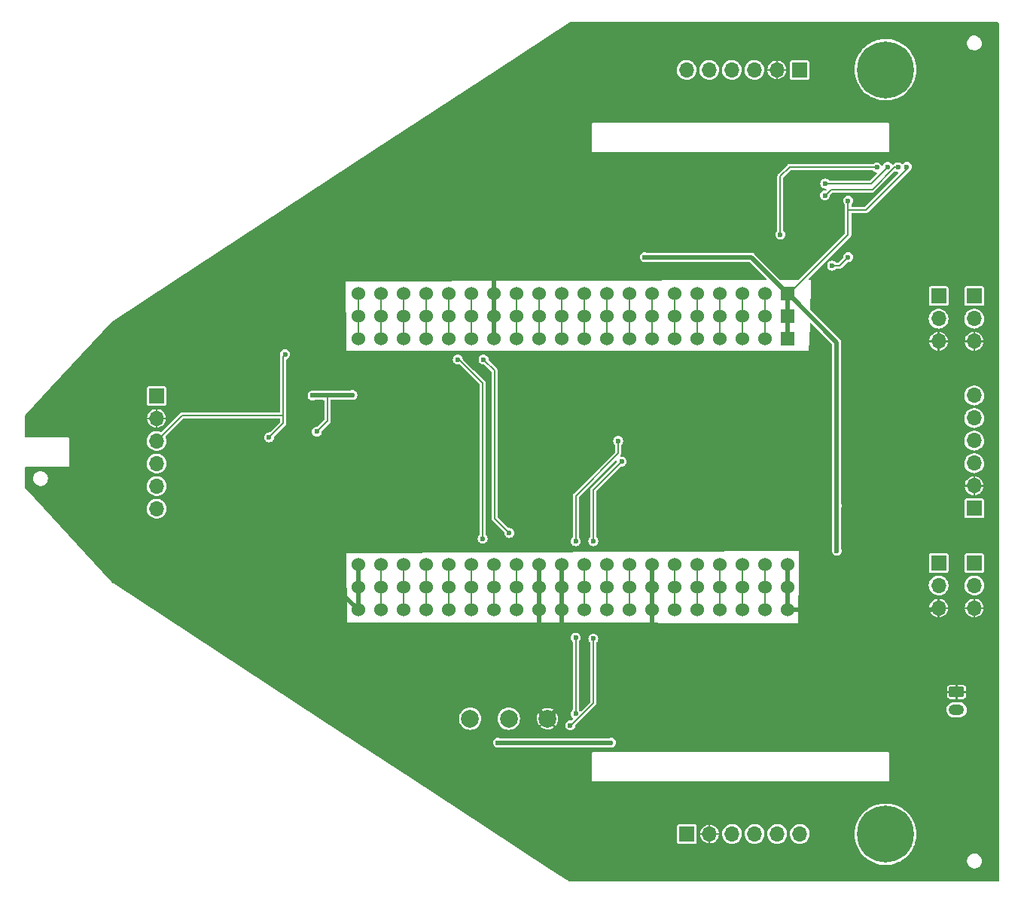
<source format=gbr>
G04 #@! TF.GenerationSoftware,KiCad,Pcbnew,(6.0.7)*
G04 #@! TF.CreationDate,2023-01-30T13:34:12-08:00*
G04 #@! TF.ProjectId,RobotDriver3,526f626f-7444-4726-9976-6572332e6b69,rev?*
G04 #@! TF.SameCoordinates,Original*
G04 #@! TF.FileFunction,Copper,L2,Bot*
G04 #@! TF.FilePolarity,Positive*
%FSLAX46Y46*%
G04 Gerber Fmt 4.6, Leading zero omitted, Abs format (unit mm)*
G04 Created by KiCad (PCBNEW (6.0.7)) date 2023-01-30 13:34:12*
%MOMM*%
%LPD*%
G01*
G04 APERTURE LIST*
G04 Aperture macros list*
%AMRoundRect*
0 Rectangle with rounded corners*
0 $1 Rounding radius*
0 $2 $3 $4 $5 $6 $7 $8 $9 X,Y pos of 4 corners*
0 Add a 4 corners polygon primitive as box body*
4,1,4,$2,$3,$4,$5,$6,$7,$8,$9,$2,$3,0*
0 Add four circle primitives for the rounded corners*
1,1,$1+$1,$2,$3*
1,1,$1+$1,$4,$5*
1,1,$1+$1,$6,$7*
1,1,$1+$1,$8,$9*
0 Add four rect primitives between the rounded corners*
20,1,$1+$1,$2,$3,$4,$5,0*
20,1,$1+$1,$4,$5,$6,$7,0*
20,1,$1+$1,$6,$7,$8,$9,0*
20,1,$1+$1,$8,$9,$2,$3,0*%
G04 Aperture macros list end*
G04 #@! TA.AperFunction,ComponentPad*
%ADD10R,1.700000X1.700000*%
G04 #@! TD*
G04 #@! TA.AperFunction,ComponentPad*
%ADD11O,1.700000X1.700000*%
G04 #@! TD*
G04 #@! TA.AperFunction,ComponentPad*
%ADD12C,0.800000*%
G04 #@! TD*
G04 #@! TA.AperFunction,ComponentPad*
%ADD13C,6.400000*%
G04 #@! TD*
G04 #@! TA.AperFunction,ComponentPad*
%ADD14R,1.524000X1.524000*%
G04 #@! TD*
G04 #@! TA.AperFunction,ComponentPad*
%ADD15C,1.524000*%
G04 #@! TD*
G04 #@! TA.AperFunction,ComponentPad*
%ADD16C,2.000000*%
G04 #@! TD*
G04 #@! TA.AperFunction,ComponentPad*
%ADD17RoundRect,0.250000X-0.625000X0.350000X-0.625000X-0.350000X0.625000X-0.350000X0.625000X0.350000X0*%
G04 #@! TD*
G04 #@! TA.AperFunction,ComponentPad*
%ADD18O,1.750000X1.200000*%
G04 #@! TD*
G04 #@! TA.AperFunction,ViaPad*
%ADD19C,0.600000*%
G04 #@! TD*
G04 #@! TA.AperFunction,Conductor*
%ADD20C,0.160000*%
G04 #@! TD*
G04 #@! TA.AperFunction,Conductor*
%ADD21C,0.500000*%
G04 #@! TD*
G04 #@! TA.AperFunction,Conductor*
%ADD22C,0.200000*%
G04 #@! TD*
G04 APERTURE END LIST*
D10*
X187975000Y-42475000D03*
D11*
X187975000Y-45015000D03*
X187975000Y-47555000D03*
D12*
X183697056Y-101302944D03*
D13*
X182000000Y-103000000D03*
D12*
X182000000Y-100600000D03*
X183697056Y-104697056D03*
X184400000Y-103000000D03*
X180302944Y-101302944D03*
X179600000Y-103000000D03*
X180302944Y-104697056D03*
X182000000Y-105400000D03*
D14*
X171020000Y-47300000D03*
X171020000Y-44760000D03*
X171020000Y-42220000D03*
D15*
X168480000Y-47300000D03*
X168480000Y-42220000D03*
X168480000Y-44760000D03*
X165940000Y-44760000D03*
X165940000Y-42220000D03*
X165940000Y-47300000D03*
X163400000Y-47300000D03*
X163400000Y-44760000D03*
X163400000Y-42220000D03*
X160860000Y-47300000D03*
X160860000Y-42220000D03*
X160860000Y-44760000D03*
X158320000Y-42220000D03*
X158320000Y-47300000D03*
X158320000Y-44760000D03*
X155780000Y-42220000D03*
X155780000Y-44760000D03*
X155780000Y-47300000D03*
X153240000Y-42220000D03*
X153240000Y-44760000D03*
X153240000Y-47300000D03*
X150700000Y-44760000D03*
X150700000Y-42220000D03*
X150700000Y-47300000D03*
X148160000Y-44760000D03*
X148160000Y-42220000D03*
X148160000Y-47300000D03*
X145620000Y-47300000D03*
X145620000Y-42220000D03*
X145620000Y-44760000D03*
X143080000Y-47300000D03*
X143080000Y-44760000D03*
X143080000Y-42220000D03*
X140540000Y-47300000D03*
X140540000Y-42220000D03*
X140540000Y-44760000D03*
X138000000Y-44760000D03*
X138000000Y-47300000D03*
X138000000Y-42220000D03*
X135460000Y-44760000D03*
X135460000Y-42220000D03*
X135460000Y-47300000D03*
X132920000Y-42220000D03*
X132920000Y-44760000D03*
X132920000Y-47300000D03*
X130380000Y-44760000D03*
X130380000Y-47300000D03*
X130380000Y-42220000D03*
X127840000Y-44760000D03*
X127840000Y-47300000D03*
X127840000Y-42220000D03*
X125300000Y-42220000D03*
X125300000Y-44760000D03*
X125300000Y-47300000D03*
X122760000Y-47300000D03*
X122760000Y-44760000D03*
X122760000Y-42220000D03*
X122760000Y-77780000D03*
X122760000Y-75240000D03*
X122760000Y-72700000D03*
X125300000Y-72700000D03*
X125300000Y-77780000D03*
X125300000Y-75240000D03*
X127840000Y-77780000D03*
X127840000Y-75240000D03*
X127840000Y-72700000D03*
X130380000Y-77780000D03*
X130380000Y-75240000D03*
X130380000Y-72700000D03*
X132920000Y-77780000D03*
X132920000Y-75240000D03*
X132920000Y-72700000D03*
X135460000Y-72700000D03*
X135460000Y-75240000D03*
X135460000Y-77780000D03*
X138000000Y-72700000D03*
X138000000Y-77780000D03*
X138000000Y-75240000D03*
X140540000Y-72700000D03*
X140540000Y-75240000D03*
X140540000Y-77780000D03*
X143080000Y-77780000D03*
X143080000Y-75240000D03*
X143080000Y-72700000D03*
X145620000Y-75240000D03*
X145620000Y-72700000D03*
X145620000Y-77780000D03*
X148160000Y-75240000D03*
X148160000Y-72700000D03*
X148160000Y-77780000D03*
X150700000Y-77780000D03*
X150700000Y-75240000D03*
X150700000Y-72700000D03*
X153240000Y-72700000D03*
X153240000Y-75240000D03*
X153240000Y-77780000D03*
X155780000Y-75240000D03*
X155780000Y-77780000D03*
X155780000Y-72700000D03*
X158320000Y-72700000D03*
X158320000Y-75240000D03*
X158320000Y-77780000D03*
X160860000Y-72700000D03*
X160860000Y-77780000D03*
X160860000Y-75240000D03*
X163400000Y-75240000D03*
X163400000Y-77780000D03*
X163400000Y-72700000D03*
X165940000Y-77780000D03*
X165940000Y-72700000D03*
X165940000Y-75240000D03*
X168480000Y-72700000D03*
X168480000Y-77780000D03*
X168480000Y-75240000D03*
X171020000Y-72700000D03*
X171020000Y-77780000D03*
X171020000Y-75240000D03*
D10*
X191975000Y-72475000D03*
D11*
X191975000Y-75015000D03*
X191975000Y-77555000D03*
D16*
X135300000Y-90000000D03*
D17*
X190000000Y-87000000D03*
D18*
X190000000Y-89000000D03*
D16*
X144000000Y-90000000D03*
D10*
X100025000Y-53675000D03*
D11*
X100025000Y-56215000D03*
X100025000Y-58755000D03*
X100025000Y-61295000D03*
X100025000Y-63835000D03*
X100025000Y-66375000D03*
D12*
X182000000Y-14600000D03*
X180302944Y-18697056D03*
X184400000Y-17000000D03*
X182000000Y-19400000D03*
X183697056Y-15302944D03*
X183697056Y-18697056D03*
X179600000Y-17000000D03*
D13*
X182000000Y-17000000D03*
D12*
X180302944Y-15302944D03*
D10*
X191975000Y-42475000D03*
D11*
X191975000Y-45015000D03*
X191975000Y-47555000D03*
D10*
X191975000Y-66350000D03*
D11*
X191975000Y-63810000D03*
X191975000Y-61270000D03*
X191975000Y-58730000D03*
X191975000Y-56190000D03*
X191975000Y-53650000D03*
D10*
X159675000Y-102975000D03*
D11*
X162215000Y-102975000D03*
X164755000Y-102975000D03*
X167295000Y-102975000D03*
X169835000Y-102975000D03*
X172375000Y-102975000D03*
D10*
X187975000Y-72475000D03*
D11*
X187975000Y-75015000D03*
X187975000Y-77555000D03*
D10*
X172325000Y-17025000D03*
D11*
X169785000Y-17025000D03*
X167245000Y-17025000D03*
X164705000Y-17025000D03*
X162165000Y-17025000D03*
X159625000Y-17025000D03*
D16*
X139650000Y-90000000D03*
D19*
X156500000Y-89000000D03*
X122428000Y-36322000D03*
X156972000Y-84074000D03*
X117450000Y-54800000D03*
X122428000Y-88138000D03*
X102362000Y-73914000D03*
X142494000Y-24130000D03*
X156464000Y-84582000D03*
X156435000Y-85315000D03*
X165500000Y-87500000D03*
X135850000Y-61250000D03*
X120190336Y-58039164D03*
X102362000Y-49276000D03*
X142494000Y-101092000D03*
X165000000Y-88000000D03*
X165950000Y-29150000D03*
X149152000Y-80998000D03*
X175200000Y-31150000D03*
X152325000Y-61075000D03*
X183400000Y-27950000D03*
X112700000Y-58350000D03*
X114500000Y-49000000D03*
X146550000Y-90750000D03*
X149152000Y-70048000D03*
X138430000Y-92710000D03*
X151130000Y-92710000D03*
X151950000Y-58750000D03*
X182250000Y-27940000D03*
X147168000Y-80882000D03*
X175225000Y-29825000D03*
X147168000Y-70032000D03*
X147168000Y-89468000D03*
X184404000Y-27940000D03*
X177800000Y-31750000D03*
X176530000Y-66040000D03*
X118065586Y-57715586D03*
X117580500Y-53650000D03*
X154940000Y-38100000D03*
X122050000Y-53600000D03*
X176530000Y-71120000D03*
X139700000Y-69109500D03*
X136800000Y-49600000D03*
X136700000Y-69750000D03*
X133912000Y-49603000D03*
X181050000Y-28000000D03*
X170180000Y-35560000D03*
X176000000Y-39050000D03*
X177800000Y-38100000D03*
D20*
X148160000Y-72700000D02*
X148160000Y-77780000D01*
X158320000Y-72700000D02*
X158320000Y-77780000D01*
X165940000Y-47300000D02*
X165940000Y-42220000D01*
X127840000Y-77780000D02*
X127840000Y-72700000D01*
X150700000Y-72700000D02*
X150700000Y-77780000D01*
X125300000Y-72700000D02*
X125300000Y-75240000D01*
X153240000Y-72700000D02*
X153240000Y-77780000D01*
X125300000Y-42220000D02*
X125300000Y-47300000D01*
X125300000Y-75240000D02*
X125300000Y-77780000D01*
X150700000Y-42220000D02*
X150700000Y-47300000D01*
X122760000Y-47300000D02*
X122760000Y-42220000D01*
X160860000Y-42220000D02*
X160860000Y-47300000D01*
X140540000Y-72700000D02*
X140540000Y-77780000D01*
X168480000Y-77780000D02*
X168480000Y-72700000D01*
X163400000Y-47300000D02*
X163400000Y-42220000D01*
X165940000Y-72700000D02*
X165940000Y-77780000D01*
X127840000Y-47300000D02*
X127840000Y-42220000D01*
X130380000Y-72700000D02*
X130380000Y-77780000D01*
X132920000Y-47300000D02*
X132920000Y-42220000D01*
X130380000Y-42220000D02*
X130380000Y-47300000D01*
X158320000Y-47300000D02*
X158320000Y-42220000D01*
X145620000Y-42220000D02*
X145620000Y-47300000D01*
X148160000Y-47300000D02*
X148160000Y-42220000D01*
X119850000Y-70700000D02*
X113200000Y-64050000D01*
X119800000Y-70700000D02*
X119900000Y-70800000D01*
D21*
X120230000Y-75250000D02*
X122760000Y-77780000D01*
X122760000Y-72700000D02*
X122760000Y-75240000D01*
X135850000Y-61250000D02*
X135850000Y-61762000D01*
D20*
X120190336Y-58039164D02*
X120239164Y-58039164D01*
D21*
X171020000Y-75240000D02*
X171020000Y-77780000D01*
X119850000Y-70650000D02*
X119850000Y-74900000D01*
X134112000Y-63500000D02*
X127000000Y-63500000D01*
X171020000Y-72700000D02*
X171020000Y-75240000D01*
X155780000Y-77780000D02*
X155780000Y-82882000D01*
D20*
X117250000Y-54800000D02*
X117450000Y-54800000D01*
X113200000Y-58850000D02*
X117250000Y-54800000D01*
D21*
X155780000Y-82882000D02*
X156972000Y-84074000D01*
X127000000Y-63500000D02*
X119850000Y-70650000D01*
X145620000Y-77780000D02*
X145620000Y-75240000D01*
X143080000Y-89080000D02*
X144000000Y-90000000D01*
X143080000Y-77780000D02*
X143080000Y-75240000D01*
X122760000Y-75240000D02*
X122760000Y-77780000D01*
D20*
X113200000Y-64050000D02*
X113200000Y-58850000D01*
D21*
X135850000Y-61762000D02*
X134112000Y-63500000D01*
D20*
X120239164Y-58039164D02*
X119800000Y-58478328D01*
D21*
X138000000Y-47300000D02*
X138000000Y-44760000D01*
X143080000Y-75240000D02*
X143080000Y-72700000D01*
X155780000Y-72700000D02*
X155780000Y-75240000D01*
D20*
X119900000Y-70700000D02*
X119850000Y-70700000D01*
D21*
X119850000Y-74900000D02*
X120200000Y-75250000D01*
X171020000Y-77780000D02*
X187750000Y-77780000D01*
X120200000Y-75250000D02*
X120230000Y-75250000D01*
X145620000Y-77780000D02*
X145620000Y-88380000D01*
X155780000Y-75240000D02*
X155780000Y-77780000D01*
X138000000Y-42220000D02*
X138000000Y-28624000D01*
X138000000Y-42220000D02*
X138000000Y-44760000D01*
X187750000Y-77780000D02*
X187975000Y-77555000D01*
X143080000Y-77780000D02*
X143080000Y-89080000D01*
D20*
X119800000Y-58478328D02*
X119800000Y-70700000D01*
D21*
X145620000Y-88380000D02*
X144000000Y-90000000D01*
X138000000Y-28624000D02*
X142494000Y-24130000D01*
X145620000Y-75240000D02*
X145620000Y-72700000D01*
D20*
X152325000Y-61075000D02*
X149152000Y-64248000D01*
X183050000Y-27950000D02*
X180520000Y-30480000D01*
X102900000Y-55880000D02*
X100025000Y-58755000D01*
X183400000Y-27950000D02*
X183050000Y-27950000D01*
X114300000Y-49200000D02*
X114300000Y-55880000D01*
X180520000Y-30480000D02*
X175870000Y-30480000D01*
X114300000Y-56750000D02*
X112700000Y-58350000D01*
X146635534Y-90750000D02*
X146550000Y-90750000D01*
X149152000Y-64248000D02*
X149152000Y-70048000D01*
X175870000Y-30480000D02*
X175200000Y-31150000D01*
X114500000Y-49000000D02*
X114300000Y-49200000D01*
X149152000Y-88233534D02*
X146635534Y-90750000D01*
X155780000Y-42220000D02*
X155780000Y-47300000D01*
X114300000Y-55880000D02*
X102900000Y-55880000D01*
X114300000Y-55880000D02*
X114300000Y-56750000D01*
X149152000Y-80998000D02*
X149152000Y-88233534D01*
D21*
X138430000Y-92710000D02*
X151130000Y-92710000D01*
D20*
X151950000Y-60140000D02*
X151950000Y-58850000D01*
X147168000Y-64922000D02*
X151950000Y-60140000D01*
X153240000Y-47300000D02*
X153240000Y-42220000D01*
X180365000Y-29825000D02*
X175225000Y-29825000D01*
X147168000Y-89468000D02*
X147168000Y-80882000D01*
X147168000Y-70032000D02*
X147168000Y-64922000D01*
X182250000Y-27940000D02*
X180365000Y-29825000D01*
X151950000Y-58825000D02*
X151950000Y-58750000D01*
D21*
X176530000Y-47680000D02*
X171070000Y-42220000D01*
D22*
X177800000Y-35560000D02*
X171140000Y-42220000D01*
D21*
X176530000Y-71120000D02*
X176530000Y-66040000D01*
D22*
X119250000Y-56531172D02*
X118065586Y-57715586D01*
X177800000Y-31750000D02*
X177800000Y-32766000D01*
D21*
X119250000Y-53650000D02*
X117580500Y-53650000D01*
D22*
X184404000Y-27940000D02*
X184404000Y-28178182D01*
X184404000Y-28178182D02*
X179816182Y-32766000D01*
D21*
X119300000Y-53600000D02*
X119250000Y-53650000D01*
X122050000Y-53600000D02*
X119300000Y-53600000D01*
D22*
X119250000Y-53650000D02*
X119250000Y-56531172D01*
D21*
X171070000Y-42220000D02*
X171020000Y-42220000D01*
X166900000Y-38100000D02*
X154940000Y-38100000D01*
X171020000Y-47300000D02*
X171020000Y-42220000D01*
X171020000Y-42220000D02*
X166900000Y-38100000D01*
D22*
X179816182Y-32766000D02*
X177800000Y-32766000D01*
X171140000Y-42220000D02*
X171020000Y-42220000D01*
X177800000Y-32766000D02*
X177800000Y-35560000D01*
D21*
X176530000Y-71120000D02*
X176530000Y-47680000D01*
D20*
X168480000Y-42220000D02*
X168480000Y-47300000D01*
X143080000Y-42220000D02*
X143080000Y-47300000D01*
X140540000Y-47300000D02*
X140540000Y-42220000D01*
X138050000Y-67459500D02*
X139700000Y-69109500D01*
X138050000Y-50850000D02*
X138050000Y-67459500D01*
X135460000Y-42220000D02*
X135460000Y-47300000D01*
X136800000Y-49600000D02*
X138050000Y-50850000D01*
X132920000Y-77780000D02*
X132920000Y-72700000D01*
X135460000Y-77780000D02*
X135460000Y-72700000D01*
X134058000Y-49603000D02*
X136700000Y-52245000D01*
X133912000Y-49603000D02*
X134058000Y-49603000D01*
X136700000Y-52245000D02*
X136700000Y-69750000D01*
X138000000Y-72700000D02*
X138000000Y-77780000D01*
X160860000Y-77780000D02*
X160860000Y-72700000D01*
X163400000Y-72700000D02*
X163400000Y-77780000D01*
X180990000Y-27940000D02*
X171210000Y-27940000D01*
X170180000Y-28970000D02*
X170180000Y-35560000D01*
X171210000Y-27940000D02*
X170180000Y-28970000D01*
X181050000Y-28000000D02*
X180990000Y-27940000D01*
X177800000Y-38100000D02*
X176850000Y-39050000D01*
X176850000Y-39050000D02*
X176000000Y-39050000D01*
G04 #@! TA.AperFunction,Conductor*
G36*
X194704745Y-11673500D02*
G01*
X194740709Y-11723000D01*
X194745554Y-11753592D01*
X194745505Y-59029642D01*
X194745455Y-108246407D01*
X194726548Y-108304598D01*
X194677048Y-108340562D01*
X194646455Y-108345407D01*
X146505206Y-108345407D01*
X146451036Y-108329272D01*
X144158345Y-106830500D01*
X136921933Y-102099933D01*
X158570500Y-102099933D01*
X158570501Y-103850066D01*
X158585266Y-103924301D01*
X158641516Y-104008484D01*
X158725699Y-104064734D01*
X158735262Y-104066636D01*
X158735264Y-104066637D01*
X158766181Y-104072786D01*
X158799933Y-104079500D01*
X159674819Y-104079500D01*
X160550066Y-104079499D01*
X160554832Y-104078551D01*
X160554833Y-104078551D01*
X160614738Y-104066636D01*
X160624301Y-104064734D01*
X160708484Y-104008484D01*
X160764734Y-103924301D01*
X160779500Y-103850067D01*
X160779500Y-103084846D01*
X161170483Y-103084846D01*
X161176847Y-103160644D01*
X161178585Y-103170111D01*
X161232674Y-103358743D01*
X161236225Y-103367711D01*
X161325919Y-103542236D01*
X161331142Y-103550341D01*
X161453037Y-103704134D01*
X161459720Y-103711055D01*
X161609164Y-103838241D01*
X161617078Y-103843742D01*
X161788373Y-103939475D01*
X161797201Y-103943332D01*
X161983838Y-104003974D01*
X161993238Y-104006041D01*
X162099432Y-104018704D01*
X162112514Y-104016113D01*
X162113955Y-104014557D01*
X162115000Y-104009803D01*
X162115000Y-104004775D01*
X162315000Y-104004775D01*
X162319122Y-104017460D01*
X162321735Y-104019359D01*
X162324679Y-104019710D01*
X162393385Y-104014424D01*
X162402876Y-104012750D01*
X162591882Y-103959978D01*
X162600862Y-103956496D01*
X162776020Y-103868017D01*
X162784155Y-103862854D01*
X162938787Y-103742042D01*
X162945771Y-103735391D01*
X163073990Y-103586848D01*
X163079546Y-103578973D01*
X163176471Y-103408353D01*
X163180392Y-103399546D01*
X163242334Y-103213346D01*
X163244469Y-103203944D01*
X163258794Y-103090556D01*
X163256294Y-103077455D01*
X163254884Y-103076130D01*
X163249829Y-103075000D01*
X162330680Y-103075000D01*
X162317995Y-103079122D01*
X162315000Y-103083243D01*
X162315000Y-104004775D01*
X162115000Y-104004775D01*
X162115000Y-103090680D01*
X162110878Y-103077995D01*
X162106757Y-103075000D01*
X161185336Y-103075000D01*
X161172651Y-103079122D01*
X161170860Y-103081586D01*
X161170483Y-103084846D01*
X160779500Y-103084846D01*
X160779500Y-102945964D01*
X163646148Y-102945964D01*
X163648898Y-102987924D01*
X163655251Y-103084846D01*
X163659424Y-103148522D01*
X163660540Y-103152915D01*
X163660540Y-103152917D01*
X163708274Y-103340867D01*
X163709392Y-103345269D01*
X163711294Y-103349394D01*
X163711294Y-103349395D01*
X163748511Y-103430124D01*
X163794377Y-103529616D01*
X163911533Y-103695389D01*
X164056938Y-103837035D01*
X164225720Y-103949812D01*
X164412228Y-104029942D01*
X164483499Y-104046069D01*
X164605790Y-104073741D01*
X164605795Y-104073742D01*
X164610216Y-104074742D01*
X164707155Y-104078551D01*
X164808520Y-104082534D01*
X164808521Y-104082534D01*
X164813053Y-104082712D01*
X164923927Y-104066636D01*
X165009451Y-104054236D01*
X165009455Y-104054235D01*
X165013945Y-104053584D01*
X165088871Y-104028150D01*
X165201868Y-103989793D01*
X165201871Y-103989791D01*
X165206165Y-103988334D01*
X165383276Y-103889147D01*
X165539345Y-103759345D01*
X165669147Y-103603276D01*
X165768334Y-103426165D01*
X165774381Y-103408353D01*
X165832125Y-103238243D01*
X165833584Y-103233945D01*
X165844213Y-103160644D01*
X165862292Y-103035952D01*
X165862292Y-103035946D01*
X165862712Y-103033053D01*
X165862983Y-103022729D01*
X165864156Y-102977913D01*
X165864156Y-102977908D01*
X165864232Y-102975000D01*
X165861564Y-102945964D01*
X166186148Y-102945964D01*
X166188898Y-102987924D01*
X166195251Y-103084846D01*
X166199424Y-103148522D01*
X166200540Y-103152915D01*
X166200540Y-103152917D01*
X166248274Y-103340867D01*
X166249392Y-103345269D01*
X166251294Y-103349394D01*
X166251294Y-103349395D01*
X166288511Y-103430124D01*
X166334377Y-103529616D01*
X166451533Y-103695389D01*
X166596938Y-103837035D01*
X166765720Y-103949812D01*
X166952228Y-104029942D01*
X167023499Y-104046069D01*
X167145790Y-104073741D01*
X167145795Y-104073742D01*
X167150216Y-104074742D01*
X167247155Y-104078551D01*
X167348520Y-104082534D01*
X167348521Y-104082534D01*
X167353053Y-104082712D01*
X167463927Y-104066636D01*
X167549451Y-104054236D01*
X167549455Y-104054235D01*
X167553945Y-104053584D01*
X167628871Y-104028150D01*
X167741868Y-103989793D01*
X167741871Y-103989791D01*
X167746165Y-103988334D01*
X167923276Y-103889147D01*
X168079345Y-103759345D01*
X168209147Y-103603276D01*
X168308334Y-103426165D01*
X168314381Y-103408353D01*
X168372125Y-103238243D01*
X168373584Y-103233945D01*
X168384213Y-103160644D01*
X168402292Y-103035952D01*
X168402292Y-103035946D01*
X168402712Y-103033053D01*
X168402983Y-103022729D01*
X168404156Y-102977913D01*
X168404156Y-102977908D01*
X168404232Y-102975000D01*
X168401564Y-102945964D01*
X168726148Y-102945964D01*
X168728898Y-102987924D01*
X168735251Y-103084846D01*
X168739424Y-103148522D01*
X168740540Y-103152915D01*
X168740540Y-103152917D01*
X168788274Y-103340867D01*
X168789392Y-103345269D01*
X168791294Y-103349394D01*
X168791294Y-103349395D01*
X168828511Y-103430124D01*
X168874377Y-103529616D01*
X168991533Y-103695389D01*
X169136938Y-103837035D01*
X169305720Y-103949812D01*
X169492228Y-104029942D01*
X169563499Y-104046069D01*
X169685790Y-104073741D01*
X169685795Y-104073742D01*
X169690216Y-104074742D01*
X169787155Y-104078551D01*
X169888520Y-104082534D01*
X169888521Y-104082534D01*
X169893053Y-104082712D01*
X170003927Y-104066636D01*
X170089451Y-104054236D01*
X170089455Y-104054235D01*
X170093945Y-104053584D01*
X170168871Y-104028150D01*
X170281868Y-103989793D01*
X170281871Y-103989791D01*
X170286165Y-103988334D01*
X170463276Y-103889147D01*
X170619345Y-103759345D01*
X170749147Y-103603276D01*
X170848334Y-103426165D01*
X170854381Y-103408353D01*
X170912125Y-103238243D01*
X170913584Y-103233945D01*
X170924213Y-103160644D01*
X170942292Y-103035952D01*
X170942292Y-103035946D01*
X170942712Y-103033053D01*
X170942983Y-103022729D01*
X170944156Y-102977913D01*
X170944156Y-102977908D01*
X170944232Y-102975000D01*
X170941564Y-102945964D01*
X171266148Y-102945964D01*
X171268898Y-102987924D01*
X171275251Y-103084846D01*
X171279424Y-103148522D01*
X171280540Y-103152915D01*
X171280540Y-103152917D01*
X171328274Y-103340867D01*
X171329392Y-103345269D01*
X171331294Y-103349394D01*
X171331294Y-103349395D01*
X171368511Y-103430124D01*
X171414377Y-103529616D01*
X171531533Y-103695389D01*
X171676938Y-103837035D01*
X171845720Y-103949812D01*
X172032228Y-104029942D01*
X172103499Y-104046069D01*
X172225790Y-104073741D01*
X172225795Y-104073742D01*
X172230216Y-104074742D01*
X172327155Y-104078551D01*
X172428520Y-104082534D01*
X172428521Y-104082534D01*
X172433053Y-104082712D01*
X172543927Y-104066636D01*
X172629451Y-104054236D01*
X172629455Y-104054235D01*
X172633945Y-104053584D01*
X172708871Y-104028150D01*
X172821868Y-103989793D01*
X172821871Y-103989791D01*
X172826165Y-103988334D01*
X173003276Y-103889147D01*
X173159345Y-103759345D01*
X173289147Y-103603276D01*
X173388334Y-103426165D01*
X173394381Y-103408353D01*
X173452125Y-103238243D01*
X173453584Y-103233945D01*
X173464213Y-103160644D01*
X173482292Y-103035952D01*
X173482292Y-103035946D01*
X173482712Y-103033053D01*
X173482983Y-103022729D01*
X173483894Y-102987924D01*
X178540447Y-102987924D01*
X178540582Y-102990589D01*
X178540582Y-102990594D01*
X178553128Y-103238243D01*
X178559378Y-103361624D01*
X178618557Y-103731094D01*
X178717293Y-104092011D01*
X178854430Y-104440154D01*
X179028365Y-104771450D01*
X179237061Y-105082024D01*
X179238787Y-105084074D01*
X179238788Y-105084075D01*
X179449735Y-105334581D01*
X179478079Y-105368241D01*
X179748598Y-105626755D01*
X179750718Y-105628382D01*
X179750723Y-105628386D01*
X179949141Y-105780637D01*
X180045455Y-105854541D01*
X180365176Y-106048935D01*
X180704021Y-106207661D01*
X180706562Y-106208531D01*
X180706567Y-106208533D01*
X181055493Y-106327997D01*
X181055497Y-106327998D01*
X181058026Y-106328864D01*
X181423051Y-106411126D01*
X181794825Y-106453485D01*
X182075796Y-106454956D01*
X182166324Y-106455430D01*
X182168999Y-106455444D01*
X182541197Y-106416981D01*
X182907063Y-106338546D01*
X182909598Y-106337708D01*
X182909604Y-106337706D01*
X183088585Y-106278513D01*
X183262318Y-106221056D01*
X183264756Y-106219945D01*
X183264761Y-106219943D01*
X183442958Y-106138734D01*
X183602807Y-106065887D01*
X183605104Y-106064523D01*
X183605110Y-106064520D01*
X183731160Y-105989677D01*
X183792313Y-105953367D01*
X191165906Y-105953367D01*
X191166187Y-105958724D01*
X191170974Y-106050070D01*
X191175349Y-106133564D01*
X191223268Y-106307530D01*
X191307424Y-106467148D01*
X191423894Y-106604971D01*
X191428153Y-106608227D01*
X191562981Y-106711312D01*
X191562986Y-106711315D01*
X191567242Y-106714569D01*
X191730780Y-106790828D01*
X191906879Y-106830191D01*
X191910968Y-106830420D01*
X191911020Y-106830423D01*
X191911037Y-106830423D01*
X191912406Y-106830500D01*
X192045077Y-106830500D01*
X192074497Y-106827304D01*
X192174064Y-106816488D01*
X192174069Y-106816487D01*
X192179389Y-106815909D01*
X192350409Y-106758355D01*
X192505080Y-106665419D01*
X192636187Y-106541437D01*
X192737612Y-106392195D01*
X192804623Y-106224655D01*
X192834094Y-106046633D01*
X192824651Y-105866436D01*
X192776732Y-105692470D01*
X192692576Y-105532852D01*
X192576106Y-105395029D01*
X192538384Y-105366188D01*
X192437019Y-105288688D01*
X192437014Y-105288685D01*
X192432758Y-105285431D01*
X192269220Y-105209172D01*
X192093121Y-105169809D01*
X192089032Y-105169580D01*
X192088980Y-105169577D01*
X192088963Y-105169577D01*
X192087594Y-105169500D01*
X191954923Y-105169500D01*
X191925503Y-105172696D01*
X191825936Y-105183512D01*
X191825931Y-105183513D01*
X191820611Y-105184091D01*
X191649591Y-105241645D01*
X191494920Y-105334581D01*
X191363813Y-105458563D01*
X191262388Y-105607805D01*
X191195377Y-105775345D01*
X191165906Y-105953367D01*
X183792313Y-105953367D01*
X183924546Y-105874852D01*
X184223771Y-105650187D01*
X184247069Y-105628386D01*
X184495021Y-105396357D01*
X184496983Y-105394521D01*
X184678479Y-105183512D01*
X184739235Y-105112877D01*
X184739238Y-105112873D01*
X184740985Y-105110842D01*
X184952922Y-104802471D01*
X185130316Y-104473015D01*
X185142699Y-104442521D01*
X185270083Y-104128809D01*
X185271091Y-104126327D01*
X185285786Y-104074742D01*
X185322092Y-103947288D01*
X185373601Y-103766463D01*
X185436647Y-103397634D01*
X185459490Y-103024152D01*
X185459574Y-103000000D01*
X185447517Y-102777377D01*
X185439484Y-102629036D01*
X185439483Y-102629027D01*
X185439339Y-102626368D01*
X185437812Y-102617045D01*
X185379302Y-102259744D01*
X185379301Y-102259741D01*
X185378870Y-102257107D01*
X185278875Y-101896537D01*
X185276546Y-101890683D01*
X185141515Y-101551367D01*
X185140523Y-101548874D01*
X185136041Y-101540408D01*
X184966685Y-101220551D01*
X184965434Y-101218188D01*
X184755654Y-100908345D01*
X184513639Y-100622970D01*
X184242219Y-100365402D01*
X183944569Y-100138654D01*
X183931071Y-100130511D01*
X183626468Y-99946762D01*
X183626467Y-99946762D01*
X183624172Y-99945377D01*
X183284775Y-99787835D01*
X182930348Y-99667868D01*
X182927729Y-99667287D01*
X182927724Y-99667286D01*
X182567656Y-99587461D01*
X182567649Y-99587460D01*
X182565038Y-99586881D01*
X182562378Y-99586587D01*
X182562376Y-99586587D01*
X182195774Y-99546113D01*
X182195772Y-99546113D01*
X182193119Y-99545820D01*
X182190457Y-99545815D01*
X182190451Y-99545815D01*
X182000741Y-99545484D01*
X181818940Y-99545167D01*
X181816275Y-99545452D01*
X181816271Y-99545452D01*
X181449545Y-99584644D01*
X181449543Y-99584644D01*
X181446879Y-99584929D01*
X181444264Y-99585499D01*
X181444259Y-99585500D01*
X181225540Y-99633189D01*
X181081289Y-99664641D01*
X180726446Y-99783369D01*
X180386501Y-99939727D01*
X180384197Y-99941106D01*
X180384195Y-99941107D01*
X180377061Y-99945377D01*
X180065431Y-100131883D01*
X179766991Y-100357591D01*
X179494674Y-100614210D01*
X179251664Y-100898738D01*
X179040804Y-101207847D01*
X179039546Y-101210203D01*
X179039543Y-101210208D01*
X178865823Y-101535557D01*
X178864561Y-101537921D01*
X178863563Y-101540404D01*
X178863561Y-101540408D01*
X178725997Y-101882609D01*
X178725994Y-101882618D01*
X178724997Y-101885098D01*
X178623744Y-102245317D01*
X178623302Y-102247955D01*
X178623301Y-102247962D01*
X178602008Y-102375205D01*
X178561986Y-102614365D01*
X178561832Y-102617036D01*
X178561831Y-102617045D01*
X178552587Y-102777377D01*
X178540447Y-102987924D01*
X173483894Y-102987924D01*
X173484156Y-102977913D01*
X173484156Y-102977908D01*
X173484232Y-102975000D01*
X173473612Y-102859417D01*
X173466073Y-102777377D01*
X173465658Y-102772859D01*
X173454334Y-102732706D01*
X173411789Y-102581854D01*
X173411788Y-102581850D01*
X173410557Y-102577487D01*
X173399523Y-102555111D01*
X173322781Y-102399494D01*
X173320776Y-102395428D01*
X173314764Y-102387376D01*
X173202036Y-102236416D01*
X173202035Y-102236415D01*
X173199320Y-102232779D01*
X173050258Y-102094987D01*
X173027471Y-102080609D01*
X172882418Y-101989088D01*
X172878581Y-101986667D01*
X172690039Y-101911446D01*
X172490946Y-101871844D01*
X172388351Y-101870501D01*
X172292510Y-101869246D01*
X172292505Y-101869246D01*
X172287971Y-101869187D01*
X172283496Y-101869956D01*
X172283495Y-101869956D01*
X172272508Y-101871844D01*
X172087910Y-101903564D01*
X171897463Y-101973824D01*
X171893564Y-101976143D01*
X171893559Y-101976146D01*
X171726916Y-102075288D01*
X171723010Y-102077612D01*
X171719595Y-102080606D01*
X171719592Y-102080609D01*
X171693626Y-102103381D01*
X171570392Y-102211455D01*
X171444720Y-102370869D01*
X171442607Y-102374884D01*
X171442607Y-102374885D01*
X171429660Y-102399494D01*
X171350203Y-102550515D01*
X171290007Y-102744378D01*
X171289473Y-102748888D01*
X171289473Y-102748889D01*
X171274902Y-102872005D01*
X171266148Y-102945964D01*
X170941564Y-102945964D01*
X170933612Y-102859417D01*
X170926073Y-102777377D01*
X170925658Y-102772859D01*
X170914334Y-102732706D01*
X170871789Y-102581854D01*
X170871788Y-102581850D01*
X170870557Y-102577487D01*
X170859523Y-102555111D01*
X170782781Y-102399494D01*
X170780776Y-102395428D01*
X170774764Y-102387376D01*
X170662036Y-102236416D01*
X170662035Y-102236415D01*
X170659320Y-102232779D01*
X170510258Y-102094987D01*
X170487471Y-102080609D01*
X170342418Y-101989088D01*
X170338581Y-101986667D01*
X170150039Y-101911446D01*
X169950946Y-101871844D01*
X169848351Y-101870501D01*
X169752510Y-101869246D01*
X169752505Y-101869246D01*
X169747971Y-101869187D01*
X169743496Y-101869956D01*
X169743495Y-101869956D01*
X169732508Y-101871844D01*
X169547910Y-101903564D01*
X169357463Y-101973824D01*
X169353564Y-101976143D01*
X169353559Y-101976146D01*
X169186916Y-102075288D01*
X169183010Y-102077612D01*
X169179595Y-102080606D01*
X169179592Y-102080609D01*
X169153626Y-102103381D01*
X169030392Y-102211455D01*
X168904720Y-102370869D01*
X168902607Y-102374884D01*
X168902607Y-102374885D01*
X168889660Y-102399494D01*
X168810203Y-102550515D01*
X168750007Y-102744378D01*
X168749473Y-102748888D01*
X168749473Y-102748889D01*
X168734902Y-102872005D01*
X168726148Y-102945964D01*
X168401564Y-102945964D01*
X168393612Y-102859417D01*
X168386073Y-102777377D01*
X168385658Y-102772859D01*
X168374334Y-102732706D01*
X168331789Y-102581854D01*
X168331788Y-102581850D01*
X168330557Y-102577487D01*
X168319523Y-102555111D01*
X168242781Y-102399494D01*
X168240776Y-102395428D01*
X168234764Y-102387376D01*
X168122036Y-102236416D01*
X168122035Y-102236415D01*
X168119320Y-102232779D01*
X167970258Y-102094987D01*
X167947471Y-102080609D01*
X167802418Y-101989088D01*
X167798581Y-101986667D01*
X167610039Y-101911446D01*
X167410946Y-101871844D01*
X167308351Y-101870501D01*
X167212510Y-101869246D01*
X167212505Y-101869246D01*
X167207971Y-101869187D01*
X167203496Y-101869956D01*
X167203495Y-101869956D01*
X167192508Y-101871844D01*
X167007910Y-101903564D01*
X166817463Y-101973824D01*
X166813564Y-101976143D01*
X166813559Y-101976146D01*
X166646916Y-102075288D01*
X166643010Y-102077612D01*
X166639595Y-102080606D01*
X166639592Y-102080609D01*
X166613626Y-102103381D01*
X166490392Y-102211455D01*
X166364720Y-102370869D01*
X166362607Y-102374884D01*
X166362607Y-102374885D01*
X166349660Y-102399494D01*
X166270203Y-102550515D01*
X166210007Y-102744378D01*
X166209473Y-102748888D01*
X166209473Y-102748889D01*
X166194902Y-102872005D01*
X166186148Y-102945964D01*
X165861564Y-102945964D01*
X165853612Y-102859417D01*
X165846073Y-102777377D01*
X165845658Y-102772859D01*
X165834334Y-102732706D01*
X165791789Y-102581854D01*
X165791788Y-102581850D01*
X165790557Y-102577487D01*
X165779523Y-102555111D01*
X165702781Y-102399494D01*
X165700776Y-102395428D01*
X165694764Y-102387376D01*
X165582036Y-102236416D01*
X165582035Y-102236415D01*
X165579320Y-102232779D01*
X165430258Y-102094987D01*
X165407471Y-102080609D01*
X165262418Y-101989088D01*
X165258581Y-101986667D01*
X165070039Y-101911446D01*
X164870946Y-101871844D01*
X164768351Y-101870501D01*
X164672510Y-101869246D01*
X164672505Y-101869246D01*
X164667971Y-101869187D01*
X164663496Y-101869956D01*
X164663495Y-101869956D01*
X164652508Y-101871844D01*
X164467910Y-101903564D01*
X164277463Y-101973824D01*
X164273564Y-101976143D01*
X164273559Y-101976146D01*
X164106916Y-102075288D01*
X164103010Y-102077612D01*
X164099595Y-102080606D01*
X164099592Y-102080609D01*
X164073626Y-102103381D01*
X163950392Y-102211455D01*
X163824720Y-102370869D01*
X163822607Y-102374884D01*
X163822607Y-102374885D01*
X163809660Y-102399494D01*
X163730203Y-102550515D01*
X163670007Y-102744378D01*
X163669473Y-102748888D01*
X163669473Y-102748889D01*
X163654902Y-102872005D01*
X163646148Y-102945964D01*
X160779500Y-102945964D01*
X160779500Y-102859417D01*
X161171334Y-102859417D01*
X161174016Y-102872484D01*
X161175719Y-102874039D01*
X161180165Y-102875000D01*
X162099320Y-102875000D01*
X162112005Y-102870878D01*
X162115000Y-102866757D01*
X162115000Y-102859320D01*
X162315000Y-102859320D01*
X162319122Y-102872005D01*
X162323243Y-102875000D01*
X163244596Y-102875000D01*
X163257281Y-102870878D01*
X163258854Y-102868713D01*
X163259278Y-102864818D01*
X163250459Y-102774885D01*
X163248589Y-102765437D01*
X163191869Y-102577572D01*
X163188199Y-102568668D01*
X163096072Y-102395401D01*
X163090740Y-102387376D01*
X162966716Y-102235307D01*
X162959922Y-102228466D01*
X162808721Y-102103381D01*
X162800738Y-102097997D01*
X162628114Y-102004660D01*
X162619243Y-102000931D01*
X162431775Y-101942900D01*
X162422341Y-101940963D01*
X162330594Y-101931320D01*
X162317548Y-101934093D01*
X162315881Y-101935945D01*
X162315000Y-101940088D01*
X162315000Y-102859320D01*
X162115000Y-102859320D01*
X162115000Y-101945396D01*
X162110878Y-101932711D01*
X162108563Y-101931028D01*
X162104987Y-101930627D01*
X162022117Y-101938168D01*
X162012654Y-101939974D01*
X161824407Y-101995378D01*
X161815466Y-101998991D01*
X161641573Y-102089899D01*
X161633497Y-102095184D01*
X161480571Y-102218140D01*
X161473687Y-102224881D01*
X161347551Y-102375205D01*
X161342104Y-102383159D01*
X161247573Y-102555111D01*
X161243773Y-102563976D01*
X161184440Y-102751019D01*
X161182435Y-102760450D01*
X161171334Y-102859417D01*
X160779500Y-102859417D01*
X160779499Y-102099934D01*
X160764734Y-102025699D01*
X160708484Y-101941516D01*
X160624301Y-101885266D01*
X160614738Y-101883364D01*
X160614736Y-101883363D01*
X160583819Y-101877214D01*
X160550067Y-101870500D01*
X159675181Y-101870500D01*
X158799934Y-101870501D01*
X158795168Y-101871449D01*
X158795167Y-101871449D01*
X158788727Y-101872730D01*
X158725699Y-101885266D01*
X158641516Y-101941516D01*
X158585266Y-102025699D01*
X158570500Y-102099933D01*
X136921933Y-102099933D01*
X128815411Y-96800560D01*
X148940256Y-96800560D01*
X148945242Y-96825627D01*
X148960008Y-96899861D01*
X149016258Y-96984044D01*
X149100441Y-97040294D01*
X149110004Y-97042196D01*
X149110006Y-97042197D01*
X149190180Y-97058144D01*
X149199742Y-97060046D01*
X149209304Y-97058144D01*
X149215247Y-97056962D01*
X149234560Y-97055060D01*
X182164981Y-97055060D01*
X182184295Y-97056962D01*
X182199799Y-97060046D01*
X182209361Y-97058144D01*
X182289535Y-97042197D01*
X182289537Y-97042196D01*
X182299100Y-97040294D01*
X182383283Y-96984044D01*
X182439533Y-96899861D01*
X182441435Y-96890298D01*
X182441436Y-96890296D01*
X182454299Y-96825627D01*
X182457383Y-96810122D01*
X182459285Y-96800560D01*
X182456201Y-96785055D01*
X182454299Y-96765742D01*
X182454299Y-94033498D01*
X182456201Y-94014185D01*
X182457383Y-94008242D01*
X182459285Y-93998680D01*
X182439533Y-93899379D01*
X182383283Y-93815196D01*
X182299100Y-93758946D01*
X182289537Y-93757044D01*
X182289535Y-93757043D01*
X182224866Y-93744180D01*
X182209361Y-93741096D01*
X182199799Y-93739194D01*
X182190237Y-93741096D01*
X182184294Y-93742278D01*
X182164981Y-93744180D01*
X149234560Y-93744180D01*
X149215247Y-93742278D01*
X149209304Y-93741096D01*
X149199742Y-93739194D01*
X149174675Y-93744180D01*
X149100441Y-93758946D01*
X149016258Y-93815196D01*
X148960008Y-93899379D01*
X148940256Y-93998680D01*
X148942158Y-94008242D01*
X148943340Y-94014185D01*
X148945242Y-94033498D01*
X148945242Y-96765742D01*
X148943340Y-96785055D01*
X148940256Y-96800560D01*
X128815411Y-96800560D01*
X122558027Y-92710000D01*
X137870715Y-92710000D01*
X137889772Y-92854754D01*
X137945645Y-92989642D01*
X138034526Y-93105474D01*
X138039671Y-93109422D01*
X138039672Y-93109423D01*
X138145211Y-93190407D01*
X138145215Y-93190409D01*
X138150357Y-93194355D01*
X138285246Y-93250228D01*
X138430000Y-93269285D01*
X138574754Y-93250228D01*
X138642816Y-93222036D01*
X138680701Y-93214500D01*
X150879299Y-93214500D01*
X150917184Y-93222036D01*
X150985246Y-93250228D01*
X151130000Y-93269285D01*
X151274754Y-93250228D01*
X151409643Y-93194355D01*
X151414785Y-93190409D01*
X151414789Y-93190407D01*
X151520328Y-93109423D01*
X151520329Y-93109422D01*
X151525474Y-93105474D01*
X151614355Y-92989642D01*
X151670228Y-92854754D01*
X151689285Y-92710000D01*
X151670228Y-92565246D01*
X151614355Y-92430358D01*
X151525474Y-92314526D01*
X151520321Y-92310572D01*
X151414789Y-92229593D01*
X151414785Y-92229591D01*
X151409643Y-92225645D01*
X151274754Y-92169772D01*
X151130000Y-92150715D01*
X150985246Y-92169772D01*
X150979249Y-92172256D01*
X150917185Y-92197964D01*
X150879299Y-92205500D01*
X138680701Y-92205500D01*
X138642815Y-92197964D01*
X138580751Y-92172256D01*
X138574754Y-92169772D01*
X138430000Y-92150715D01*
X138285246Y-92169772D01*
X138150358Y-92225645D01*
X138034526Y-92314526D01*
X137945645Y-92430358D01*
X137889772Y-92565246D01*
X137870715Y-92710000D01*
X122558027Y-92710000D01*
X118412504Y-90000000D01*
X134040708Y-90000000D01*
X134041085Y-90004309D01*
X134059278Y-90212256D01*
X134059839Y-90218674D01*
X134060957Y-90222845D01*
X134060957Y-90222847D01*
X134110144Y-90406410D01*
X134116653Y-90430703D01*
X134209421Y-90629646D01*
X134335326Y-90809457D01*
X134490543Y-90964674D01*
X134670354Y-91090579D01*
X134869297Y-91183347D01*
X134873459Y-91184462D01*
X134873464Y-91184464D01*
X135077153Y-91239043D01*
X135077155Y-91239043D01*
X135081326Y-91240161D01*
X135300000Y-91259292D01*
X135304309Y-91258915D01*
X135514365Y-91240538D01*
X135518674Y-91240161D01*
X135522845Y-91239043D01*
X135522847Y-91239043D01*
X135726536Y-91184464D01*
X135726541Y-91184462D01*
X135730703Y-91183347D01*
X135929646Y-91090579D01*
X136109457Y-90964674D01*
X136264674Y-90809457D01*
X136390579Y-90629646D01*
X136483347Y-90430703D01*
X136489857Y-90406410D01*
X136539043Y-90222847D01*
X136539043Y-90222845D01*
X136540161Y-90218674D01*
X136540723Y-90212256D01*
X136558915Y-90004309D01*
X136559292Y-90000000D01*
X138390708Y-90000000D01*
X138391085Y-90004309D01*
X138409278Y-90212256D01*
X138409839Y-90218674D01*
X138410957Y-90222845D01*
X138410957Y-90222847D01*
X138460144Y-90406410D01*
X138466653Y-90430703D01*
X138559421Y-90629646D01*
X138685326Y-90809457D01*
X138840543Y-90964674D01*
X139020354Y-91090579D01*
X139219297Y-91183347D01*
X139223459Y-91184462D01*
X139223464Y-91184464D01*
X139427153Y-91239043D01*
X139427155Y-91239043D01*
X139431326Y-91240161D01*
X139650000Y-91259292D01*
X139654309Y-91258915D01*
X139864365Y-91240538D01*
X139868674Y-91240161D01*
X139872845Y-91239043D01*
X139872847Y-91239043D01*
X140076536Y-91184464D01*
X140076541Y-91184462D01*
X140080703Y-91183347D01*
X140279646Y-91090579D01*
X140459457Y-90964674D01*
X140504888Y-90919243D01*
X143228007Y-90919243D01*
X143228774Y-90924090D01*
X143228789Y-90924110D01*
X143238329Y-90933403D01*
X143245353Y-90939091D01*
X143421178Y-91056575D01*
X143429133Y-91060893D01*
X143623412Y-91144362D01*
X143632024Y-91147160D01*
X143838272Y-91193829D01*
X143847232Y-91195009D01*
X144058544Y-91203311D01*
X144067556Y-91202839D01*
X144276848Y-91172494D01*
X144285630Y-91170385D01*
X144485878Y-91102410D01*
X144494134Y-91098734D01*
X144678640Y-90995405D01*
X144686088Y-90990286D01*
X144762901Y-90926401D01*
X144770017Y-90915123D01*
X144769831Y-90912290D01*
X144767829Y-90909250D01*
X144011086Y-90152507D01*
X143999203Y-90146453D01*
X143994172Y-90147249D01*
X143234061Y-90907360D01*
X143228007Y-90919243D01*
X140504888Y-90919243D01*
X140614674Y-90809457D01*
X140740579Y-90629646D01*
X140833347Y-90430703D01*
X140839857Y-90406410D01*
X140889043Y-90222847D01*
X140889043Y-90222845D01*
X140890161Y-90218674D01*
X140890723Y-90212256D01*
X140908915Y-90004309D01*
X140909292Y-90000000D01*
X140906928Y-89972981D01*
X142795569Y-89972981D01*
X142809399Y-90184000D01*
X142810812Y-90192921D01*
X142862866Y-90397882D01*
X142865886Y-90406410D01*
X142954416Y-90598446D01*
X142958937Y-90606277D01*
X143071365Y-90765359D01*
X143082052Y-90773339D01*
X143082801Y-90773349D01*
X143088932Y-90769647D01*
X143847493Y-90011086D01*
X143852735Y-90000797D01*
X144146453Y-90000797D01*
X144147249Y-90005828D01*
X144905290Y-90763869D01*
X144917173Y-90769923D01*
X144919975Y-90769480D01*
X144922821Y-90767206D01*
X144937131Y-90750000D01*
X145990715Y-90750000D01*
X146009772Y-90894754D01*
X146012256Y-90900751D01*
X146017036Y-90912290D01*
X146065645Y-91029642D01*
X146154526Y-91145474D01*
X146159671Y-91149422D01*
X146159672Y-91149423D01*
X146265211Y-91230407D01*
X146265215Y-91230409D01*
X146270357Y-91234355D01*
X146405246Y-91290228D01*
X146550000Y-91309285D01*
X146694754Y-91290228D01*
X146829643Y-91234355D01*
X146834785Y-91230409D01*
X146834789Y-91230407D01*
X146940328Y-91149423D01*
X146940329Y-91149422D01*
X146945474Y-91145474D01*
X147034355Y-91029642D01*
X147082964Y-90912290D01*
X147087744Y-90900751D01*
X147090228Y-90894754D01*
X147105004Y-90782517D01*
X147133153Y-90725435D01*
X148245835Y-89612754D01*
X148906570Y-88952019D01*
X188866801Y-88952019D01*
X188870844Y-89029164D01*
X188873752Y-89084639D01*
X188876518Y-89137424D01*
X188925821Y-89316417D01*
X188928320Y-89321156D01*
X188928320Y-89321157D01*
X188932815Y-89329682D01*
X189012410Y-89480648D01*
X189132245Y-89622454D01*
X189279736Y-89735219D01*
X189448000Y-89813682D01*
X189453227Y-89814850D01*
X189453229Y-89814851D01*
X189563450Y-89839488D01*
X189629188Y-89854182D01*
X189633346Y-89854414D01*
X189633490Y-89854423D01*
X189633507Y-89854423D01*
X189634876Y-89854500D01*
X190321385Y-89854500D01*
X190351722Y-89851204D01*
X190454248Y-89840067D01*
X190454253Y-89840066D01*
X190459573Y-89839488D01*
X190635535Y-89780270D01*
X190794677Y-89684649D01*
X190929572Y-89557084D01*
X191033928Y-89403529D01*
X191102876Y-89231147D01*
X191133199Y-89047981D01*
X191128170Y-88952019D01*
X191123763Y-88867931D01*
X191123762Y-88867928D01*
X191123482Y-88862576D01*
X191118963Y-88846168D01*
X191075603Y-88688753D01*
X191074179Y-88683583D01*
X190987590Y-88519352D01*
X190895086Y-88409888D01*
X190871215Y-88381640D01*
X190871213Y-88381638D01*
X190867755Y-88377546D01*
X190720264Y-88264781D01*
X190552000Y-88186318D01*
X190546773Y-88185150D01*
X190546771Y-88185149D01*
X190374771Y-88146703D01*
X190374772Y-88146703D01*
X190370812Y-88145818D01*
X190366654Y-88145586D01*
X190366510Y-88145577D01*
X190366493Y-88145577D01*
X190365124Y-88145500D01*
X189678615Y-88145500D01*
X189648278Y-88148796D01*
X189545752Y-88159933D01*
X189545747Y-88159934D01*
X189540427Y-88160512D01*
X189364465Y-88219730D01*
X189205323Y-88315351D01*
X189070428Y-88442916D01*
X188966072Y-88596471D01*
X188897124Y-88768853D01*
X188866801Y-88952019D01*
X148906570Y-88952019D01*
X149375151Y-88483438D01*
X149381519Y-88477603D01*
X149405563Y-88457428D01*
X149412195Y-88451863D01*
X149416523Y-88444366D01*
X149416526Y-88444363D01*
X149432226Y-88417170D01*
X149436865Y-88409888D01*
X149454871Y-88384172D01*
X149459837Y-88377080D01*
X149462078Y-88368716D01*
X149464710Y-88363071D01*
X149466845Y-88357206D01*
X149471176Y-88349705D01*
X149477234Y-88315351D01*
X149478131Y-88310261D01*
X149480000Y-88301829D01*
X149488126Y-88271501D01*
X149490367Y-88263138D01*
X149486877Y-88223246D01*
X149486500Y-88214618D01*
X149486500Y-87401443D01*
X188925001Y-87401443D01*
X188925220Y-87406086D01*
X188927411Y-87429269D01*
X188929976Y-87440965D01*
X188970362Y-87555966D01*
X188977209Y-87568899D01*
X189048808Y-87665835D01*
X189059165Y-87676192D01*
X189156101Y-87747791D01*
X189169034Y-87754638D01*
X189284031Y-87795022D01*
X189295734Y-87797590D01*
X189318918Y-87799782D01*
X189323554Y-87800000D01*
X189884320Y-87800000D01*
X189897005Y-87795878D01*
X189900000Y-87791757D01*
X189900000Y-87784319D01*
X190100000Y-87784319D01*
X190104122Y-87797004D01*
X190108243Y-87799999D01*
X190676443Y-87799999D01*
X190681086Y-87799780D01*
X190704269Y-87797589D01*
X190715965Y-87795024D01*
X190830966Y-87754638D01*
X190843899Y-87747791D01*
X190940835Y-87676192D01*
X190951192Y-87665835D01*
X191022791Y-87568899D01*
X191029638Y-87555966D01*
X191070022Y-87440969D01*
X191072590Y-87429266D01*
X191074782Y-87406082D01*
X191075000Y-87401446D01*
X191075000Y-87115680D01*
X191070878Y-87102995D01*
X191066757Y-87100000D01*
X190115680Y-87100000D01*
X190102995Y-87104122D01*
X190100000Y-87108243D01*
X190100000Y-87784319D01*
X189900000Y-87784319D01*
X189900000Y-87115680D01*
X189895878Y-87102995D01*
X189891757Y-87100000D01*
X188940681Y-87100000D01*
X188927996Y-87104122D01*
X188925001Y-87108243D01*
X188925001Y-87401443D01*
X149486500Y-87401443D01*
X149486500Y-86884320D01*
X188925000Y-86884320D01*
X188929122Y-86897005D01*
X188933243Y-86900000D01*
X189884320Y-86900000D01*
X189897005Y-86895878D01*
X189900000Y-86891757D01*
X189900000Y-86884320D01*
X190100000Y-86884320D01*
X190104122Y-86897005D01*
X190108243Y-86900000D01*
X191059319Y-86900000D01*
X191072004Y-86895878D01*
X191074999Y-86891757D01*
X191074999Y-86598557D01*
X191074780Y-86593914D01*
X191072589Y-86570731D01*
X191070024Y-86559035D01*
X191029638Y-86444034D01*
X191022791Y-86431101D01*
X190951192Y-86334165D01*
X190940835Y-86323808D01*
X190843899Y-86252209D01*
X190830966Y-86245362D01*
X190715969Y-86204978D01*
X190704266Y-86202410D01*
X190681082Y-86200218D01*
X190676446Y-86200000D01*
X190115680Y-86200000D01*
X190102995Y-86204122D01*
X190100000Y-86208243D01*
X190100000Y-86884320D01*
X189900000Y-86884320D01*
X189900000Y-86215681D01*
X189895878Y-86202996D01*
X189891757Y-86200001D01*
X189323557Y-86200001D01*
X189318914Y-86200220D01*
X189295731Y-86202411D01*
X189284035Y-86204976D01*
X189169034Y-86245362D01*
X189156101Y-86252209D01*
X189059165Y-86323808D01*
X189048808Y-86334165D01*
X188977209Y-86431101D01*
X188970362Y-86444034D01*
X188929978Y-86559031D01*
X188927410Y-86570734D01*
X188925218Y-86593918D01*
X188925000Y-86598554D01*
X188925000Y-86884320D01*
X149486500Y-86884320D01*
X149486500Y-81489082D01*
X149505407Y-81430891D01*
X149525233Y-81410540D01*
X149542321Y-81397428D01*
X149547474Y-81393474D01*
X149636355Y-81277642D01*
X149684404Y-81161642D01*
X149689744Y-81148751D01*
X149692228Y-81142754D01*
X149711285Y-80998000D01*
X149692228Y-80853246D01*
X149636355Y-80718358D01*
X149547474Y-80602526D01*
X149540545Y-80597209D01*
X149436789Y-80517593D01*
X149436785Y-80517591D01*
X149431643Y-80513645D01*
X149296754Y-80457772D01*
X149152000Y-80438715D01*
X149007246Y-80457772D01*
X148872358Y-80513645D01*
X148756526Y-80602526D01*
X148667645Y-80718358D01*
X148611772Y-80853246D01*
X148592715Y-80998000D01*
X148611772Y-81142754D01*
X148614256Y-81148751D01*
X148619596Y-81161642D01*
X148667645Y-81277642D01*
X148756526Y-81393474D01*
X148761679Y-81397428D01*
X148778767Y-81410540D01*
X148813423Y-81460964D01*
X148817500Y-81489082D01*
X148817500Y-88053971D01*
X148798593Y-88112162D01*
X148788504Y-88123975D01*
X147763338Y-89149141D01*
X147708821Y-89176918D01*
X147648389Y-89167347D01*
X147614792Y-89139405D01*
X147609163Y-89132069D01*
X147563474Y-89072526D01*
X147541233Y-89055460D01*
X147506577Y-89005036D01*
X147502500Y-88976918D01*
X147502500Y-81373082D01*
X147521407Y-81314891D01*
X147541233Y-81294540D01*
X147558321Y-81281428D01*
X147563474Y-81277474D01*
X147652355Y-81161642D01*
X147708228Y-81026754D01*
X147727285Y-80882000D01*
X147708228Y-80737246D01*
X147702888Y-80724353D01*
X147654838Y-80608353D01*
X147652355Y-80602358D01*
X147563474Y-80486526D01*
X147529239Y-80460256D01*
X147452789Y-80401593D01*
X147452785Y-80401591D01*
X147447643Y-80397645D01*
X147312754Y-80341772D01*
X147168000Y-80322715D01*
X147023246Y-80341772D01*
X146888358Y-80397645D01*
X146772526Y-80486526D01*
X146683645Y-80602358D01*
X146681162Y-80608353D01*
X146633113Y-80724353D01*
X146627772Y-80737246D01*
X146608715Y-80882000D01*
X146627772Y-81026754D01*
X146683645Y-81161642D01*
X146772526Y-81277474D01*
X146777679Y-81281428D01*
X146794767Y-81294540D01*
X146829423Y-81344964D01*
X146833500Y-81373082D01*
X146833500Y-88976918D01*
X146814593Y-89035109D01*
X146794767Y-89055460D01*
X146772526Y-89072526D01*
X146683645Y-89188358D01*
X146627772Y-89323246D01*
X146608715Y-89468000D01*
X146627772Y-89612754D01*
X146683645Y-89747642D01*
X146772526Y-89863474D01*
X146777671Y-89867422D01*
X146777676Y-89867427D01*
X146839405Y-89914794D01*
X146874060Y-89965218D01*
X146872458Y-90026383D01*
X146849141Y-90063338D01*
X146736305Y-90176175D01*
X146681788Y-90203953D01*
X146653379Y-90204325D01*
X146650554Y-90203953D01*
X146597396Y-90196955D01*
X146556434Y-90191562D01*
X146550000Y-90190715D01*
X146543566Y-90191562D01*
X146527577Y-90193667D01*
X146405246Y-90209772D01*
X146270358Y-90265645D01*
X146154526Y-90354526D01*
X146065645Y-90470358D01*
X146009772Y-90605246D01*
X145990715Y-90750000D01*
X144937131Y-90750000D01*
X144990286Y-90686088D01*
X144995405Y-90678640D01*
X145098734Y-90494134D01*
X145102410Y-90485878D01*
X145170385Y-90285630D01*
X145172494Y-90276848D01*
X145203072Y-90065949D01*
X145203565Y-90060161D01*
X145205065Y-90002913D01*
X145204875Y-89997101D01*
X145185376Y-89784898D01*
X145183729Y-89776012D01*
X145126328Y-89572486D01*
X145123087Y-89564042D01*
X145029560Y-89374388D01*
X145024835Y-89366678D01*
X144927302Y-89236065D01*
X144916410Y-89228367D01*
X144914960Y-89228386D01*
X144909869Y-89231552D01*
X144152507Y-89988914D01*
X144146453Y-90000797D01*
X143852735Y-90000797D01*
X143853547Y-89999203D01*
X143852751Y-89994172D01*
X143094233Y-89235654D01*
X143082350Y-89229600D01*
X143080233Y-89229935D01*
X143076502Y-89232997D01*
X142992096Y-89340066D01*
X142987171Y-89347649D01*
X142888705Y-89534802D01*
X142885251Y-89543142D01*
X142822541Y-89745098D01*
X142820660Y-89753948D01*
X142795805Y-89963948D01*
X142795569Y-89972981D01*
X140906928Y-89972981D01*
X140890161Y-89781326D01*
X140878414Y-89737486D01*
X140834464Y-89573464D01*
X140834462Y-89573459D01*
X140833347Y-89569297D01*
X140740579Y-89370354D01*
X140703395Y-89317249D01*
X140646261Y-89235654D01*
X140614674Y-89190543D01*
X140508770Y-89084639D01*
X143229905Y-89084639D01*
X143230229Y-89088156D01*
X143231600Y-89090179D01*
X143988914Y-89847493D01*
X144000797Y-89853547D01*
X144005828Y-89852751D01*
X144764669Y-89093910D01*
X144770723Y-89082027D01*
X144770063Y-89077860D01*
X144769314Y-89076870D01*
X144736974Y-89046976D01*
X144729807Y-89041477D01*
X144550960Y-88928633D01*
X144542907Y-88924530D01*
X144346491Y-88846168D01*
X144337833Y-88843603D01*
X144130426Y-88802347D01*
X144121433Y-88801402D01*
X143909985Y-88798633D01*
X143900970Y-88799343D01*
X143692556Y-88835155D01*
X143683832Y-88837493D01*
X143485436Y-88910684D01*
X143477268Y-88914580D01*
X143295532Y-89022702D01*
X143288230Y-89028007D01*
X143236725Y-89073177D01*
X143229905Y-89084639D01*
X140508770Y-89084639D01*
X140459457Y-89035326D01*
X140340482Y-88952019D01*
X140283184Y-88911898D01*
X140283181Y-88911896D01*
X140279646Y-88909421D01*
X140080703Y-88816653D01*
X140076541Y-88815538D01*
X140076536Y-88815536D01*
X139872847Y-88760957D01*
X139872845Y-88760957D01*
X139868674Y-88759839D01*
X139650000Y-88740708D01*
X139431326Y-88759839D01*
X139427155Y-88760957D01*
X139427153Y-88760957D01*
X139223464Y-88815536D01*
X139223459Y-88815538D01*
X139219297Y-88816653D01*
X139020354Y-88909421D01*
X139016819Y-88911896D01*
X139016816Y-88911898D01*
X138959518Y-88952019D01*
X138840543Y-89035326D01*
X138685326Y-89190543D01*
X138653739Y-89235654D01*
X138596606Y-89317249D01*
X138559421Y-89370354D01*
X138466653Y-89569297D01*
X138465538Y-89573459D01*
X138465536Y-89573464D01*
X138421586Y-89737486D01*
X138409839Y-89781326D01*
X138390708Y-90000000D01*
X136559292Y-90000000D01*
X136540161Y-89781326D01*
X136528414Y-89737486D01*
X136484464Y-89573464D01*
X136484462Y-89573459D01*
X136483347Y-89569297D01*
X136390579Y-89370354D01*
X136353395Y-89317249D01*
X136296261Y-89235654D01*
X136264674Y-89190543D01*
X136109457Y-89035326D01*
X135990482Y-88952019D01*
X135933184Y-88911898D01*
X135933181Y-88911896D01*
X135929646Y-88909421D01*
X135730703Y-88816653D01*
X135726541Y-88815538D01*
X135726536Y-88815536D01*
X135522847Y-88760957D01*
X135522845Y-88760957D01*
X135518674Y-88759839D01*
X135300000Y-88740708D01*
X135081326Y-88759839D01*
X135077155Y-88760957D01*
X135077153Y-88760957D01*
X134873464Y-88815536D01*
X134873459Y-88815538D01*
X134869297Y-88816653D01*
X134670354Y-88909421D01*
X134666819Y-88911896D01*
X134666816Y-88911898D01*
X134609518Y-88952019D01*
X134490543Y-89035326D01*
X134335326Y-89190543D01*
X134303739Y-89235654D01*
X134246606Y-89317249D01*
X134209421Y-89370354D01*
X134116653Y-89569297D01*
X134115538Y-89573459D01*
X134115536Y-89573464D01*
X134071586Y-89737486D01*
X134059839Y-89781326D01*
X134040708Y-90000000D01*
X118412504Y-90000000D01*
X95175509Y-74809576D01*
X95157040Y-74793976D01*
X94968632Y-74590515D01*
X92014158Y-71400000D01*
X121350000Y-71400000D01*
X121450000Y-79200000D01*
X140926188Y-79219188D01*
X172184319Y-79249985D01*
X172184320Y-79249985D01*
X172200000Y-79250000D01*
X172200307Y-79200000D01*
X172209725Y-77664846D01*
X186930483Y-77664846D01*
X186936847Y-77740644D01*
X186938585Y-77750111D01*
X186992674Y-77938743D01*
X186996225Y-77947711D01*
X187085919Y-78122236D01*
X187091142Y-78130341D01*
X187213037Y-78284134D01*
X187219720Y-78291055D01*
X187369164Y-78418241D01*
X187377078Y-78423742D01*
X187548373Y-78519475D01*
X187557201Y-78523332D01*
X187743838Y-78583974D01*
X187753238Y-78586041D01*
X187859432Y-78598704D01*
X187872514Y-78596113D01*
X187873955Y-78594557D01*
X187875000Y-78589803D01*
X187875000Y-78584775D01*
X188075000Y-78584775D01*
X188079122Y-78597460D01*
X188081735Y-78599359D01*
X188084679Y-78599710D01*
X188153385Y-78594424D01*
X188162876Y-78592750D01*
X188351882Y-78539978D01*
X188360862Y-78536496D01*
X188536020Y-78448017D01*
X188544155Y-78442854D01*
X188698787Y-78322042D01*
X188705771Y-78315391D01*
X188833990Y-78166848D01*
X188839546Y-78158973D01*
X188936471Y-77988353D01*
X188940392Y-77979546D01*
X189002334Y-77793346D01*
X189004469Y-77783944D01*
X189018794Y-77670556D01*
X189017704Y-77664846D01*
X190930483Y-77664846D01*
X190936847Y-77740644D01*
X190938585Y-77750111D01*
X190992674Y-77938743D01*
X190996225Y-77947711D01*
X191085919Y-78122236D01*
X191091142Y-78130341D01*
X191213037Y-78284134D01*
X191219720Y-78291055D01*
X191369164Y-78418241D01*
X191377078Y-78423742D01*
X191548373Y-78519475D01*
X191557201Y-78523332D01*
X191743838Y-78583974D01*
X191753238Y-78586041D01*
X191859432Y-78598704D01*
X191872514Y-78596113D01*
X191873955Y-78594557D01*
X191875000Y-78589803D01*
X191875000Y-78584775D01*
X192075000Y-78584775D01*
X192079122Y-78597460D01*
X192081735Y-78599359D01*
X192084679Y-78599710D01*
X192153385Y-78594424D01*
X192162876Y-78592750D01*
X192351882Y-78539978D01*
X192360862Y-78536496D01*
X192536020Y-78448017D01*
X192544155Y-78442854D01*
X192698787Y-78322042D01*
X192705771Y-78315391D01*
X192833990Y-78166848D01*
X192839546Y-78158973D01*
X192936471Y-77988353D01*
X192940392Y-77979546D01*
X193002334Y-77793346D01*
X193004469Y-77783944D01*
X193018794Y-77670556D01*
X193016294Y-77657455D01*
X193014884Y-77656130D01*
X193009829Y-77655000D01*
X192090680Y-77655000D01*
X192077995Y-77659122D01*
X192075000Y-77663243D01*
X192075000Y-78584775D01*
X191875000Y-78584775D01*
X191875000Y-77670680D01*
X191870878Y-77657995D01*
X191866757Y-77655000D01*
X190945336Y-77655000D01*
X190932651Y-77659122D01*
X190930860Y-77661586D01*
X190930483Y-77664846D01*
X189017704Y-77664846D01*
X189016294Y-77657455D01*
X189014884Y-77656130D01*
X189009829Y-77655000D01*
X188090680Y-77655000D01*
X188077995Y-77659122D01*
X188075000Y-77663243D01*
X188075000Y-78584775D01*
X187875000Y-78584775D01*
X187875000Y-77670680D01*
X187870878Y-77657995D01*
X187866757Y-77655000D01*
X186945336Y-77655000D01*
X186932651Y-77659122D01*
X186930860Y-77661586D01*
X186930483Y-77664846D01*
X172209725Y-77664846D01*
X172211108Y-77439417D01*
X186931334Y-77439417D01*
X186934016Y-77452484D01*
X186935719Y-77454039D01*
X186940165Y-77455000D01*
X187859320Y-77455000D01*
X187872005Y-77450878D01*
X187875000Y-77446757D01*
X187875000Y-77439320D01*
X188075000Y-77439320D01*
X188079122Y-77452005D01*
X188083243Y-77455000D01*
X189004596Y-77455000D01*
X189017281Y-77450878D01*
X189018854Y-77448713D01*
X189019278Y-77444818D01*
X189018748Y-77439417D01*
X190931334Y-77439417D01*
X190934016Y-77452484D01*
X190935719Y-77454039D01*
X190940165Y-77455000D01*
X191859320Y-77455000D01*
X191872005Y-77450878D01*
X191875000Y-77446757D01*
X191875000Y-77439320D01*
X192075000Y-77439320D01*
X192079122Y-77452005D01*
X192083243Y-77455000D01*
X193004596Y-77455000D01*
X193017281Y-77450878D01*
X193018854Y-77448713D01*
X193019278Y-77444818D01*
X193010459Y-77354885D01*
X193008589Y-77345437D01*
X192951869Y-77157572D01*
X192948199Y-77148668D01*
X192856072Y-76975401D01*
X192850740Y-76967376D01*
X192726716Y-76815307D01*
X192719922Y-76808466D01*
X192568721Y-76683381D01*
X192560738Y-76677997D01*
X192388114Y-76584660D01*
X192379243Y-76580931D01*
X192191775Y-76522900D01*
X192182341Y-76520963D01*
X192090594Y-76511320D01*
X192077548Y-76514093D01*
X192075881Y-76515945D01*
X192075000Y-76520088D01*
X192075000Y-77439320D01*
X191875000Y-77439320D01*
X191875000Y-76525396D01*
X191870878Y-76512711D01*
X191868563Y-76511028D01*
X191864987Y-76510627D01*
X191782117Y-76518168D01*
X191772654Y-76519974D01*
X191584407Y-76575378D01*
X191575466Y-76578991D01*
X191401573Y-76669899D01*
X191393497Y-76675184D01*
X191240571Y-76798140D01*
X191233687Y-76804881D01*
X191107551Y-76955205D01*
X191102104Y-76963159D01*
X191007573Y-77135111D01*
X191003773Y-77143976D01*
X190944440Y-77331019D01*
X190942435Y-77340450D01*
X190931334Y-77439417D01*
X189018748Y-77439417D01*
X189010459Y-77354885D01*
X189008589Y-77345437D01*
X188951869Y-77157572D01*
X188948199Y-77148668D01*
X188856072Y-76975401D01*
X188850740Y-76967376D01*
X188726716Y-76815307D01*
X188719922Y-76808466D01*
X188568721Y-76683381D01*
X188560738Y-76677997D01*
X188388114Y-76584660D01*
X188379243Y-76580931D01*
X188191775Y-76522900D01*
X188182341Y-76520963D01*
X188090594Y-76511320D01*
X188077548Y-76514093D01*
X188075881Y-76515945D01*
X188075000Y-76520088D01*
X188075000Y-77439320D01*
X187875000Y-77439320D01*
X187875000Y-76525396D01*
X187870878Y-76512711D01*
X187868563Y-76511028D01*
X187864987Y-76510627D01*
X187782117Y-76518168D01*
X187772654Y-76519974D01*
X187584407Y-76575378D01*
X187575466Y-76578991D01*
X187401573Y-76669899D01*
X187393497Y-76675184D01*
X187240571Y-76798140D01*
X187233687Y-76804881D01*
X187107551Y-76955205D01*
X187102104Y-76963159D01*
X187007573Y-77135111D01*
X187003773Y-77143976D01*
X186944440Y-77331019D01*
X186942435Y-77340450D01*
X186931334Y-77439417D01*
X172211108Y-77439417D01*
X172226160Y-74985964D01*
X186866148Y-74985964D01*
X186879424Y-75188522D01*
X186880540Y-75192915D01*
X186880540Y-75192917D01*
X186928274Y-75380867D01*
X186929392Y-75385269D01*
X186931294Y-75389394D01*
X186931294Y-75389395D01*
X186968511Y-75470124D01*
X187014377Y-75569616D01*
X187131533Y-75735389D01*
X187276938Y-75877035D01*
X187445720Y-75989812D01*
X187632228Y-76069942D01*
X187703499Y-76086069D01*
X187825790Y-76113741D01*
X187825795Y-76113742D01*
X187830216Y-76114742D01*
X187931634Y-76118727D01*
X188028520Y-76122534D01*
X188028521Y-76122534D01*
X188033053Y-76122712D01*
X188133499Y-76108148D01*
X188229451Y-76094236D01*
X188229455Y-76094235D01*
X188233945Y-76093584D01*
X188308871Y-76068150D01*
X188421868Y-76029793D01*
X188421871Y-76029791D01*
X188426165Y-76028334D01*
X188603276Y-75929147D01*
X188759345Y-75799345D01*
X188889147Y-75643276D01*
X188988334Y-75466165D01*
X189053584Y-75273945D01*
X189058681Y-75238796D01*
X189082292Y-75075952D01*
X189082292Y-75075946D01*
X189082712Y-75073053D01*
X189084232Y-75015000D01*
X189081564Y-74985964D01*
X190866148Y-74985964D01*
X190879424Y-75188522D01*
X190880540Y-75192915D01*
X190880540Y-75192917D01*
X190928274Y-75380867D01*
X190929392Y-75385269D01*
X190931294Y-75389394D01*
X190931294Y-75389395D01*
X190968511Y-75470124D01*
X191014377Y-75569616D01*
X191131533Y-75735389D01*
X191276938Y-75877035D01*
X191445720Y-75989812D01*
X191632228Y-76069942D01*
X191703499Y-76086069D01*
X191825790Y-76113741D01*
X191825795Y-76113742D01*
X191830216Y-76114742D01*
X191931634Y-76118727D01*
X192028520Y-76122534D01*
X192028521Y-76122534D01*
X192033053Y-76122712D01*
X192133499Y-76108148D01*
X192229451Y-76094236D01*
X192229455Y-76094235D01*
X192233945Y-76093584D01*
X192308871Y-76068150D01*
X192421868Y-76029793D01*
X192421871Y-76029791D01*
X192426165Y-76028334D01*
X192603276Y-75929147D01*
X192759345Y-75799345D01*
X192889147Y-75643276D01*
X192988334Y-75466165D01*
X193053584Y-75273945D01*
X193058681Y-75238796D01*
X193082292Y-75075952D01*
X193082292Y-75075946D01*
X193082712Y-75073053D01*
X193084232Y-75015000D01*
X193065658Y-74812859D01*
X193010557Y-74617487D01*
X192920776Y-74435428D01*
X192899774Y-74407302D01*
X192802036Y-74276416D01*
X192802035Y-74276415D01*
X192799320Y-74272779D01*
X192650258Y-74134987D01*
X192627471Y-74120609D01*
X192482418Y-74029088D01*
X192478581Y-74026667D01*
X192290039Y-73951446D01*
X192090946Y-73911844D01*
X191989458Y-73910515D01*
X191892510Y-73909246D01*
X191892505Y-73909246D01*
X191887971Y-73909187D01*
X191883496Y-73909956D01*
X191883495Y-73909956D01*
X191872508Y-73911844D01*
X191687910Y-73943564D01*
X191497463Y-74013824D01*
X191493564Y-74016143D01*
X191493559Y-74016146D01*
X191326916Y-74115288D01*
X191323010Y-74117612D01*
X191319595Y-74120606D01*
X191319592Y-74120609D01*
X191299688Y-74138065D01*
X191170392Y-74251455D01*
X191044720Y-74410869D01*
X191042607Y-74414884D01*
X191042607Y-74414885D01*
X191029660Y-74439494D01*
X190950203Y-74590515D01*
X190890007Y-74784378D01*
X190866148Y-74985964D01*
X189081564Y-74985964D01*
X189065658Y-74812859D01*
X189010557Y-74617487D01*
X188920776Y-74435428D01*
X188899774Y-74407302D01*
X188802036Y-74276416D01*
X188802035Y-74276415D01*
X188799320Y-74272779D01*
X188650258Y-74134987D01*
X188627471Y-74120609D01*
X188482418Y-74029088D01*
X188478581Y-74026667D01*
X188290039Y-73951446D01*
X188090946Y-73911844D01*
X187989458Y-73910515D01*
X187892510Y-73909246D01*
X187892505Y-73909246D01*
X187887971Y-73909187D01*
X187883496Y-73909956D01*
X187883495Y-73909956D01*
X187872508Y-73911844D01*
X187687910Y-73943564D01*
X187497463Y-74013824D01*
X187493564Y-74016143D01*
X187493559Y-74016146D01*
X187326916Y-74115288D01*
X187323010Y-74117612D01*
X187319595Y-74120606D01*
X187319592Y-74120609D01*
X187299688Y-74138065D01*
X187170392Y-74251455D01*
X187044720Y-74410869D01*
X187042607Y-74414884D01*
X187042607Y-74414885D01*
X187029660Y-74439494D01*
X186950203Y-74590515D01*
X186890007Y-74784378D01*
X186866148Y-74985964D01*
X172226160Y-74985964D01*
X172249904Y-71115679D01*
X172249904Y-71115678D01*
X172250000Y-71100000D01*
X121350000Y-71400000D01*
X92014158Y-71400000D01*
X87334030Y-66345964D01*
X98916148Y-66345964D01*
X98929424Y-66548522D01*
X98930540Y-66552915D01*
X98930540Y-66552917D01*
X98978274Y-66740867D01*
X98979392Y-66745269D01*
X98981294Y-66749394D01*
X98981294Y-66749395D01*
X99018511Y-66830124D01*
X99064377Y-66929616D01*
X99181533Y-67095389D01*
X99326938Y-67237035D01*
X99495720Y-67349812D01*
X99682228Y-67429942D01*
X99733913Y-67441637D01*
X99875790Y-67473741D01*
X99875795Y-67473742D01*
X99880216Y-67474742D01*
X99981634Y-67478727D01*
X100078520Y-67482534D01*
X100078521Y-67482534D01*
X100083053Y-67482712D01*
X100183499Y-67468148D01*
X100279451Y-67454236D01*
X100279455Y-67454235D01*
X100283945Y-67453584D01*
X100358871Y-67428150D01*
X100471868Y-67389793D01*
X100471871Y-67389791D01*
X100476165Y-67388334D01*
X100484826Y-67383484D01*
X100620665Y-67307410D01*
X100653276Y-67289147D01*
X100809345Y-67159345D01*
X100939147Y-67003276D01*
X101038334Y-66826165D01*
X101103584Y-66633945D01*
X101132712Y-66433053D01*
X101134232Y-66375000D01*
X101115658Y-66172859D01*
X101060557Y-65977487D01*
X100970776Y-65795428D01*
X100966200Y-65789299D01*
X100852036Y-65636416D01*
X100852035Y-65636415D01*
X100849320Y-65632779D01*
X100700258Y-65494987D01*
X100677471Y-65480609D01*
X100532418Y-65389088D01*
X100528581Y-65386667D01*
X100340039Y-65311446D01*
X100140946Y-65271844D01*
X100039458Y-65270515D01*
X99942510Y-65269246D01*
X99942505Y-65269246D01*
X99937971Y-65269187D01*
X99933496Y-65269956D01*
X99933495Y-65269956D01*
X99922508Y-65271844D01*
X99737910Y-65303564D01*
X99547463Y-65373824D01*
X99543564Y-65376143D01*
X99543559Y-65376146D01*
X99377513Y-65474933D01*
X99373010Y-65477612D01*
X99369595Y-65480606D01*
X99369592Y-65480609D01*
X99349688Y-65498065D01*
X99220392Y-65611455D01*
X99094720Y-65770869D01*
X99092607Y-65774884D01*
X99092607Y-65774885D01*
X99029282Y-65895246D01*
X99000203Y-65950515D01*
X98940007Y-66144378D01*
X98939473Y-66148888D01*
X98939473Y-66148889D01*
X98925020Y-66271008D01*
X98916148Y-66345964D01*
X87334030Y-66345964D01*
X85280807Y-64128703D01*
X85255142Y-64073160D01*
X85254446Y-64061438D01*
X85254446Y-62953367D01*
X86165906Y-62953367D01*
X86166187Y-62958724D01*
X86173212Y-63092779D01*
X86175349Y-63133564D01*
X86223268Y-63307530D01*
X86307424Y-63467148D01*
X86423894Y-63604971D01*
X86454657Y-63628491D01*
X86562981Y-63711312D01*
X86562986Y-63711315D01*
X86567242Y-63714569D01*
X86730780Y-63790828D01*
X86906879Y-63830191D01*
X86910968Y-63830420D01*
X86911020Y-63830423D01*
X86911037Y-63830423D01*
X86912406Y-63830500D01*
X87045077Y-63830500D01*
X87074497Y-63827304D01*
X87174064Y-63816488D01*
X87174069Y-63816487D01*
X87179389Y-63815909D01*
X87208940Y-63805964D01*
X98916148Y-63805964D01*
X98916445Y-63810492D01*
X98928741Y-63998096D01*
X98929424Y-64008522D01*
X98930540Y-64012915D01*
X98930540Y-64012917D01*
X98952717Y-64100236D01*
X98979392Y-64205269D01*
X98981294Y-64209394D01*
X98981294Y-64209395D01*
X99018511Y-64290124D01*
X99064377Y-64389616D01*
X99181533Y-64555389D01*
X99326938Y-64697035D01*
X99495720Y-64809812D01*
X99682228Y-64889942D01*
X99731199Y-64901023D01*
X99875790Y-64933741D01*
X99875795Y-64933742D01*
X99880216Y-64934742D01*
X99981635Y-64938727D01*
X100078520Y-64942534D01*
X100078521Y-64942534D01*
X100083053Y-64942712D01*
X100183499Y-64928148D01*
X100279451Y-64914236D01*
X100279455Y-64914235D01*
X100283945Y-64913584D01*
X100299328Y-64908362D01*
X100471868Y-64849793D01*
X100471871Y-64849791D01*
X100476165Y-64848334D01*
X100492879Y-64838974D01*
X100649317Y-64751364D01*
X100653276Y-64749147D01*
X100809345Y-64619345D01*
X100939147Y-64463276D01*
X101030992Y-64299275D01*
X101036117Y-64290124D01*
X101036118Y-64290123D01*
X101038334Y-64286165D01*
X101044866Y-64266924D01*
X101102125Y-64098243D01*
X101103584Y-64093945D01*
X101108298Y-64061438D01*
X101132292Y-63895952D01*
X101132292Y-63895946D01*
X101132712Y-63893053D01*
X101134232Y-63835000D01*
X101133812Y-63830423D01*
X101120968Y-63690648D01*
X101115658Y-63632859D01*
X101070077Y-63471242D01*
X101061789Y-63441854D01*
X101061788Y-63441850D01*
X101060557Y-63437487D01*
X100970776Y-63255428D01*
X100952088Y-63230401D01*
X100852036Y-63096416D01*
X100852035Y-63096415D01*
X100849320Y-63092779D01*
X100823013Y-63068461D01*
X100703588Y-62958065D01*
X100703587Y-62958064D01*
X100700258Y-62954987D01*
X100689307Y-62948077D01*
X100532418Y-62849088D01*
X100528581Y-62846667D01*
X100340039Y-62771446D01*
X100140946Y-62731844D01*
X100039458Y-62730515D01*
X99942510Y-62729246D01*
X99942505Y-62729246D01*
X99937971Y-62729187D01*
X99933496Y-62729956D01*
X99933495Y-62729956D01*
X99922508Y-62731844D01*
X99737910Y-62763564D01*
X99547463Y-62833824D01*
X99543564Y-62836143D01*
X99543559Y-62836146D01*
X99385495Y-62930184D01*
X99373010Y-62937612D01*
X99369595Y-62940606D01*
X99369592Y-62940609D01*
X99349688Y-62958065D01*
X99220392Y-63071455D01*
X99094720Y-63230869D01*
X99092607Y-63234884D01*
X99092607Y-63234885D01*
X99009842Y-63392195D01*
X99000203Y-63410515D01*
X98998859Y-63414844D01*
X98945708Y-63586019D01*
X98940007Y-63604378D01*
X98939473Y-63608888D01*
X98939473Y-63608889D01*
X98918208Y-63788562D01*
X98916148Y-63805964D01*
X87208940Y-63805964D01*
X87350409Y-63758355D01*
X87505080Y-63665419D01*
X87636187Y-63541437D01*
X87737612Y-63392195D01*
X87804623Y-63224655D01*
X87834094Y-63046633D01*
X87824651Y-62866436D01*
X87819873Y-62849088D01*
X87787561Y-62731785D01*
X87776732Y-62692470D01*
X87692576Y-62532852D01*
X87582599Y-62402712D01*
X87579566Y-62399123D01*
X87579565Y-62399122D01*
X87576106Y-62395029D01*
X87517135Y-62349942D01*
X87437019Y-62288688D01*
X87437014Y-62288685D01*
X87432758Y-62285431D01*
X87269220Y-62209172D01*
X87093121Y-62169809D01*
X87089032Y-62169580D01*
X87088980Y-62169577D01*
X87088963Y-62169577D01*
X87087594Y-62169500D01*
X86954923Y-62169500D01*
X86925503Y-62172696D01*
X86825936Y-62183512D01*
X86825931Y-62183513D01*
X86820611Y-62184091D01*
X86649591Y-62241645D01*
X86494920Y-62334581D01*
X86363813Y-62458563D01*
X86262388Y-62607805D01*
X86228525Y-62692470D01*
X86199104Y-62766028D01*
X86195377Y-62775345D01*
X86165906Y-62953367D01*
X85254446Y-62953367D01*
X85254446Y-61753639D01*
X85273353Y-61695448D01*
X85322853Y-61659484D01*
X85353446Y-61654639D01*
X89965340Y-61654639D01*
X89984654Y-61656541D01*
X90000158Y-61659625D01*
X90009720Y-61657723D01*
X90089894Y-61641776D01*
X90089896Y-61641775D01*
X90099459Y-61639873D01*
X90183642Y-61583623D01*
X90239892Y-61499440D01*
X90254658Y-61425206D01*
X90259644Y-61400139D01*
X90256560Y-61384634D01*
X90254658Y-61365321D01*
X90254658Y-61265964D01*
X98916148Y-61265964D01*
X98917861Y-61292101D01*
X98928074Y-61447917D01*
X98929424Y-61468522D01*
X98930540Y-61472915D01*
X98930540Y-61472917D01*
X98966052Y-61612744D01*
X98979392Y-61665269D01*
X98981294Y-61669394D01*
X98981294Y-61669395D01*
X99018511Y-61750124D01*
X99064377Y-61849616D01*
X99181533Y-62015389D01*
X99326938Y-62157035D01*
X99495720Y-62269812D01*
X99682228Y-62349942D01*
X99753499Y-62366069D01*
X99875790Y-62393741D01*
X99875795Y-62393742D01*
X99880216Y-62394742D01*
X99981634Y-62398727D01*
X100078520Y-62402534D01*
X100078521Y-62402534D01*
X100083053Y-62402712D01*
X100183499Y-62388148D01*
X100279451Y-62374236D01*
X100279455Y-62374235D01*
X100283945Y-62373584D01*
X100361891Y-62347125D01*
X100471868Y-62309793D01*
X100471871Y-62309791D01*
X100476165Y-62308334D01*
X100511246Y-62288688D01*
X100589592Y-62244812D01*
X100653276Y-62209147D01*
X100809345Y-62079345D01*
X100827721Y-62057251D01*
X100936245Y-61926765D01*
X100939147Y-61923276D01*
X101038334Y-61746165D01*
X101045477Y-61725124D01*
X101102125Y-61558243D01*
X101103584Y-61553945D01*
X101107861Y-61524451D01*
X101132292Y-61355952D01*
X101132292Y-61355946D01*
X101132712Y-61353053D01*
X101132828Y-61348647D01*
X101134156Y-61297913D01*
X101134156Y-61297908D01*
X101134232Y-61295000D01*
X101131669Y-61267101D01*
X101116073Y-61097377D01*
X101115658Y-61092859D01*
X101060557Y-60897487D01*
X101048229Y-60872487D01*
X100972781Y-60719494D01*
X100970776Y-60715428D01*
X100949774Y-60687302D01*
X100852036Y-60556416D01*
X100852035Y-60556415D01*
X100849320Y-60552779D01*
X100700258Y-60414987D01*
X100677471Y-60400609D01*
X100532418Y-60309088D01*
X100528581Y-60306667D01*
X100340039Y-60231446D01*
X100140946Y-60191844D01*
X100039459Y-60190516D01*
X99942510Y-60189246D01*
X99942505Y-60189246D01*
X99937971Y-60189187D01*
X99933496Y-60189956D01*
X99933495Y-60189956D01*
X99883400Y-60198564D01*
X99737910Y-60223564D01*
X99547463Y-60293824D01*
X99543564Y-60296143D01*
X99543559Y-60296146D01*
X99380653Y-60393065D01*
X99373010Y-60397612D01*
X99369595Y-60400606D01*
X99369592Y-60400609D01*
X99349688Y-60418065D01*
X99220392Y-60531455D01*
X99094720Y-60690869D01*
X99092607Y-60694884D01*
X99092607Y-60694885D01*
X99011079Y-60849844D01*
X99000203Y-60870515D01*
X98998859Y-60874844D01*
X98946213Y-61044393D01*
X98940007Y-61064378D01*
X98939473Y-61068888D01*
X98939473Y-61068889D01*
X98928340Y-61162957D01*
X98916148Y-61265964D01*
X90254658Y-61265964D01*
X90254658Y-58725964D01*
X98916148Y-58725964D01*
X98917861Y-58752101D01*
X98928108Y-58908438D01*
X98929424Y-58928522D01*
X98930540Y-58932915D01*
X98930540Y-58932917D01*
X98956413Y-59034791D01*
X98979392Y-59125269D01*
X98981294Y-59129394D01*
X98981294Y-59129395D01*
X99018511Y-59210124D01*
X99064377Y-59309616D01*
X99181533Y-59475389D01*
X99326938Y-59617035D01*
X99495720Y-59729812D01*
X99682228Y-59809942D01*
X99753499Y-59826069D01*
X99875790Y-59853741D01*
X99875795Y-59853742D01*
X99880216Y-59854742D01*
X99981634Y-59858727D01*
X100078520Y-59862534D01*
X100078521Y-59862534D01*
X100083053Y-59862712D01*
X100183499Y-59848148D01*
X100279451Y-59834236D01*
X100279455Y-59834235D01*
X100283945Y-59833584D01*
X100424291Y-59785943D01*
X100471868Y-59769793D01*
X100471871Y-59769791D01*
X100476165Y-59768334D01*
X100518201Y-59744793D01*
X100589592Y-59704812D01*
X100653276Y-59669147D01*
X100809345Y-59539345D01*
X100827721Y-59517251D01*
X100936245Y-59386765D01*
X100939147Y-59383276D01*
X101018780Y-59241082D01*
X101036117Y-59210124D01*
X101036118Y-59210123D01*
X101038334Y-59206165D01*
X101045477Y-59185124D01*
X101102125Y-59018243D01*
X101103584Y-59013945D01*
X101107861Y-58984451D01*
X101132292Y-58815952D01*
X101132292Y-58815946D01*
X101132712Y-58813053D01*
X101133444Y-58785128D01*
X101134156Y-58757913D01*
X101134156Y-58757908D01*
X101134232Y-58755000D01*
X101133182Y-58743566D01*
X101119921Y-58599249D01*
X101115658Y-58552859D01*
X101077149Y-58416316D01*
X101061789Y-58361854D01*
X101061788Y-58361850D01*
X101060557Y-58357487D01*
X101037443Y-58310615D01*
X101028663Y-58250064D01*
X101056229Y-58196825D01*
X103009558Y-56243496D01*
X103064075Y-56215719D01*
X103079562Y-56214500D01*
X113866500Y-56214500D01*
X113924691Y-56233407D01*
X113960655Y-56282907D01*
X113965500Y-56313500D01*
X113965500Y-56570438D01*
X113946593Y-56628629D01*
X113936504Y-56640442D01*
X112810721Y-57766225D01*
X112756204Y-57794002D01*
X112727796Y-57794374D01*
X112706435Y-57791562D01*
X112706433Y-57791562D01*
X112700000Y-57790715D01*
X112555246Y-57809772D01*
X112420358Y-57865645D01*
X112304526Y-57954526D01*
X112215645Y-58070358D01*
X112159772Y-58205246D01*
X112140715Y-58350000D01*
X112159772Y-58494754D01*
X112215645Y-58629642D01*
X112304526Y-58745474D01*
X112309671Y-58749422D01*
X112309672Y-58749423D01*
X112415211Y-58830407D01*
X112415215Y-58830409D01*
X112420357Y-58834355D01*
X112555246Y-58890228D01*
X112700000Y-58909285D01*
X112844754Y-58890228D01*
X112979643Y-58834355D01*
X112984785Y-58830409D01*
X112984789Y-58830407D01*
X113090328Y-58749423D01*
X113090329Y-58749422D01*
X113095474Y-58745474D01*
X113184355Y-58629642D01*
X113240228Y-58494754D01*
X113259285Y-58350000D01*
X113258010Y-58340314D01*
X113255626Y-58322204D01*
X113266777Y-58262043D01*
X113283775Y-58239279D01*
X114523150Y-56999904D01*
X114529518Y-56994070D01*
X114553557Y-56973899D01*
X114560195Y-56968329D01*
X114580224Y-56933637D01*
X114584862Y-56926358D01*
X114596043Y-56910389D01*
X114607837Y-56893546D01*
X114610080Y-56885178D01*
X114612716Y-56879524D01*
X114614846Y-56873671D01*
X114619176Y-56866171D01*
X114626130Y-56826733D01*
X114627999Y-56818302D01*
X114632518Y-56801435D01*
X114638368Y-56779604D01*
X114634877Y-56739705D01*
X114634500Y-56731076D01*
X114634500Y-53650000D01*
X117021215Y-53650000D01*
X117040272Y-53794754D01*
X117096145Y-53929642D01*
X117185026Y-54045474D01*
X117190171Y-54049422D01*
X117190172Y-54049423D01*
X117295711Y-54130407D01*
X117295715Y-54130409D01*
X117300857Y-54134355D01*
X117435746Y-54190228D01*
X117580500Y-54209285D01*
X117725254Y-54190228D01*
X117793316Y-54162036D01*
X117831201Y-54154500D01*
X118796500Y-54154500D01*
X118854691Y-54173407D01*
X118890655Y-54222907D01*
X118895500Y-54253500D01*
X118895500Y-56343325D01*
X118876593Y-56401516D01*
X118866504Y-56413329D01*
X118151312Y-57128521D01*
X118096795Y-57156298D01*
X118078508Y-57156536D01*
X118078508Y-57157148D01*
X118072020Y-57157148D01*
X118065586Y-57156301D01*
X117920832Y-57175358D01*
X117785944Y-57231231D01*
X117670112Y-57320112D01*
X117581231Y-57435944D01*
X117525358Y-57570832D01*
X117506301Y-57715586D01*
X117525358Y-57860340D01*
X117581231Y-57995228D01*
X117670112Y-58111060D01*
X117675257Y-58115008D01*
X117675258Y-58115009D01*
X117780797Y-58195993D01*
X117780801Y-58195995D01*
X117785943Y-58199941D01*
X117920832Y-58255814D01*
X118065586Y-58274871D01*
X118210340Y-58255814D01*
X118345229Y-58199941D01*
X118350371Y-58195995D01*
X118350375Y-58195993D01*
X118455914Y-58115009D01*
X118455915Y-58115008D01*
X118461060Y-58111060D01*
X118549941Y-57995228D01*
X118605814Y-57860340D01*
X118624871Y-57715586D01*
X118624024Y-57709152D01*
X118624024Y-57702664D01*
X118626381Y-57702664D01*
X118635646Y-57652637D01*
X118652651Y-57629860D01*
X119466461Y-56816050D01*
X119482761Y-56802886D01*
X119491882Y-56796997D01*
X119496948Y-56790570D01*
X119496952Y-56790567D01*
X119511984Y-56771499D01*
X119516043Y-56766930D01*
X119518605Y-56763906D01*
X119521494Y-56761017D01*
X119532266Y-56745944D01*
X119535005Y-56742296D01*
X119564946Y-56704315D01*
X119567506Y-56697026D01*
X119568259Y-56695575D01*
X119572753Y-56689287D01*
X119586603Y-56642974D01*
X119588046Y-56638535D01*
X119601985Y-56598843D01*
X119604050Y-56592964D01*
X119604500Y-56587768D01*
X119604500Y-56585625D01*
X119604570Y-56584000D01*
X119604700Y-56582463D01*
X119606568Y-56576217D01*
X119605942Y-56560269D01*
X119604576Y-56525513D01*
X119604500Y-56521627D01*
X119604500Y-54203500D01*
X119623407Y-54145309D01*
X119672907Y-54109345D01*
X119703500Y-54104500D01*
X121799299Y-54104500D01*
X121837184Y-54112036D01*
X121905246Y-54140228D01*
X122050000Y-54159285D01*
X122194754Y-54140228D01*
X122329643Y-54084355D01*
X122334785Y-54080409D01*
X122334789Y-54080407D01*
X122440328Y-53999423D01*
X122440329Y-53999422D01*
X122445474Y-53995474D01*
X122534355Y-53879642D01*
X122590228Y-53744754D01*
X122609285Y-53600000D01*
X122590228Y-53455246D01*
X122534355Y-53320358D01*
X122445474Y-53204526D01*
X122391568Y-53163162D01*
X122334789Y-53119593D01*
X122334785Y-53119591D01*
X122329643Y-53115645D01*
X122194754Y-53059772D01*
X122050000Y-53040715D01*
X121905246Y-53059772D01*
X121899249Y-53062256D01*
X121837185Y-53087964D01*
X121799299Y-53095500D01*
X119367615Y-53095500D01*
X119354789Y-53094067D01*
X119354788Y-53094075D01*
X119347755Y-53093509D01*
X119340877Y-53091953D01*
X119289548Y-53095138D01*
X119286770Y-53095310D01*
X119280639Y-53095500D01*
X119263774Y-53095500D01*
X119252466Y-53097119D01*
X119244578Y-53097928D01*
X119224836Y-53099153D01*
X119203682Y-53100465D01*
X119203681Y-53100465D01*
X119196642Y-53100902D01*
X119186835Y-53104442D01*
X119167260Y-53109322D01*
X119163934Y-53109798D01*
X119163931Y-53109799D01*
X119156948Y-53110799D01*
X119150528Y-53113718D01*
X119150521Y-53113720D01*
X119113240Y-53130671D01*
X119105884Y-53133666D01*
X119095047Y-53137579D01*
X119089400Y-53139617D01*
X119055782Y-53145500D01*
X117831201Y-53145500D01*
X117793315Y-53137964D01*
X117775709Y-53130671D01*
X117725254Y-53109772D01*
X117580500Y-53090715D01*
X117435746Y-53109772D01*
X117300858Y-53165645D01*
X117185026Y-53254526D01*
X117096145Y-53370358D01*
X117040272Y-53505246D01*
X117021215Y-53650000D01*
X114634500Y-53650000D01*
X114634500Y-49610625D01*
X114636977Y-49603000D01*
X133352715Y-49603000D01*
X133371772Y-49747754D01*
X133427645Y-49882642D01*
X133516526Y-49998474D01*
X133521671Y-50002422D01*
X133521672Y-50002423D01*
X133627211Y-50083407D01*
X133627215Y-50083409D01*
X133632357Y-50087355D01*
X133767246Y-50143228D01*
X133912000Y-50162285D01*
X134056754Y-50143228D01*
X134057301Y-50143001D01*
X134115915Y-50146074D01*
X134150440Y-50168494D01*
X136336504Y-52354559D01*
X136364281Y-52409076D01*
X136365500Y-52424563D01*
X136365500Y-69258918D01*
X136346593Y-69317109D01*
X136326767Y-69337460D01*
X136304526Y-69354526D01*
X136215645Y-69470358D01*
X136159772Y-69605246D01*
X136140715Y-69750000D01*
X136159772Y-69894754D01*
X136162256Y-69900751D01*
X136165955Y-69909682D01*
X136215645Y-70029642D01*
X136304526Y-70145474D01*
X136309671Y-70149422D01*
X136309672Y-70149423D01*
X136415211Y-70230407D01*
X136415215Y-70230409D01*
X136420357Y-70234355D01*
X136555246Y-70290228D01*
X136700000Y-70309285D01*
X136844754Y-70290228D01*
X136979643Y-70234355D01*
X136984785Y-70230409D01*
X136984789Y-70230407D01*
X137090328Y-70149423D01*
X137090329Y-70149422D01*
X137095474Y-70145474D01*
X137182546Y-70032000D01*
X146608715Y-70032000D01*
X146627772Y-70176754D01*
X146683645Y-70311642D01*
X146772526Y-70427474D01*
X146777671Y-70431422D01*
X146777672Y-70431423D01*
X146883211Y-70512407D01*
X146883215Y-70512409D01*
X146888357Y-70516355D01*
X147023246Y-70572228D01*
X147168000Y-70591285D01*
X147312754Y-70572228D01*
X147447643Y-70516355D01*
X147452785Y-70512409D01*
X147452789Y-70512407D01*
X147558328Y-70431423D01*
X147558329Y-70431422D01*
X147563474Y-70427474D01*
X147652355Y-70311642D01*
X147708228Y-70176754D01*
X147727285Y-70032000D01*
X147708228Y-69887246D01*
X147652355Y-69752358D01*
X147563474Y-69636526D01*
X147541233Y-69619460D01*
X147506577Y-69569036D01*
X147502500Y-69540918D01*
X147502500Y-65101562D01*
X147521407Y-65043371D01*
X147531496Y-65031558D01*
X151601587Y-60961468D01*
X151656104Y-60933691D01*
X151716536Y-60943262D01*
X151759801Y-60986527D01*
X151769744Y-61044393D01*
X151767230Y-61063491D01*
X151765715Y-61075000D01*
X151766562Y-61081433D01*
X151766562Y-61081435D01*
X151769374Y-61102796D01*
X151758223Y-61162957D01*
X151741225Y-61185721D01*
X148928850Y-63998096D01*
X148922482Y-64003930D01*
X148891805Y-64029671D01*
X148887473Y-64037174D01*
X148871778Y-64064359D01*
X148867138Y-64071642D01*
X148844163Y-64104454D01*
X148841920Y-64112822D01*
X148839284Y-64118476D01*
X148837154Y-64124329D01*
X148832824Y-64131829D01*
X148826099Y-64169967D01*
X148825870Y-64171267D01*
X148824001Y-64179698D01*
X148813632Y-64218396D01*
X148814387Y-64227023D01*
X148817123Y-64258295D01*
X148817500Y-64266924D01*
X148817500Y-69556918D01*
X148798593Y-69615109D01*
X148778767Y-69635460D01*
X148756526Y-69652526D01*
X148667645Y-69768358D01*
X148665162Y-69774353D01*
X148615290Y-69894754D01*
X148611772Y-69903246D01*
X148592715Y-70048000D01*
X148611772Y-70192754D01*
X148667645Y-70327642D01*
X148756526Y-70443474D01*
X148761671Y-70447422D01*
X148761672Y-70447423D01*
X148867211Y-70528407D01*
X148867215Y-70528409D01*
X148872357Y-70532355D01*
X149007246Y-70588228D01*
X149152000Y-70607285D01*
X149296754Y-70588228D01*
X149431643Y-70532355D01*
X149436785Y-70528409D01*
X149436789Y-70528407D01*
X149542328Y-70447423D01*
X149542329Y-70447422D01*
X149547474Y-70443474D01*
X149636355Y-70327642D01*
X149692228Y-70192754D01*
X149711285Y-70048000D01*
X149692228Y-69903246D01*
X149688711Y-69894754D01*
X149638838Y-69774353D01*
X149636355Y-69768358D01*
X149547474Y-69652526D01*
X149525233Y-69635460D01*
X149490577Y-69585036D01*
X149486500Y-69556918D01*
X149486500Y-64427562D01*
X149505407Y-64369371D01*
X149515496Y-64357558D01*
X152214279Y-61658775D01*
X152268796Y-61630998D01*
X152297204Y-61630626D01*
X152318565Y-61633438D01*
X152318567Y-61633438D01*
X152325000Y-61634285D01*
X152469754Y-61615228D01*
X152604643Y-61559355D01*
X152609785Y-61555409D01*
X152609789Y-61555407D01*
X152715328Y-61474423D01*
X152715329Y-61474422D01*
X152720474Y-61470474D01*
X152809355Y-61354642D01*
X152856442Y-61240964D01*
X152862744Y-61225751D01*
X152865228Y-61219754D01*
X152884285Y-61075000D01*
X152865228Y-60930246D01*
X152809355Y-60795358D01*
X152720474Y-60679526D01*
X152702676Y-60665869D01*
X152609789Y-60594593D01*
X152609785Y-60594591D01*
X152604643Y-60590645D01*
X152469754Y-60534772D01*
X152325000Y-60515715D01*
X152318566Y-60516562D01*
X152318565Y-60516562D01*
X152297667Y-60519313D01*
X152237506Y-60508162D01*
X152195390Y-60463780D01*
X152187404Y-60403118D01*
X152207435Y-60360645D01*
X152210195Y-60358329D01*
X152214526Y-60350827D01*
X152214528Y-60350825D01*
X152230226Y-60323636D01*
X152234865Y-60316354D01*
X152252871Y-60290638D01*
X152257837Y-60283546D01*
X152260078Y-60275182D01*
X152262710Y-60269537D01*
X152264845Y-60263672D01*
X152269176Y-60256171D01*
X152273692Y-60230562D01*
X152276131Y-60216727D01*
X152278000Y-60208295D01*
X152286126Y-60177967D01*
X152288367Y-60169604D01*
X152284877Y-60129712D01*
X152284500Y-60121084D01*
X152284500Y-59241082D01*
X152303407Y-59182891D01*
X152323233Y-59162540D01*
X152340321Y-59149428D01*
X152345474Y-59145474D01*
X152434355Y-59029642D01*
X152490228Y-58894754D01*
X152509285Y-58750000D01*
X152490228Y-58605246D01*
X152434355Y-58470358D01*
X152345474Y-58354526D01*
X152331191Y-58343566D01*
X152234789Y-58269593D01*
X152234785Y-58269591D01*
X152229643Y-58265645D01*
X152094754Y-58209772D01*
X151950000Y-58190715D01*
X151805246Y-58209772D01*
X151670358Y-58265645D01*
X151554526Y-58354526D01*
X151465645Y-58470358D01*
X151409772Y-58605246D01*
X151390715Y-58750000D01*
X151409772Y-58894754D01*
X151465645Y-59029642D01*
X151554526Y-59145474D01*
X151559679Y-59149428D01*
X151576767Y-59162540D01*
X151611423Y-59212964D01*
X151615500Y-59241082D01*
X151615500Y-59960437D01*
X151596593Y-60018628D01*
X151586504Y-60030441D01*
X146944850Y-64672096D01*
X146938482Y-64677930D01*
X146907805Y-64703671D01*
X146903473Y-64711174D01*
X146887778Y-64738359D01*
X146883138Y-64745642D01*
X146860163Y-64778454D01*
X146857920Y-64786822D01*
X146855284Y-64792476D01*
X146853154Y-64798329D01*
X146848824Y-64805829D01*
X146842980Y-64838974D01*
X146841870Y-64845267D01*
X146840001Y-64853698D01*
X146839824Y-64854359D01*
X146829632Y-64892396D01*
X146830387Y-64901023D01*
X146833123Y-64932295D01*
X146833500Y-64940924D01*
X146833500Y-69540918D01*
X146814593Y-69599109D01*
X146794767Y-69619460D01*
X146772526Y-69636526D01*
X146683645Y-69752358D01*
X146627772Y-69887246D01*
X146608715Y-70032000D01*
X137182546Y-70032000D01*
X137184355Y-70029642D01*
X137234045Y-69909682D01*
X137237744Y-69900751D01*
X137240228Y-69894754D01*
X137259285Y-69750000D01*
X137240228Y-69605246D01*
X137184355Y-69470358D01*
X137095474Y-69354526D01*
X137073233Y-69337460D01*
X137038577Y-69287036D01*
X137034500Y-69258918D01*
X137034500Y-52263916D01*
X137034877Y-52255288D01*
X137037612Y-52224023D01*
X137038367Y-52215396D01*
X137028000Y-52176705D01*
X137026131Y-52168273D01*
X137020680Y-52137358D01*
X137020680Y-52137357D01*
X137019176Y-52128829D01*
X137014845Y-52121328D01*
X137012710Y-52115463D01*
X137010078Y-52109818D01*
X137007837Y-52101454D01*
X136984865Y-52068646D01*
X136980226Y-52061364D01*
X136964526Y-52034171D01*
X136964523Y-52034168D01*
X136960195Y-52026671D01*
X136929518Y-52000930D01*
X136923151Y-51995096D01*
X135705581Y-50777526D01*
X134528054Y-49600000D01*
X136240715Y-49600000D01*
X136259772Y-49744754D01*
X136315645Y-49879642D01*
X136404526Y-49995474D01*
X136409671Y-49999422D01*
X136409672Y-49999423D01*
X136515211Y-50080407D01*
X136515215Y-50080409D01*
X136520357Y-50084355D01*
X136655246Y-50140228D01*
X136800000Y-50159285D01*
X136806433Y-50158438D01*
X136806435Y-50158438D01*
X136827796Y-50155626D01*
X136887957Y-50166777D01*
X136910721Y-50183775D01*
X137686504Y-50959558D01*
X137714281Y-51014075D01*
X137715500Y-51029562D01*
X137715500Y-67440576D01*
X137715123Y-67449205D01*
X137711632Y-67489104D01*
X137713873Y-67497467D01*
X137722001Y-67527802D01*
X137723870Y-67536233D01*
X137730824Y-67575671D01*
X137735154Y-67583171D01*
X137737284Y-67589024D01*
X137739920Y-67594678D01*
X137742163Y-67603046D01*
X137747132Y-67610142D01*
X137765138Y-67635858D01*
X137769776Y-67643137D01*
X137789805Y-67677829D01*
X137796443Y-67683399D01*
X137820482Y-67703570D01*
X137826850Y-67709404D01*
X139116225Y-68998779D01*
X139144002Y-69053296D01*
X139144374Y-69081704D01*
X139140715Y-69109500D01*
X139159772Y-69254254D01*
X139215645Y-69389142D01*
X139304526Y-69504974D01*
X139309671Y-69508922D01*
X139309672Y-69508923D01*
X139415211Y-69589907D01*
X139415215Y-69589909D01*
X139420357Y-69593855D01*
X139555246Y-69649728D01*
X139700000Y-69668785D01*
X139844754Y-69649728D01*
X139979643Y-69593855D01*
X139984785Y-69589909D01*
X139984789Y-69589907D01*
X140090328Y-69508923D01*
X140090329Y-69508922D01*
X140095474Y-69504974D01*
X140184355Y-69389142D01*
X140240228Y-69254254D01*
X140259285Y-69109500D01*
X140240228Y-68964746D01*
X140184355Y-68829858D01*
X140095474Y-68714026D01*
X140090328Y-68710077D01*
X139984789Y-68629093D01*
X139984785Y-68629091D01*
X139979643Y-68625145D01*
X139844754Y-68569272D01*
X139700000Y-68550215D01*
X139693567Y-68551062D01*
X139693565Y-68551062D01*
X139672204Y-68553874D01*
X139612043Y-68542723D01*
X139589279Y-68525725D01*
X138413496Y-67349942D01*
X138385719Y-67295425D01*
X138384500Y-67279938D01*
X138384500Y-50868924D01*
X138384877Y-50860295D01*
X138387613Y-50829023D01*
X138388368Y-50820396D01*
X138377999Y-50781698D01*
X138376130Y-50773267D01*
X138369176Y-50733829D01*
X138364846Y-50726329D01*
X138362716Y-50720476D01*
X138360080Y-50714822D01*
X138357837Y-50706454D01*
X138334862Y-50673642D01*
X138330222Y-50666359D01*
X138314527Y-50639174D01*
X138310195Y-50631671D01*
X138279518Y-50605930D01*
X138273150Y-50600096D01*
X137383775Y-49710721D01*
X137355998Y-49656204D01*
X137355626Y-49627796D01*
X137358438Y-49606435D01*
X137358438Y-49606433D01*
X137359285Y-49600000D01*
X137340228Y-49455246D01*
X137284355Y-49320358D01*
X137195474Y-49204526D01*
X137157608Y-49175470D01*
X137084789Y-49119593D01*
X137084785Y-49119591D01*
X137079643Y-49115645D01*
X136944754Y-49059772D01*
X136800000Y-49040715D01*
X136655246Y-49059772D01*
X136649249Y-49062256D01*
X136623070Y-49073100D01*
X136520358Y-49115645D01*
X136404526Y-49204526D01*
X136315645Y-49320358D01*
X136259772Y-49455246D01*
X136240715Y-49600000D01*
X134528054Y-49600000D01*
X134485986Y-49557932D01*
X134457837Y-49500850D01*
X134453075Y-49464682D01*
X134452228Y-49458246D01*
X134396355Y-49323358D01*
X134307474Y-49207526D01*
X134298418Y-49200577D01*
X134196789Y-49122593D01*
X134196785Y-49122591D01*
X134191643Y-49118645D01*
X134056754Y-49062772D01*
X133912000Y-49043715D01*
X133767246Y-49062772D01*
X133632358Y-49118645D01*
X133516526Y-49207526D01*
X133427645Y-49323358D01*
X133371772Y-49458246D01*
X133352715Y-49603000D01*
X114636977Y-49603000D01*
X114653407Y-49552434D01*
X114695614Y-49519161D01*
X114779643Y-49484355D01*
X114784785Y-49480409D01*
X114784789Y-49480407D01*
X114890328Y-49399423D01*
X114890329Y-49399422D01*
X114895474Y-49395474D01*
X114984355Y-49279642D01*
X115040228Y-49144754D01*
X115059285Y-49000000D01*
X115040228Y-48855246D01*
X114984355Y-48720358D01*
X114895474Y-48604526D01*
X114889198Y-48599710D01*
X114784789Y-48519593D01*
X114784785Y-48519591D01*
X114779643Y-48515645D01*
X114644754Y-48459772D01*
X114500000Y-48440715D01*
X114355246Y-48459772D01*
X114220358Y-48515645D01*
X114104526Y-48604526D01*
X114015645Y-48720358D01*
X113959772Y-48855246D01*
X113940715Y-49000000D01*
X113959772Y-49144754D01*
X113960074Y-49145484D01*
X113962101Y-49168646D01*
X113961632Y-49170396D01*
X113962387Y-49179025D01*
X113965123Y-49210295D01*
X113965500Y-49218924D01*
X113965500Y-55446500D01*
X113946593Y-55504691D01*
X113897093Y-55540655D01*
X113866500Y-55545500D01*
X102918924Y-55545500D01*
X102910295Y-55545123D01*
X102870396Y-55541632D01*
X102845469Y-55548311D01*
X102831698Y-55552001D01*
X102823267Y-55553870D01*
X102783829Y-55560824D01*
X102776329Y-55565154D01*
X102770476Y-55567284D01*
X102764822Y-55569920D01*
X102756454Y-55572163D01*
X102749358Y-55577132D01*
X102723642Y-55595138D01*
X102716363Y-55599776D01*
X102681671Y-55619805D01*
X102676101Y-55626443D01*
X102655930Y-55650482D01*
X102650096Y-55656850D01*
X100583058Y-57723888D01*
X100528541Y-57751665D01*
X100476369Y-57745836D01*
X100384419Y-57709152D01*
X100340039Y-57691446D01*
X100140946Y-57651844D01*
X100039459Y-57650516D01*
X99942510Y-57649246D01*
X99942505Y-57649246D01*
X99937971Y-57649187D01*
X99933496Y-57649956D01*
X99933495Y-57649956D01*
X99883400Y-57658564D01*
X99737910Y-57683564D01*
X99547463Y-57753824D01*
X99543564Y-57756143D01*
X99543559Y-57756146D01*
X99376916Y-57855288D01*
X99373010Y-57857612D01*
X99369595Y-57860606D01*
X99369592Y-57860609D01*
X99315815Y-57907771D01*
X99220392Y-57991455D01*
X99094720Y-58150869D01*
X99092607Y-58154884D01*
X99092607Y-58154885D01*
X99002372Y-58326393D01*
X99000203Y-58330515D01*
X98992155Y-58356434D01*
X98947422Y-58500499D01*
X98940007Y-58524378D01*
X98939473Y-58528888D01*
X98939473Y-58528889D01*
X98929949Y-58609362D01*
X98916148Y-58725964D01*
X90254658Y-58725964D01*
X90254658Y-58634618D01*
X90256560Y-58615305D01*
X90257742Y-58609362D01*
X90259644Y-58599800D01*
X90250324Y-58552942D01*
X90245539Y-58528889D01*
X90241794Y-58510060D01*
X90241794Y-58510059D01*
X90239892Y-58500499D01*
X90183642Y-58416316D01*
X90099459Y-58360066D01*
X90071607Y-58354526D01*
X90025225Y-58345300D01*
X90000158Y-58340314D01*
X89990596Y-58342216D01*
X89984653Y-58343398D01*
X89965340Y-58345300D01*
X85353446Y-58345300D01*
X85295255Y-58326393D01*
X85259291Y-58276893D01*
X85254446Y-58246300D01*
X85254446Y-56324846D01*
X98980483Y-56324846D01*
X98986847Y-56400644D01*
X98988585Y-56410111D01*
X99042674Y-56598743D01*
X99046225Y-56607711D01*
X99135919Y-56782236D01*
X99141142Y-56790341D01*
X99263037Y-56944134D01*
X99269720Y-56951055D01*
X99419164Y-57078241D01*
X99427078Y-57083742D01*
X99598373Y-57179475D01*
X99607201Y-57183332D01*
X99793838Y-57243974D01*
X99803238Y-57246041D01*
X99909432Y-57258704D01*
X99922514Y-57256113D01*
X99923955Y-57254557D01*
X99925000Y-57249803D01*
X99925000Y-57244775D01*
X100125000Y-57244775D01*
X100129122Y-57257460D01*
X100131735Y-57259359D01*
X100134679Y-57259710D01*
X100203385Y-57254424D01*
X100212876Y-57252750D01*
X100401882Y-57199978D01*
X100410862Y-57196496D01*
X100586020Y-57108017D01*
X100594155Y-57102854D01*
X100748787Y-56982042D01*
X100755771Y-56975391D01*
X100883990Y-56826848D01*
X100889546Y-56818973D01*
X100986471Y-56648353D01*
X100990392Y-56639546D01*
X101052334Y-56453346D01*
X101054469Y-56443944D01*
X101068794Y-56330556D01*
X101066294Y-56317455D01*
X101064884Y-56316130D01*
X101059829Y-56315000D01*
X100140680Y-56315000D01*
X100127995Y-56319122D01*
X100125000Y-56323243D01*
X100125000Y-57244775D01*
X99925000Y-57244775D01*
X99925000Y-56330680D01*
X99920878Y-56317995D01*
X99916757Y-56315000D01*
X98995336Y-56315000D01*
X98982651Y-56319122D01*
X98980860Y-56321586D01*
X98980483Y-56324846D01*
X85254446Y-56324846D01*
X85254446Y-56099417D01*
X98981334Y-56099417D01*
X98984016Y-56112484D01*
X98985719Y-56114039D01*
X98990165Y-56115000D01*
X99909320Y-56115000D01*
X99922005Y-56110878D01*
X99925000Y-56106757D01*
X99925000Y-56099320D01*
X100125000Y-56099320D01*
X100129122Y-56112005D01*
X100133243Y-56115000D01*
X101054596Y-56115000D01*
X101067281Y-56110878D01*
X101068854Y-56108713D01*
X101069278Y-56104818D01*
X101060459Y-56014885D01*
X101058589Y-56005437D01*
X101001869Y-55817572D01*
X100998199Y-55808668D01*
X100906072Y-55635401D01*
X100900740Y-55627376D01*
X100776716Y-55475307D01*
X100769922Y-55468466D01*
X100618721Y-55343381D01*
X100610738Y-55337997D01*
X100438114Y-55244660D01*
X100429243Y-55240931D01*
X100241775Y-55182900D01*
X100232341Y-55180963D01*
X100140594Y-55171320D01*
X100127548Y-55174093D01*
X100125881Y-55175945D01*
X100125000Y-55180088D01*
X100125000Y-56099320D01*
X99925000Y-56099320D01*
X99925000Y-55185396D01*
X99920878Y-55172711D01*
X99918563Y-55171028D01*
X99914987Y-55170627D01*
X99832117Y-55178168D01*
X99822654Y-55179974D01*
X99634407Y-55235378D01*
X99625466Y-55238991D01*
X99451573Y-55329899D01*
X99443497Y-55335184D01*
X99290571Y-55458140D01*
X99283687Y-55464881D01*
X99157551Y-55615205D01*
X99152104Y-55623159D01*
X99057573Y-55795111D01*
X99053773Y-55803976D01*
X98994440Y-55991019D01*
X98992435Y-56000450D01*
X98981334Y-56099417D01*
X85254446Y-56099417D01*
X85254446Y-55938487D01*
X85273353Y-55880296D01*
X85280802Y-55871227D01*
X85318989Y-55829983D01*
X88124469Y-52799933D01*
X98920500Y-52799933D01*
X98920501Y-54550066D01*
X98921449Y-54554831D01*
X98921449Y-54554833D01*
X98930807Y-54601884D01*
X98935266Y-54624301D01*
X98991516Y-54708484D01*
X99075699Y-54764734D01*
X99085262Y-54766636D01*
X99085264Y-54766637D01*
X99116181Y-54772786D01*
X99149933Y-54779500D01*
X100024819Y-54779500D01*
X100900066Y-54779499D01*
X100904832Y-54778551D01*
X100904833Y-54778551D01*
X100964738Y-54766636D01*
X100974301Y-54764734D01*
X101058484Y-54708484D01*
X101114734Y-54624301D01*
X101129500Y-54550067D01*
X101129499Y-52799934D01*
X101114734Y-52725699D01*
X101058484Y-52641516D01*
X100974301Y-52585266D01*
X100964738Y-52583364D01*
X100964736Y-52583363D01*
X100933819Y-52577214D01*
X100900067Y-52570500D01*
X100025181Y-52570500D01*
X99149934Y-52570501D01*
X99145168Y-52571449D01*
X99145167Y-52571449D01*
X99113261Y-52577795D01*
X99075699Y-52585266D01*
X98991516Y-52641516D01*
X98935266Y-52725699D01*
X98933364Y-52735262D01*
X98933363Y-52735264D01*
X98927214Y-52766181D01*
X98920500Y-52799933D01*
X88124469Y-52799933D01*
X95157047Y-45204419D01*
X95175519Y-45188817D01*
X101889471Y-40800000D01*
X121300000Y-40800000D01*
X121300104Y-40808131D01*
X121388908Y-47734787D01*
X121400000Y-48600000D01*
X148038040Y-48625614D01*
X173384321Y-48649985D01*
X173400000Y-48650000D01*
X173401545Y-48600577D01*
X173437437Y-47452005D01*
X173495475Y-45594811D01*
X173516190Y-45537241D01*
X173566789Y-45502841D01*
X173627945Y-45504752D01*
X173664430Y-45527901D01*
X175996504Y-47859975D01*
X176024281Y-47914492D01*
X176025500Y-47929979D01*
X176025500Y-65789299D01*
X176017964Y-65827185D01*
X175989772Y-65895246D01*
X175970715Y-66040000D01*
X175989772Y-66184754D01*
X175992256Y-66190751D01*
X176017964Y-66252815D01*
X176025500Y-66290701D01*
X176025500Y-70869299D01*
X176017964Y-70907185D01*
X175989772Y-70975246D01*
X175970715Y-71120000D01*
X175989772Y-71264754D01*
X176045645Y-71399642D01*
X176134526Y-71515474D01*
X176139671Y-71519422D01*
X176139672Y-71519423D01*
X176245211Y-71600407D01*
X176245215Y-71600409D01*
X176250357Y-71604355D01*
X176385246Y-71660228D01*
X176530000Y-71679285D01*
X176674754Y-71660228D01*
X176809643Y-71604355D01*
X176814785Y-71600409D01*
X176814789Y-71600407D01*
X176815407Y-71599933D01*
X186870500Y-71599933D01*
X186870501Y-73350066D01*
X186885266Y-73424301D01*
X186941516Y-73508484D01*
X187025699Y-73564734D01*
X187035262Y-73566636D01*
X187035264Y-73566637D01*
X187066181Y-73572786D01*
X187099933Y-73579500D01*
X187974819Y-73579500D01*
X188850066Y-73579499D01*
X188854832Y-73578551D01*
X188854833Y-73578551D01*
X188914738Y-73566636D01*
X188924301Y-73564734D01*
X189008484Y-73508484D01*
X189064734Y-73424301D01*
X189079500Y-73350067D01*
X189079499Y-71599934D01*
X189079499Y-71599933D01*
X190870500Y-71599933D01*
X190870501Y-73350066D01*
X190885266Y-73424301D01*
X190941516Y-73508484D01*
X191025699Y-73564734D01*
X191035262Y-73566636D01*
X191035264Y-73566637D01*
X191066181Y-73572786D01*
X191099933Y-73579500D01*
X191974819Y-73579500D01*
X192850066Y-73579499D01*
X192854832Y-73578551D01*
X192854833Y-73578551D01*
X192914738Y-73566636D01*
X192924301Y-73564734D01*
X193008484Y-73508484D01*
X193064734Y-73424301D01*
X193079500Y-73350067D01*
X193079499Y-71599934D01*
X193064734Y-71525699D01*
X193008484Y-71441516D01*
X192924301Y-71385266D01*
X192914738Y-71383364D01*
X192914736Y-71383363D01*
X192883819Y-71377214D01*
X192850067Y-71370500D01*
X191975181Y-71370500D01*
X191099934Y-71370501D01*
X191095168Y-71371449D01*
X191095167Y-71371449D01*
X191048116Y-71380807D01*
X191025699Y-71385266D01*
X190941516Y-71441516D01*
X190885266Y-71525699D01*
X190870500Y-71599933D01*
X189079499Y-71599933D01*
X189064734Y-71525699D01*
X189008484Y-71441516D01*
X188924301Y-71385266D01*
X188914738Y-71383364D01*
X188914736Y-71383363D01*
X188883819Y-71377214D01*
X188850067Y-71370500D01*
X187975181Y-71370500D01*
X187099934Y-71370501D01*
X187095168Y-71371449D01*
X187095167Y-71371449D01*
X187048116Y-71380807D01*
X187025699Y-71385266D01*
X186941516Y-71441516D01*
X186885266Y-71525699D01*
X186870500Y-71599933D01*
X176815407Y-71599933D01*
X176920328Y-71519423D01*
X176920329Y-71519422D01*
X176925474Y-71515474D01*
X177014355Y-71399642D01*
X177070228Y-71264754D01*
X177089285Y-71120000D01*
X177070228Y-70975246D01*
X177042036Y-70907185D01*
X177034500Y-70869299D01*
X177034500Y-66290701D01*
X177042036Y-66252815D01*
X177067744Y-66190751D01*
X177070228Y-66184754D01*
X177089285Y-66040000D01*
X177070228Y-65895246D01*
X177042036Y-65827185D01*
X177034500Y-65789299D01*
X177034500Y-65474933D01*
X190870500Y-65474933D01*
X190870501Y-67225066D01*
X190871449Y-67229831D01*
X190871449Y-67229833D01*
X190873383Y-67239556D01*
X190885266Y-67299301D01*
X190941516Y-67383484D01*
X191025699Y-67439734D01*
X191035262Y-67441636D01*
X191035264Y-67441637D01*
X191066181Y-67447786D01*
X191099933Y-67454500D01*
X191974819Y-67454500D01*
X192850066Y-67454499D01*
X192854832Y-67453551D01*
X192854833Y-67453551D01*
X192914738Y-67441636D01*
X192924301Y-67439734D01*
X193008484Y-67383484D01*
X193064734Y-67299301D01*
X193079500Y-67225067D01*
X193079499Y-65474934D01*
X193064734Y-65400699D01*
X193008484Y-65316516D01*
X192924301Y-65260266D01*
X192914738Y-65258364D01*
X192914736Y-65258363D01*
X192883819Y-65252214D01*
X192850067Y-65245500D01*
X191975181Y-65245500D01*
X191099934Y-65245501D01*
X191095168Y-65246449D01*
X191095167Y-65246449D01*
X191048116Y-65255807D01*
X191025699Y-65260266D01*
X190941516Y-65316516D01*
X190885266Y-65400699D01*
X190870500Y-65474933D01*
X177034500Y-65474933D01*
X177034500Y-63919846D01*
X190930483Y-63919846D01*
X190936847Y-63995644D01*
X190938585Y-64005111D01*
X190992674Y-64193743D01*
X190996225Y-64202711D01*
X191085919Y-64377236D01*
X191091142Y-64385341D01*
X191213037Y-64539134D01*
X191219720Y-64546055D01*
X191369164Y-64673241D01*
X191377078Y-64678742D01*
X191548373Y-64774475D01*
X191557201Y-64778332D01*
X191743838Y-64838974D01*
X191753238Y-64841041D01*
X191859432Y-64853704D01*
X191872514Y-64851113D01*
X191873955Y-64849557D01*
X191875000Y-64844803D01*
X191875000Y-64839775D01*
X192075000Y-64839775D01*
X192079122Y-64852460D01*
X192081735Y-64854359D01*
X192084679Y-64854710D01*
X192153385Y-64849424D01*
X192162876Y-64847750D01*
X192351882Y-64794978D01*
X192360862Y-64791496D01*
X192536020Y-64703017D01*
X192544155Y-64697854D01*
X192698787Y-64577042D01*
X192705771Y-64570391D01*
X192833990Y-64421848D01*
X192839546Y-64413973D01*
X192936471Y-64243353D01*
X192940392Y-64234546D01*
X193002334Y-64048346D01*
X193004469Y-64038944D01*
X193018794Y-63925556D01*
X193016294Y-63912455D01*
X193014884Y-63911130D01*
X193009829Y-63910000D01*
X192090680Y-63910000D01*
X192077995Y-63914122D01*
X192075000Y-63918243D01*
X192075000Y-64839775D01*
X191875000Y-64839775D01*
X191875000Y-63925680D01*
X191870878Y-63912995D01*
X191866757Y-63910000D01*
X190945336Y-63910000D01*
X190932651Y-63914122D01*
X190930860Y-63916586D01*
X190930483Y-63919846D01*
X177034500Y-63919846D01*
X177034500Y-63694417D01*
X190931334Y-63694417D01*
X190934016Y-63707484D01*
X190935719Y-63709039D01*
X190940165Y-63710000D01*
X191859320Y-63710000D01*
X191872005Y-63705878D01*
X191875000Y-63701757D01*
X191875000Y-63694320D01*
X192075000Y-63694320D01*
X192079122Y-63707005D01*
X192083243Y-63710000D01*
X193004596Y-63710000D01*
X193017281Y-63705878D01*
X193018854Y-63703713D01*
X193019278Y-63699818D01*
X193010459Y-63609885D01*
X193008589Y-63600437D01*
X192951869Y-63412572D01*
X192948199Y-63403668D01*
X192856072Y-63230401D01*
X192850740Y-63222376D01*
X192726716Y-63070307D01*
X192719922Y-63063466D01*
X192568721Y-62938381D01*
X192560738Y-62932997D01*
X192388114Y-62839660D01*
X192379243Y-62835931D01*
X192191775Y-62777900D01*
X192182341Y-62775963D01*
X192090594Y-62766320D01*
X192077548Y-62769093D01*
X192075881Y-62770945D01*
X192075000Y-62775088D01*
X192075000Y-63694320D01*
X191875000Y-63694320D01*
X191875000Y-62780396D01*
X191870878Y-62767711D01*
X191868563Y-62766028D01*
X191864987Y-62765627D01*
X191782117Y-62773168D01*
X191772654Y-62774974D01*
X191584407Y-62830378D01*
X191575466Y-62833991D01*
X191401573Y-62924899D01*
X191393497Y-62930184D01*
X191240571Y-63053140D01*
X191233687Y-63059881D01*
X191107551Y-63210205D01*
X191102104Y-63218159D01*
X191007573Y-63390111D01*
X191003773Y-63398976D01*
X190944440Y-63586019D01*
X190942435Y-63595450D01*
X190931334Y-63694417D01*
X177034500Y-63694417D01*
X177034500Y-61240964D01*
X190866148Y-61240964D01*
X190866445Y-61245492D01*
X190878224Y-61425206D01*
X190879424Y-61443522D01*
X190880540Y-61447915D01*
X190880540Y-61447917D01*
X190916382Y-61589042D01*
X190929392Y-61640269D01*
X190931294Y-61644394D01*
X190931294Y-61644395D01*
X190978211Y-61746165D01*
X191014377Y-61824616D01*
X191131533Y-61990389D01*
X191276938Y-62132035D01*
X191445720Y-62244812D01*
X191632228Y-62324942D01*
X191703499Y-62341069D01*
X191825790Y-62368741D01*
X191825795Y-62368742D01*
X191830216Y-62369742D01*
X191927995Y-62373584D01*
X192028520Y-62377534D01*
X192028521Y-62377534D01*
X192033053Y-62377712D01*
X192133499Y-62363148D01*
X192229451Y-62349236D01*
X192229455Y-62349235D01*
X192233945Y-62348584D01*
X192264350Y-62338263D01*
X192421868Y-62284793D01*
X192421871Y-62284791D01*
X192426165Y-62283334D01*
X192603276Y-62184147D01*
X192759345Y-62054345D01*
X192889147Y-61898276D01*
X192988334Y-61721165D01*
X193008803Y-61660867D01*
X193052125Y-61533243D01*
X193053584Y-61528945D01*
X193056687Y-61507549D01*
X193082292Y-61330952D01*
X193082292Y-61330946D01*
X193082712Y-61328053D01*
X193083578Y-61295000D01*
X193084156Y-61272913D01*
X193084156Y-61272908D01*
X193084232Y-61270000D01*
X193083862Y-61265964D01*
X193066073Y-61072377D01*
X193065658Y-61067859D01*
X193042720Y-60986527D01*
X193011789Y-60876854D01*
X193011788Y-60876850D01*
X193010557Y-60872487D01*
X192920776Y-60690428D01*
X192916480Y-60684674D01*
X192802036Y-60531416D01*
X192802035Y-60531415D01*
X192799320Y-60527779D01*
X192730087Y-60463780D01*
X192653588Y-60393065D01*
X192653587Y-60393064D01*
X192650258Y-60389987D01*
X192627471Y-60375609D01*
X192482418Y-60284088D01*
X192478581Y-60281667D01*
X192290039Y-60206446D01*
X192090946Y-60166844D01*
X191989459Y-60165516D01*
X191892510Y-60164246D01*
X191892505Y-60164246D01*
X191887971Y-60164187D01*
X191883496Y-60164956D01*
X191883495Y-60164956D01*
X191872508Y-60166844D01*
X191687910Y-60198564D01*
X191497463Y-60268824D01*
X191493564Y-60271143D01*
X191493559Y-60271146D01*
X191326916Y-60370288D01*
X191323010Y-60372612D01*
X191319595Y-60375606D01*
X191319592Y-60375609D01*
X191277450Y-60412567D01*
X191170392Y-60506455D01*
X191044720Y-60665869D01*
X191042607Y-60669884D01*
X191042607Y-60669885D01*
X191018646Y-60715428D01*
X190950203Y-60845515D01*
X190934065Y-60897487D01*
X190906418Y-60986527D01*
X190890007Y-61039378D01*
X190889473Y-61043888D01*
X190889473Y-61043889D01*
X190867949Y-61225751D01*
X190866148Y-61240964D01*
X177034500Y-61240964D01*
X177034500Y-58700964D01*
X190866148Y-58700964D01*
X190866445Y-58705492D01*
X190878553Y-58890228D01*
X190879424Y-58903522D01*
X190880540Y-58907915D01*
X190880540Y-58907917D01*
X190906327Y-59009451D01*
X190929392Y-59100269D01*
X190931294Y-59104394D01*
X190931294Y-59104395D01*
X190994308Y-59241082D01*
X191014377Y-59284616D01*
X191131533Y-59450389D01*
X191276938Y-59592035D01*
X191445720Y-59704812D01*
X191632228Y-59784942D01*
X191703499Y-59801069D01*
X191825790Y-59828741D01*
X191825795Y-59828742D01*
X191830216Y-59829742D01*
X191927995Y-59833584D01*
X192028520Y-59837534D01*
X192028521Y-59837534D01*
X192033053Y-59837712D01*
X192133499Y-59823148D01*
X192229451Y-59809236D01*
X192229455Y-59809235D01*
X192233945Y-59808584D01*
X192308871Y-59783150D01*
X192421868Y-59744793D01*
X192421871Y-59744791D01*
X192426165Y-59743334D01*
X192603276Y-59644147D01*
X192759345Y-59514345D01*
X192889147Y-59358276D01*
X192988334Y-59181165D01*
X192994657Y-59162540D01*
X193052125Y-58993243D01*
X193053584Y-58988945D01*
X193063002Y-58923996D01*
X193082292Y-58790952D01*
X193082292Y-58790946D01*
X193082712Y-58788053D01*
X193083578Y-58755000D01*
X193084156Y-58732913D01*
X193084156Y-58732908D01*
X193084232Y-58730000D01*
X193083862Y-58725964D01*
X193066073Y-58532377D01*
X193065658Y-58527859D01*
X193036487Y-58424426D01*
X193011789Y-58336854D01*
X193011788Y-58336850D01*
X193010557Y-58332487D01*
X192999772Y-58310616D01*
X192922781Y-58154494D01*
X192920776Y-58150428D01*
X192899774Y-58122302D01*
X192802036Y-57991416D01*
X192802035Y-57991415D01*
X192799320Y-57987779D01*
X192655993Y-57855288D01*
X192653588Y-57853065D01*
X192653587Y-57853064D01*
X192650258Y-57849987D01*
X192627471Y-57835609D01*
X192482418Y-57744088D01*
X192478581Y-57741667D01*
X192290039Y-57666446D01*
X192090946Y-57626844D01*
X191989458Y-57625515D01*
X191892510Y-57624246D01*
X191892505Y-57624246D01*
X191887971Y-57624187D01*
X191883496Y-57624956D01*
X191883495Y-57624956D01*
X191872508Y-57626844D01*
X191687910Y-57658564D01*
X191497463Y-57728824D01*
X191493564Y-57731143D01*
X191493559Y-57731146D01*
X191326916Y-57830288D01*
X191323010Y-57832612D01*
X191319595Y-57835606D01*
X191319592Y-57835609D01*
X191285343Y-57865645D01*
X191170392Y-57966455D01*
X191044720Y-58125869D01*
X191042607Y-58129884D01*
X191042607Y-58129885D01*
X190966326Y-58274871D01*
X190950203Y-58305515D01*
X190932709Y-58361854D01*
X190891443Y-58494754D01*
X190890007Y-58499378D01*
X190889473Y-58503888D01*
X190889473Y-58503889D01*
X190875155Y-58624867D01*
X190866148Y-58700964D01*
X177034500Y-58700964D01*
X177034500Y-56160964D01*
X190866148Y-56160964D01*
X190866445Y-56165492D01*
X190876405Y-56317455D01*
X190879424Y-56363522D01*
X190880540Y-56367915D01*
X190880540Y-56367917D01*
X190902237Y-56453346D01*
X190929392Y-56560269D01*
X190931294Y-56564394D01*
X190931294Y-56564395D01*
X191010127Y-56735396D01*
X191014377Y-56744616D01*
X191131533Y-56910389D01*
X191276938Y-57052035D01*
X191445720Y-57164812D01*
X191632228Y-57244942D01*
X191695942Y-57259359D01*
X191825790Y-57288741D01*
X191825795Y-57288742D01*
X191830216Y-57289742D01*
X191931635Y-57293727D01*
X192028520Y-57297534D01*
X192028521Y-57297534D01*
X192033053Y-57297712D01*
X192133499Y-57283148D01*
X192229451Y-57269236D01*
X192229455Y-57269235D01*
X192233945Y-57268584D01*
X192261121Y-57259359D01*
X192421868Y-57204793D01*
X192421871Y-57204791D01*
X192426165Y-57203334D01*
X192498112Y-57163042D01*
X192559753Y-57128521D01*
X192603276Y-57104147D01*
X192759345Y-56974345D01*
X192764349Y-56968329D01*
X192815616Y-56906687D01*
X192889147Y-56818276D01*
X192988334Y-56641165D01*
X192992590Y-56628629D01*
X193052125Y-56453243D01*
X193053584Y-56448945D01*
X193054310Y-56443944D01*
X193082292Y-56250952D01*
X193082292Y-56250946D01*
X193082712Y-56248053D01*
X193082832Y-56243496D01*
X193084156Y-56192913D01*
X193084156Y-56192908D01*
X193084232Y-56190000D01*
X193077110Y-56112484D01*
X193066073Y-55992377D01*
X193065658Y-55987859D01*
X193051734Y-55938487D01*
X193011789Y-55796854D01*
X193011788Y-55796850D01*
X193010557Y-55792487D01*
X192920776Y-55610428D01*
X192912824Y-55599778D01*
X192802036Y-55451416D01*
X192802035Y-55451415D01*
X192799320Y-55447779D01*
X192650258Y-55309987D01*
X192627471Y-55295609D01*
X192482418Y-55204088D01*
X192478581Y-55201667D01*
X192290039Y-55126446D01*
X192090946Y-55086844D01*
X191989459Y-55085516D01*
X191892510Y-55084246D01*
X191892505Y-55084246D01*
X191887971Y-55084187D01*
X191883496Y-55084956D01*
X191883495Y-55084956D01*
X191872508Y-55086844D01*
X191687910Y-55118564D01*
X191497463Y-55188824D01*
X191493564Y-55191143D01*
X191493559Y-55191146D01*
X191326916Y-55290288D01*
X191323010Y-55292612D01*
X191319595Y-55295606D01*
X191319592Y-55295609D01*
X191274466Y-55335184D01*
X191170392Y-55426455D01*
X191044720Y-55585869D01*
X191042607Y-55589884D01*
X191042607Y-55589885D01*
X191029660Y-55614494D01*
X190950203Y-55765515D01*
X190948859Y-55769844D01*
X190914563Y-55880296D01*
X190890007Y-55959378D01*
X190889473Y-55963888D01*
X190889473Y-55963889D01*
X190871943Y-56112005D01*
X190866148Y-56160964D01*
X177034500Y-56160964D01*
X177034500Y-53620964D01*
X190866148Y-53620964D01*
X190867861Y-53647101D01*
X190877932Y-53800751D01*
X190879424Y-53823522D01*
X190880540Y-53827915D01*
X190880540Y-53827917D01*
X190904853Y-53923647D01*
X190929392Y-54020269D01*
X190931294Y-54024394D01*
X190931294Y-54024395D01*
X191008135Y-54191075D01*
X191014377Y-54204616D01*
X191131533Y-54370389D01*
X191276938Y-54512035D01*
X191445720Y-54624812D01*
X191632228Y-54704942D01*
X191703499Y-54721069D01*
X191825790Y-54748741D01*
X191825795Y-54748742D01*
X191830216Y-54749742D01*
X191931634Y-54753727D01*
X192028520Y-54757534D01*
X192028521Y-54757534D01*
X192033053Y-54757712D01*
X192133499Y-54743148D01*
X192229451Y-54729236D01*
X192229455Y-54729235D01*
X192233945Y-54728584D01*
X192317049Y-54700374D01*
X192421868Y-54664793D01*
X192421871Y-54664791D01*
X192426165Y-54663334D01*
X192603276Y-54564147D01*
X192759345Y-54434345D01*
X192889147Y-54278276D01*
X192988334Y-54101165D01*
X192994041Y-54084355D01*
X193052125Y-53913243D01*
X193053584Y-53908945D01*
X193057087Y-53884791D01*
X193082292Y-53710952D01*
X193082292Y-53710946D01*
X193082712Y-53708053D01*
X193084232Y-53650000D01*
X193079047Y-53593566D01*
X193066073Y-53452377D01*
X193065658Y-53447859D01*
X193028247Y-53315209D01*
X193011789Y-53256854D01*
X193011788Y-53256850D01*
X193010557Y-53252487D01*
X192920776Y-53070428D01*
X192912187Y-53058925D01*
X192802036Y-52911416D01*
X192802035Y-52911415D01*
X192799320Y-52907779D01*
X192687909Y-52804791D01*
X192653588Y-52773065D01*
X192653587Y-52773064D01*
X192650258Y-52769987D01*
X192627471Y-52755609D01*
X192482418Y-52664088D01*
X192478581Y-52661667D01*
X192290039Y-52586446D01*
X192090946Y-52546844D01*
X191989458Y-52545515D01*
X191892510Y-52544246D01*
X191892505Y-52544246D01*
X191887971Y-52544187D01*
X191883496Y-52544956D01*
X191883495Y-52544956D01*
X191872508Y-52546844D01*
X191687910Y-52578564D01*
X191497463Y-52648824D01*
X191493564Y-52651143D01*
X191493559Y-52651146D01*
X191326916Y-52750288D01*
X191323010Y-52752612D01*
X191319595Y-52755606D01*
X191319592Y-52755609D01*
X191274483Y-52795169D01*
X191170392Y-52886455D01*
X191044720Y-53045869D01*
X191042607Y-53049884D01*
X191042607Y-53049885D01*
X190963324Y-53200577D01*
X190950203Y-53225515D01*
X190948859Y-53229844D01*
X190903367Y-53376353D01*
X190890007Y-53419378D01*
X190889473Y-53423888D01*
X190889473Y-53423889D01*
X190886472Y-53449249D01*
X190866148Y-53620964D01*
X177034500Y-53620964D01*
X177034500Y-47747608D01*
X177035932Y-47734787D01*
X177035924Y-47734786D01*
X177036490Y-47727754D01*
X177038046Y-47720876D01*
X177034690Y-47666779D01*
X177034630Y-47664846D01*
X186930483Y-47664846D01*
X186936847Y-47740644D01*
X186938585Y-47750111D01*
X186992674Y-47938743D01*
X186996225Y-47947711D01*
X187085919Y-48122236D01*
X187091142Y-48130341D01*
X187213037Y-48284134D01*
X187219720Y-48291055D01*
X187369164Y-48418241D01*
X187377078Y-48423742D01*
X187548373Y-48519475D01*
X187557201Y-48523332D01*
X187743838Y-48583974D01*
X187753238Y-48586041D01*
X187859432Y-48598704D01*
X187872514Y-48596113D01*
X187873955Y-48594557D01*
X187875000Y-48589803D01*
X187875000Y-48584775D01*
X188075000Y-48584775D01*
X188079122Y-48597460D01*
X188081735Y-48599359D01*
X188084679Y-48599710D01*
X188153385Y-48594424D01*
X188162876Y-48592750D01*
X188351882Y-48539978D01*
X188360862Y-48536496D01*
X188536020Y-48448017D01*
X188544155Y-48442854D01*
X188698787Y-48322042D01*
X188705771Y-48315391D01*
X188833990Y-48166848D01*
X188839546Y-48158973D01*
X188936471Y-47988353D01*
X188940392Y-47979546D01*
X189002334Y-47793346D01*
X189004469Y-47783944D01*
X189018794Y-47670556D01*
X189017704Y-47664846D01*
X190930483Y-47664846D01*
X190936847Y-47740644D01*
X190938585Y-47750111D01*
X190992674Y-47938743D01*
X190996225Y-47947711D01*
X191085919Y-48122236D01*
X191091142Y-48130341D01*
X191213037Y-48284134D01*
X191219720Y-48291055D01*
X191369164Y-48418241D01*
X191377078Y-48423742D01*
X191548373Y-48519475D01*
X191557201Y-48523332D01*
X191743838Y-48583974D01*
X191753238Y-48586041D01*
X191859432Y-48598704D01*
X191872514Y-48596113D01*
X191873955Y-48594557D01*
X191875000Y-48589803D01*
X191875000Y-48584775D01*
X192075000Y-48584775D01*
X192079122Y-48597460D01*
X192081735Y-48599359D01*
X192084679Y-48599710D01*
X192153385Y-48594424D01*
X192162876Y-48592750D01*
X192351882Y-48539978D01*
X192360862Y-48536496D01*
X192536020Y-48448017D01*
X192544155Y-48442854D01*
X192698787Y-48322042D01*
X192705771Y-48315391D01*
X192833990Y-48166848D01*
X192839546Y-48158973D01*
X192936471Y-47988353D01*
X192940392Y-47979546D01*
X193002334Y-47793346D01*
X193004469Y-47783944D01*
X193018794Y-47670556D01*
X193016294Y-47657455D01*
X193014884Y-47656130D01*
X193009829Y-47655000D01*
X192090680Y-47655000D01*
X192077995Y-47659122D01*
X192075000Y-47663243D01*
X192075000Y-48584775D01*
X191875000Y-48584775D01*
X191875000Y-47670680D01*
X191870878Y-47657995D01*
X191866757Y-47655000D01*
X190945336Y-47655000D01*
X190932651Y-47659122D01*
X190930860Y-47661586D01*
X190930483Y-47664846D01*
X189017704Y-47664846D01*
X189016294Y-47657455D01*
X189014884Y-47656130D01*
X189009829Y-47655000D01*
X188090680Y-47655000D01*
X188077995Y-47659122D01*
X188075000Y-47663243D01*
X188075000Y-48584775D01*
X187875000Y-48584775D01*
X187875000Y-47670680D01*
X187870878Y-47657995D01*
X187866757Y-47655000D01*
X186945336Y-47655000D01*
X186932651Y-47659122D01*
X186930860Y-47661586D01*
X186930483Y-47664846D01*
X177034630Y-47664846D01*
X177034500Y-47660650D01*
X177034500Y-47643774D01*
X177032881Y-47632470D01*
X177032070Y-47624558D01*
X177029535Y-47583681D01*
X177029535Y-47583679D01*
X177029098Y-47576641D01*
X177025558Y-47566834D01*
X177020678Y-47547260D01*
X177020201Y-47543930D01*
X177019201Y-47536948D01*
X176999327Y-47493236D01*
X176996332Y-47485879D01*
X176982422Y-47447349D01*
X176982421Y-47447347D01*
X176980027Y-47440716D01*
X176979078Y-47439417D01*
X186931334Y-47439417D01*
X186934016Y-47452484D01*
X186935719Y-47454039D01*
X186940165Y-47455000D01*
X187859320Y-47455000D01*
X187872005Y-47450878D01*
X187875000Y-47446757D01*
X187875000Y-47439320D01*
X188075000Y-47439320D01*
X188079122Y-47452005D01*
X188083243Y-47455000D01*
X189004596Y-47455000D01*
X189017281Y-47450878D01*
X189018854Y-47448713D01*
X189019278Y-47444818D01*
X189018748Y-47439417D01*
X190931334Y-47439417D01*
X190934016Y-47452484D01*
X190935719Y-47454039D01*
X190940165Y-47455000D01*
X191859320Y-47455000D01*
X191872005Y-47450878D01*
X191875000Y-47446757D01*
X191875000Y-47439320D01*
X192075000Y-47439320D01*
X192079122Y-47452005D01*
X192083243Y-47455000D01*
X193004596Y-47455000D01*
X193017281Y-47450878D01*
X193018854Y-47448713D01*
X193019278Y-47444818D01*
X193010459Y-47354885D01*
X193008589Y-47345437D01*
X192951869Y-47157572D01*
X192948199Y-47148668D01*
X192856072Y-46975401D01*
X192850740Y-46967376D01*
X192726716Y-46815307D01*
X192719922Y-46808466D01*
X192568721Y-46683381D01*
X192560738Y-46677997D01*
X192388114Y-46584660D01*
X192379243Y-46580931D01*
X192191775Y-46522900D01*
X192182341Y-46520963D01*
X192090594Y-46511320D01*
X192077548Y-46514093D01*
X192075881Y-46515945D01*
X192075000Y-46520088D01*
X192075000Y-47439320D01*
X191875000Y-47439320D01*
X191875000Y-46525396D01*
X191870878Y-46512711D01*
X191868563Y-46511028D01*
X191864987Y-46510627D01*
X191782117Y-46518168D01*
X191772654Y-46519974D01*
X191584407Y-46575378D01*
X191575466Y-46578991D01*
X191401573Y-46669899D01*
X191393497Y-46675184D01*
X191240571Y-46798140D01*
X191233687Y-46804881D01*
X191107551Y-46955205D01*
X191102104Y-46963159D01*
X191007573Y-47135111D01*
X191003773Y-47143976D01*
X190944440Y-47331019D01*
X190942435Y-47340450D01*
X190931334Y-47439417D01*
X189018748Y-47439417D01*
X189010459Y-47354885D01*
X189008589Y-47345437D01*
X188951869Y-47157572D01*
X188948199Y-47148668D01*
X188856072Y-46975401D01*
X188850740Y-46967376D01*
X188726716Y-46815307D01*
X188719922Y-46808466D01*
X188568721Y-46683381D01*
X188560738Y-46677997D01*
X188388114Y-46584660D01*
X188379243Y-46580931D01*
X188191775Y-46522900D01*
X188182341Y-46520963D01*
X188090594Y-46511320D01*
X188077548Y-46514093D01*
X188075881Y-46515945D01*
X188075000Y-46520088D01*
X188075000Y-47439320D01*
X187875000Y-47439320D01*
X187875000Y-46525396D01*
X187870878Y-46512711D01*
X187868563Y-46511028D01*
X187864987Y-46510627D01*
X187782117Y-46518168D01*
X187772654Y-46519974D01*
X187584407Y-46575378D01*
X187575466Y-46578991D01*
X187401573Y-46669899D01*
X187393497Y-46675184D01*
X187240571Y-46798140D01*
X187233687Y-46804881D01*
X187107551Y-46955205D01*
X187102104Y-46963159D01*
X187007573Y-47135111D01*
X187003773Y-47143976D01*
X186944440Y-47331019D01*
X186942435Y-47340450D01*
X186931334Y-47439417D01*
X176979078Y-47439417D01*
X176973883Y-47432306D01*
X176963701Y-47414880D01*
X176962309Y-47411818D01*
X176962306Y-47411814D01*
X176959388Y-47405395D01*
X176928051Y-47369027D01*
X176923110Y-47362804D01*
X176916783Y-47354144D01*
X176916782Y-47354142D01*
X176914527Y-47351056D01*
X176902944Y-47339473D01*
X176897949Y-47334092D01*
X176869661Y-47301262D01*
X176869660Y-47301261D01*
X176865056Y-47295918D01*
X176857720Y-47291163D01*
X176841563Y-47278092D01*
X174549435Y-44985964D01*
X186866148Y-44985964D01*
X186879424Y-45188522D01*
X186880540Y-45192915D01*
X186880540Y-45192917D01*
X186924522Y-45366093D01*
X186929392Y-45385269D01*
X186931294Y-45389394D01*
X186931294Y-45389395D01*
X186968511Y-45470124D01*
X187014377Y-45569616D01*
X187131533Y-45735389D01*
X187276938Y-45877035D01*
X187445720Y-45989812D01*
X187632228Y-46069942D01*
X187703499Y-46086069D01*
X187825790Y-46113741D01*
X187825795Y-46113742D01*
X187830216Y-46114742D01*
X187931635Y-46118727D01*
X188028520Y-46122534D01*
X188028521Y-46122534D01*
X188033053Y-46122712D01*
X188133499Y-46108148D01*
X188229451Y-46094236D01*
X188229455Y-46094235D01*
X188233945Y-46093584D01*
X188308871Y-46068150D01*
X188421868Y-46029793D01*
X188421871Y-46029791D01*
X188426165Y-46028334D01*
X188603276Y-45929147D01*
X188759345Y-45799345D01*
X188889147Y-45643276D01*
X188938740Y-45554721D01*
X188986117Y-45470124D01*
X188986118Y-45470123D01*
X188988334Y-45466165D01*
X189053584Y-45273945D01*
X189064961Y-45195483D01*
X189082292Y-45075952D01*
X189082292Y-45075946D01*
X189082712Y-45073053D01*
X189084232Y-45015000D01*
X189081564Y-44985964D01*
X190866148Y-44985964D01*
X190879424Y-45188522D01*
X190880540Y-45192915D01*
X190880540Y-45192917D01*
X190924522Y-45366093D01*
X190929392Y-45385269D01*
X190931294Y-45389394D01*
X190931294Y-45389395D01*
X190968511Y-45470124D01*
X191014377Y-45569616D01*
X191131533Y-45735389D01*
X191276938Y-45877035D01*
X191445720Y-45989812D01*
X191632228Y-46069942D01*
X191703499Y-46086069D01*
X191825790Y-46113741D01*
X191825795Y-46113742D01*
X191830216Y-46114742D01*
X191931635Y-46118727D01*
X192028520Y-46122534D01*
X192028521Y-46122534D01*
X192033053Y-46122712D01*
X192133499Y-46108148D01*
X192229451Y-46094236D01*
X192229455Y-46094235D01*
X192233945Y-46093584D01*
X192308871Y-46068150D01*
X192421868Y-46029793D01*
X192421871Y-46029791D01*
X192426165Y-46028334D01*
X192603276Y-45929147D01*
X192759345Y-45799345D01*
X192889147Y-45643276D01*
X192938740Y-45554721D01*
X192986117Y-45470124D01*
X192986118Y-45470123D01*
X192988334Y-45466165D01*
X193053584Y-45273945D01*
X193064961Y-45195483D01*
X193082292Y-45075952D01*
X193082292Y-45075946D01*
X193082712Y-45073053D01*
X193084232Y-45015000D01*
X193065658Y-44812859D01*
X193010557Y-44617487D01*
X192920776Y-44435428D01*
X192899774Y-44407302D01*
X192802036Y-44276416D01*
X192802035Y-44276415D01*
X192799320Y-44272779D01*
X192650258Y-44134987D01*
X192627471Y-44120609D01*
X192482418Y-44029088D01*
X192478581Y-44026667D01*
X192290039Y-43951446D01*
X192090946Y-43911844D01*
X191989458Y-43910515D01*
X191892510Y-43909246D01*
X191892505Y-43909246D01*
X191887971Y-43909187D01*
X191883496Y-43909956D01*
X191883495Y-43909956D01*
X191872508Y-43911844D01*
X191687910Y-43943564D01*
X191497463Y-44013824D01*
X191493564Y-44016143D01*
X191493559Y-44016146D01*
X191326916Y-44115288D01*
X191323010Y-44117612D01*
X191319595Y-44120606D01*
X191319592Y-44120609D01*
X191299688Y-44138065D01*
X191170392Y-44251455D01*
X191044720Y-44410869D01*
X191042607Y-44414884D01*
X191042607Y-44414885D01*
X191029660Y-44439494D01*
X190950203Y-44590515D01*
X190948859Y-44594844D01*
X190896379Y-44763858D01*
X190890007Y-44784378D01*
X190889473Y-44788888D01*
X190889473Y-44788889D01*
X190888017Y-44801195D01*
X190866148Y-44985964D01*
X189081564Y-44985964D01*
X189065658Y-44812859D01*
X189010557Y-44617487D01*
X188920776Y-44435428D01*
X188899774Y-44407302D01*
X188802036Y-44276416D01*
X188802035Y-44276415D01*
X188799320Y-44272779D01*
X188650258Y-44134987D01*
X188627471Y-44120609D01*
X188482418Y-44029088D01*
X188478581Y-44026667D01*
X188290039Y-43951446D01*
X188090946Y-43911844D01*
X187989458Y-43910515D01*
X187892510Y-43909246D01*
X187892505Y-43909246D01*
X187887971Y-43909187D01*
X187883496Y-43909956D01*
X187883495Y-43909956D01*
X187872508Y-43911844D01*
X187687910Y-43943564D01*
X187497463Y-44013824D01*
X187493564Y-44016143D01*
X187493559Y-44016146D01*
X187326916Y-44115288D01*
X187323010Y-44117612D01*
X187319595Y-44120606D01*
X187319592Y-44120609D01*
X187299688Y-44138065D01*
X187170392Y-44251455D01*
X187044720Y-44410869D01*
X187042607Y-44414884D01*
X187042607Y-44414885D01*
X187029660Y-44439494D01*
X186950203Y-44590515D01*
X186948859Y-44594844D01*
X186896379Y-44763858D01*
X186890007Y-44784378D01*
X186889473Y-44788888D01*
X186889473Y-44788889D01*
X186888017Y-44801195D01*
X186866148Y-44985964D01*
X174549435Y-44985964D01*
X173576149Y-44012678D01*
X173548372Y-43958161D01*
X173547201Y-43939582D01*
X173620315Y-41599933D01*
X186870500Y-41599933D01*
X186870501Y-43350066D01*
X186885266Y-43424301D01*
X186941516Y-43508484D01*
X187025699Y-43564734D01*
X187035262Y-43566636D01*
X187035264Y-43566637D01*
X187066181Y-43572786D01*
X187099933Y-43579500D01*
X187974819Y-43579500D01*
X188850066Y-43579499D01*
X188854832Y-43578551D01*
X188854833Y-43578551D01*
X188914738Y-43566636D01*
X188924301Y-43564734D01*
X189008484Y-43508484D01*
X189064734Y-43424301D01*
X189079500Y-43350067D01*
X189079499Y-41599934D01*
X189079499Y-41599933D01*
X190870500Y-41599933D01*
X190870501Y-43350066D01*
X190885266Y-43424301D01*
X190941516Y-43508484D01*
X191025699Y-43564734D01*
X191035262Y-43566636D01*
X191035264Y-43566637D01*
X191066181Y-43572786D01*
X191099933Y-43579500D01*
X191974819Y-43579500D01*
X192850066Y-43579499D01*
X192854832Y-43578551D01*
X192854833Y-43578551D01*
X192914738Y-43566636D01*
X192924301Y-43564734D01*
X193008484Y-43508484D01*
X193064734Y-43424301D01*
X193079500Y-43350067D01*
X193079499Y-41599934D01*
X193064734Y-41525699D01*
X193008484Y-41441516D01*
X192924301Y-41385266D01*
X192914738Y-41383364D01*
X192914736Y-41383363D01*
X192883819Y-41377214D01*
X192850067Y-41370500D01*
X191975181Y-41370500D01*
X191099934Y-41370501D01*
X191095168Y-41371449D01*
X191095167Y-41371449D01*
X191048116Y-41380807D01*
X191025699Y-41385266D01*
X190941516Y-41441516D01*
X190885266Y-41525699D01*
X190870500Y-41599933D01*
X189079499Y-41599933D01*
X189064734Y-41525699D01*
X189008484Y-41441516D01*
X188924301Y-41385266D01*
X188914738Y-41383364D01*
X188914736Y-41383363D01*
X188883819Y-41377214D01*
X188850067Y-41370500D01*
X187975181Y-41370500D01*
X187099934Y-41370501D01*
X187095168Y-41371449D01*
X187095167Y-41371449D01*
X187048116Y-41380807D01*
X187025699Y-41385266D01*
X186941516Y-41441516D01*
X186885266Y-41525699D01*
X186870500Y-41599933D01*
X173620315Y-41599933D01*
X173650000Y-40650000D01*
X173512844Y-40650393D01*
X173450058Y-40650573D01*
X173391813Y-40631832D01*
X173355707Y-40582435D01*
X173355532Y-40521250D01*
X173379770Y-40481569D01*
X174811339Y-39050000D01*
X175440715Y-39050000D01*
X175459772Y-39194754D01*
X175515645Y-39329642D01*
X175604526Y-39445474D01*
X175609671Y-39449422D01*
X175609672Y-39449423D01*
X175715211Y-39530407D01*
X175715215Y-39530409D01*
X175720357Y-39534355D01*
X175855246Y-39590228D01*
X176000000Y-39609285D01*
X176144754Y-39590228D01*
X176279643Y-39534355D01*
X176284785Y-39530409D01*
X176284789Y-39530407D01*
X176390328Y-39449423D01*
X176390329Y-39449422D01*
X176395474Y-39445474D01*
X176412540Y-39423233D01*
X176462964Y-39388577D01*
X176491082Y-39384500D01*
X176831076Y-39384500D01*
X176839705Y-39384877D01*
X176879604Y-39388368D01*
X176918302Y-39377999D01*
X176926733Y-39376130D01*
X176966171Y-39369176D01*
X176973671Y-39364846D01*
X176979524Y-39362716D01*
X176985178Y-39360080D01*
X176993546Y-39357837D01*
X177012429Y-39344615D01*
X177026358Y-39334862D01*
X177033641Y-39330222D01*
X177045030Y-39323647D01*
X177068329Y-39310195D01*
X177094070Y-39279518D01*
X177099904Y-39273150D01*
X177689279Y-38683775D01*
X177743796Y-38655998D01*
X177772204Y-38655626D01*
X177793565Y-38658438D01*
X177793567Y-38658438D01*
X177800000Y-38659285D01*
X177944754Y-38640228D01*
X178079643Y-38584355D01*
X178084785Y-38580409D01*
X178084789Y-38580407D01*
X178190328Y-38499423D01*
X178190329Y-38499422D01*
X178195474Y-38495474D01*
X178284355Y-38379642D01*
X178340228Y-38244754D01*
X178359285Y-38100000D01*
X178340228Y-37955246D01*
X178284355Y-37820358D01*
X178195474Y-37704526D01*
X178151788Y-37671004D01*
X178084789Y-37619593D01*
X178084785Y-37619591D01*
X178079643Y-37615645D01*
X177944754Y-37559772D01*
X177800000Y-37540715D01*
X177655246Y-37559772D01*
X177520358Y-37615645D01*
X177404526Y-37704526D01*
X177315645Y-37820358D01*
X177259772Y-37955246D01*
X177240715Y-38100000D01*
X177241562Y-38106433D01*
X177241562Y-38106435D01*
X177244374Y-38127796D01*
X177233223Y-38187957D01*
X177216225Y-38210721D01*
X176740442Y-38686504D01*
X176685925Y-38714281D01*
X176670438Y-38715500D01*
X176491082Y-38715500D01*
X176432891Y-38696593D01*
X176412540Y-38676767D01*
X176399424Y-38659674D01*
X176395474Y-38654526D01*
X176390321Y-38650572D01*
X176284789Y-38569593D01*
X176284785Y-38569591D01*
X176279643Y-38565645D01*
X176144754Y-38509772D01*
X176000000Y-38490715D01*
X175855246Y-38509772D01*
X175720358Y-38565645D01*
X175604526Y-38654526D01*
X175515645Y-38770358D01*
X175459772Y-38905246D01*
X175440715Y-39050000D01*
X174811339Y-39050000D01*
X178016461Y-35844878D01*
X178032761Y-35831714D01*
X178041882Y-35825825D01*
X178046948Y-35819398D01*
X178046952Y-35819395D01*
X178061984Y-35800327D01*
X178066043Y-35795758D01*
X178068605Y-35792734D01*
X178071494Y-35789845D01*
X178082266Y-35774772D01*
X178085005Y-35771124D01*
X178114946Y-35733143D01*
X178117506Y-35725854D01*
X178118259Y-35724403D01*
X178122753Y-35718115D01*
X178136603Y-35671802D01*
X178138046Y-35667363D01*
X178151985Y-35627671D01*
X178154050Y-35621792D01*
X178154500Y-35616596D01*
X178154500Y-35614453D01*
X178154570Y-35612828D01*
X178154700Y-35611291D01*
X178156568Y-35605045D01*
X178154576Y-35554341D01*
X178154500Y-35550455D01*
X178154500Y-33219500D01*
X178173407Y-33161309D01*
X178222907Y-33125345D01*
X178253500Y-33120500D01*
X179767802Y-33120500D01*
X179788630Y-33122716D01*
X179799252Y-33125003D01*
X179831501Y-33121186D01*
X179837611Y-33120826D01*
X179841555Y-33120500D01*
X179845633Y-33120500D01*
X179849656Y-33119830D01*
X179849660Y-33119830D01*
X179856448Y-33118700D01*
X179863854Y-33117467D01*
X179868452Y-33116812D01*
X179886291Y-33114701D01*
X179908326Y-33112093D01*
X179908327Y-33112093D01*
X179916452Y-33111131D01*
X179923414Y-33107788D01*
X179924975Y-33107294D01*
X179932599Y-33106025D01*
X179939797Y-33102141D01*
X179939803Y-33102139D01*
X179975142Y-33083070D01*
X179979248Y-33080977D01*
X180022840Y-33060045D01*
X180026832Y-33056689D01*
X180028335Y-33055186D01*
X180029566Y-33054057D01*
X180030726Y-33053078D01*
X180036462Y-33049983D01*
X180070894Y-33012735D01*
X180073587Y-33009934D01*
X184620461Y-28463060D01*
X184636761Y-28449896D01*
X184645882Y-28444007D01*
X184645883Y-28444006D01*
X184646104Y-28444349D01*
X184666272Y-28431550D01*
X184683643Y-28424355D01*
X184799474Y-28335474D01*
X184888355Y-28219642D01*
X184944228Y-28084754D01*
X184963285Y-27940000D01*
X184944228Y-27795246D01*
X184888355Y-27660358D01*
X184799474Y-27544526D01*
X184761836Y-27515645D01*
X184688789Y-27459593D01*
X184688785Y-27459591D01*
X184683643Y-27455645D01*
X184548754Y-27399772D01*
X184404000Y-27380715D01*
X184259246Y-27399772D01*
X184124358Y-27455645D01*
X184008526Y-27544526D01*
X184004572Y-27549679D01*
X184004570Y-27549681D01*
X183976704Y-27585996D01*
X183926279Y-27620651D01*
X183865115Y-27619049D01*
X183819621Y-27585995D01*
X183799424Y-27559674D01*
X183795474Y-27554526D01*
X183789160Y-27549681D01*
X183684789Y-27469593D01*
X183684785Y-27469591D01*
X183679643Y-27465645D01*
X183544754Y-27409772D01*
X183400000Y-27390715D01*
X183255246Y-27409772D01*
X183120358Y-27465645D01*
X183004526Y-27554526D01*
X182968381Y-27601632D01*
X182966552Y-27604015D01*
X182932683Y-27628850D01*
X182933824Y-27630827D01*
X182932175Y-27631779D01*
X182924160Y-27635099D01*
X182922649Y-27636207D01*
X182922673Y-27636259D01*
X182922412Y-27636381D01*
X182921873Y-27636776D01*
X182920466Y-27637288D01*
X182914816Y-27639923D01*
X182906454Y-27642163D01*
X182899361Y-27647129D01*
X182899362Y-27647129D01*
X182873646Y-27665135D01*
X182866370Y-27669771D01*
X182860310Y-27673270D01*
X182855084Y-27676287D01*
X182795238Y-27689012D01*
X182739341Y-27664131D01*
X182727037Y-27650821D01*
X182708976Y-27627284D01*
X182645474Y-27544526D01*
X182607836Y-27515645D01*
X182534789Y-27459593D01*
X182534785Y-27459591D01*
X182529643Y-27455645D01*
X182394754Y-27399772D01*
X182250000Y-27380715D01*
X182105246Y-27399772D01*
X181970358Y-27455645D01*
X181854526Y-27544526D01*
X181765645Y-27660358D01*
X181763162Y-27666353D01*
X181729037Y-27748736D01*
X181689300Y-27795262D01*
X181629805Y-27809545D01*
X181573277Y-27786130D01*
X181546110Y-27748737D01*
X181534355Y-27720358D01*
X181445474Y-27604526D01*
X181440328Y-27600577D01*
X181334789Y-27519593D01*
X181334785Y-27519591D01*
X181329643Y-27515645D01*
X181194754Y-27459772D01*
X181050000Y-27440715D01*
X180905246Y-27459772D01*
X180770358Y-27515645D01*
X180737866Y-27540577D01*
X180679918Y-27585042D01*
X180619651Y-27605500D01*
X171228924Y-27605500D01*
X171220295Y-27605123D01*
X171180396Y-27601632D01*
X171155469Y-27608311D01*
X171141698Y-27612001D01*
X171133267Y-27613870D01*
X171093829Y-27620824D01*
X171086329Y-27625154D01*
X171080476Y-27627284D01*
X171074822Y-27629920D01*
X171066454Y-27632163D01*
X171052173Y-27642163D01*
X171033642Y-27655138D01*
X171026363Y-27659776D01*
X170991671Y-27679805D01*
X170986101Y-27686443D01*
X170965930Y-27710482D01*
X170960096Y-27716850D01*
X169956850Y-28720096D01*
X169950482Y-28725930D01*
X169919805Y-28751671D01*
X169915473Y-28759174D01*
X169899778Y-28786359D01*
X169895138Y-28793642D01*
X169872163Y-28826454D01*
X169869920Y-28834822D01*
X169867284Y-28840476D01*
X169865154Y-28846329D01*
X169860824Y-28853829D01*
X169853870Y-28893267D01*
X169852001Y-28901698D01*
X169841632Y-28940396D01*
X169842387Y-28949023D01*
X169845123Y-28980295D01*
X169845500Y-28988924D01*
X169845500Y-35068918D01*
X169826593Y-35127109D01*
X169806767Y-35147460D01*
X169784526Y-35164526D01*
X169695645Y-35280358D01*
X169639772Y-35415246D01*
X169620715Y-35560000D01*
X169639772Y-35704754D01*
X169695645Y-35839642D01*
X169784526Y-35955474D01*
X169789671Y-35959422D01*
X169789672Y-35959423D01*
X169895211Y-36040407D01*
X169895215Y-36040409D01*
X169900357Y-36044355D01*
X170035246Y-36100228D01*
X170180000Y-36119285D01*
X170324754Y-36100228D01*
X170459643Y-36044355D01*
X170464785Y-36040409D01*
X170464789Y-36040407D01*
X170570328Y-35959423D01*
X170570329Y-35959422D01*
X170575474Y-35955474D01*
X170664355Y-35839642D01*
X170720228Y-35704754D01*
X170739285Y-35560000D01*
X170720228Y-35415246D01*
X170664355Y-35280358D01*
X170575474Y-35164526D01*
X170553233Y-35147460D01*
X170518577Y-35097036D01*
X170514500Y-35068918D01*
X170514500Y-29149562D01*
X170533407Y-29091371D01*
X170543496Y-29079558D01*
X171319558Y-28303496D01*
X171374075Y-28275719D01*
X171389562Y-28274500D01*
X180512878Y-28274500D01*
X180571069Y-28293407D01*
X180591418Y-28313230D01*
X180654526Y-28395474D01*
X180659671Y-28399422D01*
X180659672Y-28399423D01*
X180765211Y-28480407D01*
X180765215Y-28480409D01*
X180770357Y-28484355D01*
X180905246Y-28540228D01*
X180926013Y-28542962D01*
X180946101Y-28545607D01*
X181001326Y-28571949D01*
X181030520Y-28625720D01*
X181022533Y-28686382D01*
X181003182Y-28713764D01*
X180255442Y-29461504D01*
X180200925Y-29489281D01*
X180185438Y-29490500D01*
X175716082Y-29490500D01*
X175657891Y-29471593D01*
X175637540Y-29451767D01*
X175624424Y-29434674D01*
X175620474Y-29429526D01*
X175615321Y-29425572D01*
X175509789Y-29344593D01*
X175509785Y-29344591D01*
X175504643Y-29340645D01*
X175369754Y-29284772D01*
X175225000Y-29265715D01*
X175080246Y-29284772D01*
X174945358Y-29340645D01*
X174829526Y-29429526D01*
X174740645Y-29545358D01*
X174684772Y-29680246D01*
X174665715Y-29825000D01*
X174684772Y-29969754D01*
X174740645Y-30104642D01*
X174829526Y-30220474D01*
X174834671Y-30224422D01*
X174834672Y-30224423D01*
X174940211Y-30305407D01*
X174940215Y-30305409D01*
X174945357Y-30309355D01*
X175080246Y-30365228D01*
X175225000Y-30384285D01*
X175244092Y-30381772D01*
X175304251Y-30392920D01*
X175346369Y-30437301D01*
X175354357Y-30497963D01*
X175327018Y-30549928D01*
X175310721Y-30566225D01*
X175256204Y-30594002D01*
X175227796Y-30594374D01*
X175206435Y-30591562D01*
X175206433Y-30591562D01*
X175200000Y-30590715D01*
X175055246Y-30609772D01*
X174920358Y-30665645D01*
X174804526Y-30754526D01*
X174715645Y-30870358D01*
X174659772Y-31005246D01*
X174640715Y-31150000D01*
X174659772Y-31294754D01*
X174715645Y-31429642D01*
X174804526Y-31545474D01*
X174809671Y-31549422D01*
X174809672Y-31549423D01*
X174915211Y-31630407D01*
X174915215Y-31630409D01*
X174920357Y-31634355D01*
X175055246Y-31690228D01*
X175200000Y-31709285D01*
X175344754Y-31690228D01*
X175479643Y-31634355D01*
X175484785Y-31630409D01*
X175484789Y-31630407D01*
X175590328Y-31549423D01*
X175590329Y-31549422D01*
X175595474Y-31545474D01*
X175684355Y-31429642D01*
X175740228Y-31294754D01*
X175759285Y-31150000D01*
X175755626Y-31122204D01*
X175766777Y-31062043D01*
X175783775Y-31039279D01*
X175823805Y-30999249D01*
X175979560Y-30843495D01*
X176034075Y-30815719D01*
X176049562Y-30814500D01*
X180501076Y-30814500D01*
X180509705Y-30814877D01*
X180549604Y-30818368D01*
X180588302Y-30807999D01*
X180596733Y-30806130D01*
X180636171Y-30799176D01*
X180643671Y-30794846D01*
X180649524Y-30792716D01*
X180655178Y-30790080D01*
X180663546Y-30787837D01*
X180682429Y-30774615D01*
X180696358Y-30764862D01*
X180703641Y-30760222D01*
X180730826Y-30744527D01*
X180738329Y-30740195D01*
X180764070Y-30709518D01*
X180769904Y-30703150D01*
X183015841Y-28457213D01*
X183070358Y-28429436D01*
X183123730Y-28435753D01*
X183249246Y-28487743D01*
X183249248Y-28487744D01*
X183255246Y-28490228D01*
X183352565Y-28503040D01*
X183407790Y-28529381D01*
X183436985Y-28583151D01*
X183428999Y-28643813D01*
X183409647Y-28671197D01*
X179698340Y-32382504D01*
X179643823Y-32410281D01*
X179628336Y-32411500D01*
X178253500Y-32411500D01*
X178195309Y-32392593D01*
X178159345Y-32343093D01*
X178154500Y-32312500D01*
X178154500Y-32225735D01*
X178173407Y-32167544D01*
X178186170Y-32154443D01*
X178185738Y-32154011D01*
X178190321Y-32149428D01*
X178195474Y-32145474D01*
X178284355Y-32029642D01*
X178340228Y-31894754D01*
X178359285Y-31750000D01*
X178340228Y-31605246D01*
X178284355Y-31470358D01*
X178195474Y-31354526D01*
X178125394Y-31300751D01*
X178084789Y-31269593D01*
X178084785Y-31269591D01*
X178079643Y-31265645D01*
X177944754Y-31209772D01*
X177800000Y-31190715D01*
X177655246Y-31209772D01*
X177520358Y-31265645D01*
X177404526Y-31354526D01*
X177315645Y-31470358D01*
X177259772Y-31605246D01*
X177240715Y-31750000D01*
X177259772Y-31894754D01*
X177315645Y-32029642D01*
X177404526Y-32145474D01*
X177409679Y-32149428D01*
X177414262Y-32154011D01*
X177412596Y-32155677D01*
X177441420Y-32197608D01*
X177445500Y-32225735D01*
X177445500Y-32746110D01*
X177445131Y-32754651D01*
X177441706Y-32794198D01*
X177443679Y-32802142D01*
X177444321Y-32810295D01*
X177444121Y-32810311D01*
X177445500Y-32821583D01*
X177445500Y-35372153D01*
X177426593Y-35430344D01*
X177416504Y-35442157D01*
X172233399Y-40625263D01*
X172178882Y-40653040D01*
X172163679Y-40654259D01*
X170214607Y-40659844D01*
X170156362Y-40641103D01*
X170144319Y-40630848D01*
X167304541Y-37791070D01*
X167296488Y-37780990D01*
X167296481Y-37780996D01*
X167291910Y-37775626D01*
X167288147Y-37769661D01*
X167247524Y-37733784D01*
X167243055Y-37729584D01*
X167231120Y-37717649D01*
X167221975Y-37710795D01*
X167215823Y-37705787D01*
X167179830Y-37673999D01*
X167170394Y-37669569D01*
X167153097Y-37659175D01*
X167150411Y-37657162D01*
X167150410Y-37657162D01*
X167144764Y-37652930D01*
X167138157Y-37650453D01*
X167138155Y-37650452D01*
X167117070Y-37642548D01*
X167099803Y-37636074D01*
X167092498Y-37632997D01*
X167049018Y-37612583D01*
X167042049Y-37611498D01*
X167038729Y-37610981D01*
X167019200Y-37605858D01*
X167016054Y-37604678D01*
X167016050Y-37604677D01*
X167009448Y-37602202D01*
X167002415Y-37601679D01*
X167002413Y-37601679D01*
X166976773Y-37599774D01*
X166961568Y-37598644D01*
X166953680Y-37597739D01*
X166939303Y-37595500D01*
X166922933Y-37595500D01*
X166915597Y-37595228D01*
X166912348Y-37594987D01*
X166865333Y-37591493D01*
X166858438Y-37592965D01*
X166858436Y-37592965D01*
X166856779Y-37593319D01*
X166836111Y-37595500D01*
X155190701Y-37595500D01*
X155152815Y-37587964D01*
X155090751Y-37562256D01*
X155084754Y-37559772D01*
X154940000Y-37540715D01*
X154795246Y-37559772D01*
X154660358Y-37615645D01*
X154544526Y-37704526D01*
X154455645Y-37820358D01*
X154399772Y-37955246D01*
X154380715Y-38100000D01*
X154399772Y-38244754D01*
X154455645Y-38379642D01*
X154544526Y-38495474D01*
X154549671Y-38499422D01*
X154549672Y-38499423D01*
X154655211Y-38580407D01*
X154655215Y-38580409D01*
X154660357Y-38584355D01*
X154795246Y-38640228D01*
X154940000Y-38659285D01*
X155084754Y-38640228D01*
X155152816Y-38612036D01*
X155190701Y-38604500D01*
X166650021Y-38604500D01*
X166708212Y-38623407D01*
X166720025Y-38633496D01*
X168582245Y-40495716D01*
X168610022Y-40550233D01*
X168600451Y-40610665D01*
X168557186Y-40653930D01*
X168512525Y-40664720D01*
X121315677Y-40799955D01*
X121300000Y-40800000D01*
X101889471Y-40800000D01*
X124530741Y-25999718D01*
X148940256Y-25999718D01*
X148945242Y-26024785D01*
X148960008Y-26099019D01*
X149016258Y-26183202D01*
X149100441Y-26239452D01*
X149110004Y-26241354D01*
X149110006Y-26241355D01*
X149190180Y-26257302D01*
X149199742Y-26259204D01*
X149209304Y-26257302D01*
X149215247Y-26256120D01*
X149234560Y-26254218D01*
X182164981Y-26254218D01*
X182184295Y-26256120D01*
X182199799Y-26259204D01*
X182209361Y-26257302D01*
X182289535Y-26241355D01*
X182289537Y-26241354D01*
X182299100Y-26239452D01*
X182383283Y-26183202D01*
X182439533Y-26099019D01*
X182441435Y-26089456D01*
X182441436Y-26089454D01*
X182454299Y-26024785D01*
X182457383Y-26009280D01*
X182459285Y-25999718D01*
X182456201Y-25984213D01*
X182454299Y-25964900D01*
X182454299Y-23234716D01*
X182456201Y-23215403D01*
X182457383Y-23209460D01*
X182459285Y-23199898D01*
X182439533Y-23100597D01*
X182383283Y-23016414D01*
X182299100Y-22960164D01*
X182289537Y-22958262D01*
X182289535Y-22958261D01*
X182224866Y-22945398D01*
X182209361Y-22942314D01*
X182199799Y-22940412D01*
X182190237Y-22942314D01*
X182184294Y-22943496D01*
X182164981Y-22945398D01*
X149234560Y-22945398D01*
X149215247Y-22943496D01*
X149209304Y-22942314D01*
X149199742Y-22940412D01*
X149174675Y-22945398D01*
X149100441Y-22960164D01*
X149016258Y-23016414D01*
X148960008Y-23100597D01*
X148940256Y-23199898D01*
X148942158Y-23209460D01*
X148943340Y-23215403D01*
X148945242Y-23234716D01*
X148945242Y-25964900D01*
X148943340Y-25984213D01*
X148940256Y-25999718D01*
X124530741Y-25999718D01*
X138304561Y-16995964D01*
X158516148Y-16995964D01*
X158518051Y-17025000D01*
X158525251Y-17134846D01*
X158529424Y-17198522D01*
X158530540Y-17202915D01*
X158530540Y-17202917D01*
X158570167Y-17358945D01*
X158579392Y-17395269D01*
X158581294Y-17399394D01*
X158581294Y-17399395D01*
X158618511Y-17480124D01*
X158664377Y-17579616D01*
X158781533Y-17745389D01*
X158926938Y-17887035D01*
X159095720Y-17999812D01*
X159282228Y-18079942D01*
X159346583Y-18094504D01*
X159475790Y-18123741D01*
X159475795Y-18123742D01*
X159480216Y-18124742D01*
X159577155Y-18128551D01*
X159678520Y-18132534D01*
X159678521Y-18132534D01*
X159683053Y-18132712D01*
X159793927Y-18116636D01*
X159879451Y-18104236D01*
X159879455Y-18104235D01*
X159883945Y-18103584D01*
X159958871Y-18078150D01*
X160071868Y-18039793D01*
X160071871Y-18039791D01*
X160076165Y-18038334D01*
X160253276Y-17939147D01*
X160409345Y-17809345D01*
X160539147Y-17653276D01*
X160638334Y-17476165D01*
X160644381Y-17458353D01*
X160702125Y-17288243D01*
X160703584Y-17283945D01*
X160714213Y-17210644D01*
X160732292Y-17085952D01*
X160732292Y-17085946D01*
X160732712Y-17083053D01*
X160734232Y-17025000D01*
X160731565Y-16995964D01*
X161056148Y-16995964D01*
X161058051Y-17025000D01*
X161065251Y-17134846D01*
X161069424Y-17198522D01*
X161070540Y-17202915D01*
X161070540Y-17202917D01*
X161110167Y-17358945D01*
X161119392Y-17395269D01*
X161121294Y-17399394D01*
X161121294Y-17399395D01*
X161158511Y-17480124D01*
X161204377Y-17579616D01*
X161321533Y-17745389D01*
X161466938Y-17887035D01*
X161635720Y-17999812D01*
X161822228Y-18079942D01*
X161886583Y-18094504D01*
X162015790Y-18123741D01*
X162015795Y-18123742D01*
X162020216Y-18124742D01*
X162117155Y-18128551D01*
X162218520Y-18132534D01*
X162218521Y-18132534D01*
X162223053Y-18132712D01*
X162333927Y-18116636D01*
X162419451Y-18104236D01*
X162419455Y-18104235D01*
X162423945Y-18103584D01*
X162498871Y-18078150D01*
X162611868Y-18039793D01*
X162611871Y-18039791D01*
X162616165Y-18038334D01*
X162793276Y-17939147D01*
X162949345Y-17809345D01*
X163079147Y-17653276D01*
X163178334Y-17476165D01*
X163184381Y-17458353D01*
X163242125Y-17288243D01*
X163243584Y-17283945D01*
X163254213Y-17210644D01*
X163272292Y-17085952D01*
X163272292Y-17085946D01*
X163272712Y-17083053D01*
X163274232Y-17025000D01*
X163271565Y-16995964D01*
X163596148Y-16995964D01*
X163598051Y-17025000D01*
X163605251Y-17134846D01*
X163609424Y-17198522D01*
X163610540Y-17202915D01*
X163610540Y-17202917D01*
X163650167Y-17358945D01*
X163659392Y-17395269D01*
X163661294Y-17399394D01*
X163661294Y-17399395D01*
X163698511Y-17480124D01*
X163744377Y-17579616D01*
X163861533Y-17745389D01*
X164006938Y-17887035D01*
X164175720Y-17999812D01*
X164362228Y-18079942D01*
X164426583Y-18094504D01*
X164555790Y-18123741D01*
X164555795Y-18123742D01*
X164560216Y-18124742D01*
X164657155Y-18128551D01*
X164758520Y-18132534D01*
X164758521Y-18132534D01*
X164763053Y-18132712D01*
X164873927Y-18116636D01*
X164959451Y-18104236D01*
X164959455Y-18104235D01*
X164963945Y-18103584D01*
X165038871Y-18078150D01*
X165151868Y-18039793D01*
X165151871Y-18039791D01*
X165156165Y-18038334D01*
X165333276Y-17939147D01*
X165489345Y-17809345D01*
X165619147Y-17653276D01*
X165718334Y-17476165D01*
X165724381Y-17458353D01*
X165782125Y-17288243D01*
X165783584Y-17283945D01*
X165794213Y-17210644D01*
X165812292Y-17085952D01*
X165812292Y-17085946D01*
X165812712Y-17083053D01*
X165814232Y-17025000D01*
X165811565Y-16995964D01*
X166136148Y-16995964D01*
X166138051Y-17025000D01*
X166145251Y-17134846D01*
X166149424Y-17198522D01*
X166150540Y-17202915D01*
X166150540Y-17202917D01*
X166190167Y-17358945D01*
X166199392Y-17395269D01*
X166201294Y-17399394D01*
X166201294Y-17399395D01*
X166238511Y-17480124D01*
X166284377Y-17579616D01*
X166401533Y-17745389D01*
X166546938Y-17887035D01*
X166715720Y-17999812D01*
X166902228Y-18079942D01*
X166966583Y-18094504D01*
X167095790Y-18123741D01*
X167095795Y-18123742D01*
X167100216Y-18124742D01*
X167197155Y-18128551D01*
X167298520Y-18132534D01*
X167298521Y-18132534D01*
X167303053Y-18132712D01*
X167413927Y-18116636D01*
X167499451Y-18104236D01*
X167499455Y-18104235D01*
X167503945Y-18103584D01*
X167578871Y-18078150D01*
X167691868Y-18039793D01*
X167691871Y-18039791D01*
X167696165Y-18038334D01*
X167873276Y-17939147D01*
X168029345Y-17809345D01*
X168159147Y-17653276D01*
X168258334Y-17476165D01*
X168264381Y-17458353D01*
X168322125Y-17288243D01*
X168323584Y-17283945D01*
X168334213Y-17210644D01*
X168345203Y-17134846D01*
X168740483Y-17134846D01*
X168746847Y-17210644D01*
X168748585Y-17220111D01*
X168802674Y-17408743D01*
X168806225Y-17417711D01*
X168895919Y-17592236D01*
X168901142Y-17600341D01*
X169023037Y-17754134D01*
X169029720Y-17761055D01*
X169179164Y-17888241D01*
X169187078Y-17893742D01*
X169358373Y-17989475D01*
X169367201Y-17993332D01*
X169553838Y-18053974D01*
X169563238Y-18056041D01*
X169669432Y-18068704D01*
X169682514Y-18066113D01*
X169683955Y-18064557D01*
X169685000Y-18059803D01*
X169685000Y-18054775D01*
X169885000Y-18054775D01*
X169889122Y-18067460D01*
X169891735Y-18069359D01*
X169894679Y-18069710D01*
X169963385Y-18064424D01*
X169972876Y-18062750D01*
X170161882Y-18009978D01*
X170170862Y-18006496D01*
X170346020Y-17918017D01*
X170354155Y-17912854D01*
X170508787Y-17792042D01*
X170515771Y-17785391D01*
X170643990Y-17636848D01*
X170649546Y-17628973D01*
X170746471Y-17458353D01*
X170750392Y-17449546D01*
X170812334Y-17263346D01*
X170814469Y-17253944D01*
X170828794Y-17140556D01*
X170826294Y-17127455D01*
X170824884Y-17126130D01*
X170819829Y-17125000D01*
X169900680Y-17125000D01*
X169887995Y-17129122D01*
X169885000Y-17133243D01*
X169885000Y-18054775D01*
X169685000Y-18054775D01*
X169685000Y-17140680D01*
X169680878Y-17127995D01*
X169676757Y-17125000D01*
X168755336Y-17125000D01*
X168742651Y-17129122D01*
X168740860Y-17131586D01*
X168740483Y-17134846D01*
X168345203Y-17134846D01*
X168352292Y-17085952D01*
X168352292Y-17085946D01*
X168352712Y-17083053D01*
X168354232Y-17025000D01*
X168350826Y-16987924D01*
X168343612Y-16909417D01*
X168741334Y-16909417D01*
X168744016Y-16922484D01*
X168745719Y-16924039D01*
X168750165Y-16925000D01*
X169669320Y-16925000D01*
X169682005Y-16920878D01*
X169685000Y-16916757D01*
X169685000Y-16909320D01*
X169885000Y-16909320D01*
X169889122Y-16922005D01*
X169893243Y-16925000D01*
X170814596Y-16925000D01*
X170827281Y-16920878D01*
X170828854Y-16918713D01*
X170829278Y-16914818D01*
X170820459Y-16824885D01*
X170818589Y-16815437D01*
X170761869Y-16627572D01*
X170758199Y-16618668D01*
X170666072Y-16445401D01*
X170660740Y-16437376D01*
X170536716Y-16285307D01*
X170529922Y-16278466D01*
X170378721Y-16153381D01*
X170373609Y-16149933D01*
X171220500Y-16149933D01*
X171220501Y-17900066D01*
X171235266Y-17974301D01*
X171291516Y-18058484D01*
X171375699Y-18114734D01*
X171385262Y-18116636D01*
X171385264Y-18116637D01*
X171416181Y-18122786D01*
X171449933Y-18129500D01*
X172324819Y-18129500D01*
X173200066Y-18129499D01*
X173204832Y-18128551D01*
X173204833Y-18128551D01*
X173264738Y-18116636D01*
X173274301Y-18114734D01*
X173358484Y-18058484D01*
X173414734Y-17974301D01*
X173429500Y-17900067D01*
X173429499Y-16987924D01*
X178540447Y-16987924D01*
X178540582Y-16990589D01*
X178540582Y-16990594D01*
X178555661Y-17288243D01*
X178559378Y-17361624D01*
X178618557Y-17731094D01*
X178717293Y-18092011D01*
X178854430Y-18440154D01*
X179028365Y-18771450D01*
X179237061Y-19082024D01*
X179478079Y-19368241D01*
X179748598Y-19626755D01*
X179750718Y-19628382D01*
X179750723Y-19628386D01*
X180043332Y-19852912D01*
X180045455Y-19854541D01*
X180365176Y-20048935D01*
X180704021Y-20207661D01*
X180706562Y-20208531D01*
X180706567Y-20208533D01*
X181055493Y-20327997D01*
X181055497Y-20327998D01*
X181058026Y-20328864D01*
X181423051Y-20411126D01*
X181794825Y-20453485D01*
X182075796Y-20454956D01*
X182166324Y-20455430D01*
X182168999Y-20455444D01*
X182541197Y-20416981D01*
X182907063Y-20338546D01*
X182909598Y-20337708D01*
X182909604Y-20337706D01*
X183088585Y-20278513D01*
X183262318Y-20221056D01*
X183264756Y-20219945D01*
X183264761Y-20219943D01*
X183397371Y-20159509D01*
X183602807Y-20065887D01*
X183605104Y-20064523D01*
X183605110Y-20064520D01*
X183731160Y-19989677D01*
X183924546Y-19874852D01*
X184223771Y-19650187D01*
X184247069Y-19628386D01*
X184495021Y-19396357D01*
X184496983Y-19394521D01*
X184740985Y-19110842D01*
X184952922Y-18802471D01*
X185130316Y-18473015D01*
X185142699Y-18442521D01*
X185268498Y-18132712D01*
X185271091Y-18126327D01*
X185274394Y-18114734D01*
X185336927Y-17895209D01*
X185373601Y-17766463D01*
X185436647Y-17397634D01*
X185459490Y-17024152D01*
X185459574Y-17000000D01*
X185450090Y-16824885D01*
X185439484Y-16629036D01*
X185439483Y-16629027D01*
X185439339Y-16626368D01*
X185437812Y-16617045D01*
X185379302Y-16259744D01*
X185379301Y-16259741D01*
X185378870Y-16257107D01*
X185278875Y-15896537D01*
X185273333Y-15882609D01*
X185141515Y-15551367D01*
X185140523Y-15548874D01*
X185136041Y-15540408D01*
X184966685Y-15220551D01*
X184965434Y-15218188D01*
X184755654Y-14908345D01*
X184513639Y-14622970D01*
X184242219Y-14365402D01*
X183944569Y-14138654D01*
X183936132Y-14133564D01*
X183637417Y-13953367D01*
X191165906Y-13953367D01*
X191175349Y-14133564D01*
X191176773Y-14138733D01*
X191176773Y-14138734D01*
X191198982Y-14219363D01*
X191223268Y-14307530D01*
X191307424Y-14467148D01*
X191423894Y-14604971D01*
X191428153Y-14608227D01*
X191562981Y-14711312D01*
X191562986Y-14711315D01*
X191567242Y-14714569D01*
X191730780Y-14790828D01*
X191906879Y-14830191D01*
X191910968Y-14830420D01*
X191911020Y-14830423D01*
X191911037Y-14830423D01*
X191912406Y-14830500D01*
X192045077Y-14830500D01*
X192074497Y-14827304D01*
X192174064Y-14816488D01*
X192174069Y-14816487D01*
X192179389Y-14815909D01*
X192350409Y-14758355D01*
X192505080Y-14665419D01*
X192636187Y-14541437D01*
X192737612Y-14392195D01*
X192804623Y-14224655D01*
X192834094Y-14046633D01*
X192828929Y-13948077D01*
X192824932Y-13871790D01*
X192824931Y-13871786D01*
X192824651Y-13866436D01*
X192776732Y-13692470D01*
X192692576Y-13532852D01*
X192576106Y-13395029D01*
X192538650Y-13366392D01*
X192437019Y-13288688D01*
X192437014Y-13288685D01*
X192432758Y-13285431D01*
X192269220Y-13209172D01*
X192093121Y-13169809D01*
X192089032Y-13169580D01*
X192088980Y-13169577D01*
X192088963Y-13169577D01*
X192087594Y-13169500D01*
X191954923Y-13169500D01*
X191925503Y-13172696D01*
X191825936Y-13183512D01*
X191825931Y-13183513D01*
X191820611Y-13184091D01*
X191649591Y-13241645D01*
X191494920Y-13334581D01*
X191363813Y-13458563D01*
X191262388Y-13607805D01*
X191195377Y-13775345D01*
X191165906Y-13953367D01*
X183637417Y-13953367D01*
X183626468Y-13946762D01*
X183626467Y-13946762D01*
X183624172Y-13945377D01*
X183284775Y-13787835D01*
X182930348Y-13667868D01*
X182927729Y-13667287D01*
X182927724Y-13667286D01*
X182567656Y-13587461D01*
X182567649Y-13587460D01*
X182565038Y-13586881D01*
X182562378Y-13586587D01*
X182562376Y-13586587D01*
X182195774Y-13546113D01*
X182195772Y-13546113D01*
X182193119Y-13545820D01*
X182190457Y-13545815D01*
X182190451Y-13545815D01*
X182000741Y-13545484D01*
X181818940Y-13545167D01*
X181816275Y-13545452D01*
X181816271Y-13545452D01*
X181449545Y-13584644D01*
X181449543Y-13584644D01*
X181446879Y-13584929D01*
X181444264Y-13585499D01*
X181444259Y-13585500D01*
X181319125Y-13612784D01*
X181081289Y-13664641D01*
X180726446Y-13783369D01*
X180386501Y-13939727D01*
X180384197Y-13941106D01*
X180384195Y-13941107D01*
X180199035Y-14051923D01*
X180065431Y-14131883D01*
X179766991Y-14357591D01*
X179725565Y-14396629D01*
X179508823Y-14600877D01*
X179494674Y-14614210D01*
X179411741Y-14711312D01*
X179310011Y-14830423D01*
X179251664Y-14898738D01*
X179040804Y-15207847D01*
X179039546Y-15210203D01*
X179039543Y-15210208D01*
X178865823Y-15535557D01*
X178864561Y-15537921D01*
X178863563Y-15540404D01*
X178863561Y-15540408D01*
X178725997Y-15882609D01*
X178725994Y-15882618D01*
X178724997Y-15885098D01*
X178623744Y-16245317D01*
X178623302Y-16247955D01*
X178623301Y-16247962D01*
X178617475Y-16282779D01*
X178561986Y-16614365D01*
X178561832Y-16617036D01*
X178561831Y-16617045D01*
X178551224Y-16801019D01*
X178540447Y-16987924D01*
X173429499Y-16987924D01*
X173429499Y-16149934D01*
X173414734Y-16075699D01*
X173358484Y-15991516D01*
X173274301Y-15935266D01*
X173264738Y-15933364D01*
X173264736Y-15933363D01*
X173233819Y-15927214D01*
X173200067Y-15920500D01*
X172325181Y-15920500D01*
X171449934Y-15920501D01*
X171445168Y-15921449D01*
X171445167Y-15921449D01*
X171438727Y-15922730D01*
X171375699Y-15935266D01*
X171291516Y-15991516D01*
X171235266Y-16075699D01*
X171220500Y-16149933D01*
X170373609Y-16149933D01*
X170370738Y-16147997D01*
X170198114Y-16054660D01*
X170189243Y-16050931D01*
X170001775Y-15992900D01*
X169992341Y-15990963D01*
X169900594Y-15981320D01*
X169887548Y-15984093D01*
X169885881Y-15985945D01*
X169885000Y-15990088D01*
X169885000Y-16909320D01*
X169685000Y-16909320D01*
X169685000Y-15995396D01*
X169680878Y-15982711D01*
X169678563Y-15981028D01*
X169674987Y-15980627D01*
X169592117Y-15988168D01*
X169582654Y-15989974D01*
X169394407Y-16045378D01*
X169385466Y-16048991D01*
X169211573Y-16139899D01*
X169203497Y-16145184D01*
X169050571Y-16268140D01*
X169043687Y-16274881D01*
X168917551Y-16425205D01*
X168912104Y-16433159D01*
X168817573Y-16605111D01*
X168813773Y-16613976D01*
X168754440Y-16801019D01*
X168752435Y-16810450D01*
X168741334Y-16909417D01*
X168343612Y-16909417D01*
X168336073Y-16827377D01*
X168335658Y-16822859D01*
X168280557Y-16627487D01*
X168269523Y-16605111D01*
X168192781Y-16449494D01*
X168190776Y-16445428D01*
X168184764Y-16437376D01*
X168072036Y-16286416D01*
X168072035Y-16286415D01*
X168069320Y-16282779D01*
X167920258Y-16144987D01*
X167897471Y-16130609D01*
X167752418Y-16039088D01*
X167748581Y-16036667D01*
X167560039Y-15961446D01*
X167360946Y-15921844D01*
X167258351Y-15920501D01*
X167162510Y-15919246D01*
X167162505Y-15919246D01*
X167157971Y-15919187D01*
X167153496Y-15919956D01*
X167153495Y-15919956D01*
X167142508Y-15921844D01*
X166957910Y-15953564D01*
X166767463Y-16023824D01*
X166763564Y-16026143D01*
X166763559Y-16026146D01*
X166596916Y-16125288D01*
X166593010Y-16127612D01*
X166589595Y-16130606D01*
X166589592Y-16130609D01*
X166563626Y-16153381D01*
X166440392Y-16261455D01*
X166314720Y-16420869D01*
X166312607Y-16424884D01*
X166312607Y-16424885D01*
X166299660Y-16449494D01*
X166220203Y-16600515D01*
X166160007Y-16794378D01*
X166159473Y-16798888D01*
X166159473Y-16798889D01*
X166136784Y-16990594D01*
X166136148Y-16995964D01*
X165811565Y-16995964D01*
X165810826Y-16987924D01*
X165796073Y-16827377D01*
X165795658Y-16822859D01*
X165740557Y-16627487D01*
X165729523Y-16605111D01*
X165652781Y-16449494D01*
X165650776Y-16445428D01*
X165644764Y-16437376D01*
X165532036Y-16286416D01*
X165532035Y-16286415D01*
X165529320Y-16282779D01*
X165380258Y-16144987D01*
X165357471Y-16130609D01*
X165212418Y-16039088D01*
X165208581Y-16036667D01*
X165020039Y-15961446D01*
X164820946Y-15921844D01*
X164718351Y-15920501D01*
X164622510Y-15919246D01*
X164622505Y-15919246D01*
X164617971Y-15919187D01*
X164613496Y-15919956D01*
X164613495Y-15919956D01*
X164602508Y-15921844D01*
X164417910Y-15953564D01*
X164227463Y-16023824D01*
X164223564Y-16026143D01*
X164223559Y-16026146D01*
X164056916Y-16125288D01*
X164053010Y-16127612D01*
X164049595Y-16130606D01*
X164049592Y-16130609D01*
X164023626Y-16153381D01*
X163900392Y-16261455D01*
X163774720Y-16420869D01*
X163772607Y-16424884D01*
X163772607Y-16424885D01*
X163759660Y-16449494D01*
X163680203Y-16600515D01*
X163620007Y-16794378D01*
X163619473Y-16798888D01*
X163619473Y-16798889D01*
X163596784Y-16990594D01*
X163596148Y-16995964D01*
X163271565Y-16995964D01*
X163270826Y-16987924D01*
X163256073Y-16827377D01*
X163255658Y-16822859D01*
X163200557Y-16627487D01*
X163189523Y-16605111D01*
X163112781Y-16449494D01*
X163110776Y-16445428D01*
X163104764Y-16437376D01*
X162992036Y-16286416D01*
X162992035Y-16286415D01*
X162989320Y-16282779D01*
X162840258Y-16144987D01*
X162817471Y-16130609D01*
X162672418Y-16039088D01*
X162668581Y-16036667D01*
X162480039Y-15961446D01*
X162280946Y-15921844D01*
X162178351Y-15920501D01*
X162082510Y-15919246D01*
X162082505Y-15919246D01*
X162077971Y-15919187D01*
X162073496Y-15919956D01*
X162073495Y-15919956D01*
X162062508Y-15921844D01*
X161877910Y-15953564D01*
X161687463Y-16023824D01*
X161683564Y-16026143D01*
X161683559Y-16026146D01*
X161516916Y-16125288D01*
X161513010Y-16127612D01*
X161509595Y-16130606D01*
X161509592Y-16130609D01*
X161483626Y-16153381D01*
X161360392Y-16261455D01*
X161234720Y-16420869D01*
X161232607Y-16424884D01*
X161232607Y-16424885D01*
X161219660Y-16449494D01*
X161140203Y-16600515D01*
X161080007Y-16794378D01*
X161079473Y-16798888D01*
X161079473Y-16798889D01*
X161056784Y-16990594D01*
X161056148Y-16995964D01*
X160731565Y-16995964D01*
X160730826Y-16987924D01*
X160716073Y-16827377D01*
X160715658Y-16822859D01*
X160660557Y-16627487D01*
X160649523Y-16605111D01*
X160572781Y-16449494D01*
X160570776Y-16445428D01*
X160564764Y-16437376D01*
X160452036Y-16286416D01*
X160452035Y-16286415D01*
X160449320Y-16282779D01*
X160300258Y-16144987D01*
X160277471Y-16130609D01*
X160132418Y-16039088D01*
X160128581Y-16036667D01*
X159940039Y-15961446D01*
X159740946Y-15921844D01*
X159638351Y-15920501D01*
X159542510Y-15919246D01*
X159542505Y-15919246D01*
X159537971Y-15919187D01*
X159533496Y-15919956D01*
X159533495Y-15919956D01*
X159522508Y-15921844D01*
X159337910Y-15953564D01*
X159147463Y-16023824D01*
X159143564Y-16026143D01*
X159143559Y-16026146D01*
X158976916Y-16125288D01*
X158973010Y-16127612D01*
X158969595Y-16130606D01*
X158969592Y-16130609D01*
X158943626Y-16153381D01*
X158820392Y-16261455D01*
X158694720Y-16420869D01*
X158692607Y-16424884D01*
X158692607Y-16424885D01*
X158679660Y-16449494D01*
X158600203Y-16600515D01*
X158540007Y-16794378D01*
X158539473Y-16798888D01*
X158539473Y-16798889D01*
X158516784Y-16990594D01*
X158516148Y-16995964D01*
X138304561Y-16995964D01*
X146451036Y-11670727D01*
X146505203Y-11654593D01*
X194646554Y-11654593D01*
X194704745Y-11673500D01*
G37*
G04 #@! TD.AperFunction*
M02*

</source>
